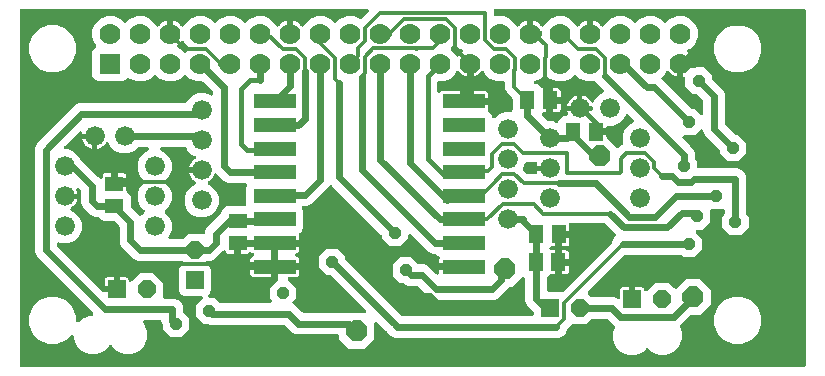
<source format=gbr>
G04 EAGLE Gerber RS-274X export*
G75*
%MOMM*%
%FSLAX34Y34*%
%LPD*%
%INBottom Copper*%
%IPPOS*%
%AMOC8*
5,1,8,0,0,1.08239X$1,22.5*%
G01*
%ADD10R,1.524000X1.524000*%
%ADD11P,1.649562X8X112.500000*%
%ADD12R,1.500000X1.300000*%
%ADD13R,1.300000X1.500000*%
%ADD14P,1.649562X8X22.500000*%
%ADD15R,3.600000X1.200000*%
%ADD16R,1.778000X1.778000*%
%ADD17C,1.778000*%
%ADD18C,1.676400*%
%ADD19C,0.304800*%
%ADD20C,0.406400*%
%ADD21C,0.508000*%
%ADD22P,1.924489X8X22.500000*%
%ADD23C,0.609600*%
%ADD24P,1.082390X8X22.500000*%
%ADD25P,1.623585X8X22.500000*%
%ADD26C,1.000000*%

G36*
X1217194Y274832D02*
X1217194Y274832D01*
X1217220Y274830D01*
X1217367Y274852D01*
X1217514Y274869D01*
X1217539Y274877D01*
X1217565Y274881D01*
X1217703Y274936D01*
X1217842Y274986D01*
X1217864Y275000D01*
X1217889Y275010D01*
X1218010Y275095D01*
X1218135Y275175D01*
X1218153Y275194D01*
X1218175Y275209D01*
X1218274Y275319D01*
X1218377Y275426D01*
X1218391Y275448D01*
X1218408Y275468D01*
X1218480Y275598D01*
X1218556Y275725D01*
X1218564Y275750D01*
X1218577Y275773D01*
X1218617Y275916D01*
X1218662Y276057D01*
X1218664Y276083D01*
X1218672Y276108D01*
X1218691Y276352D01*
X1218691Y576580D01*
X1218688Y576606D01*
X1218690Y576632D01*
X1218668Y576779D01*
X1218651Y576926D01*
X1218643Y576951D01*
X1218639Y576977D01*
X1218584Y577115D01*
X1218534Y577254D01*
X1218520Y577276D01*
X1218510Y577301D01*
X1218425Y577422D01*
X1218345Y577547D01*
X1218326Y577565D01*
X1218311Y577587D01*
X1218201Y577686D01*
X1218094Y577789D01*
X1218072Y577803D01*
X1218052Y577820D01*
X1217922Y577892D01*
X1217795Y577968D01*
X1217770Y577976D01*
X1217747Y577989D01*
X1217604Y578029D01*
X1217463Y578074D01*
X1217437Y578076D01*
X1217412Y578084D01*
X1217168Y578103D01*
X956134Y578103D01*
X955985Y578086D01*
X955835Y578074D01*
X955812Y578066D01*
X955788Y578063D01*
X955646Y578013D01*
X955503Y577966D01*
X955482Y577954D01*
X955460Y577946D01*
X955333Y577864D01*
X955204Y577787D01*
X955187Y577770D01*
X955167Y577757D01*
X955062Y577649D01*
X954954Y577544D01*
X954941Y577524D01*
X954925Y577506D01*
X954847Y577377D01*
X954766Y577251D01*
X954758Y577228D01*
X954746Y577207D01*
X954700Y577064D01*
X954650Y576922D01*
X954647Y576898D01*
X954640Y576875D01*
X954628Y576726D01*
X954611Y576576D01*
X954614Y576552D01*
X954612Y576528D01*
X954634Y576379D01*
X954652Y576230D01*
X954660Y576202D01*
X954663Y576183D01*
X954667Y576175D01*
X954667Y573392D01*
X954684Y573243D01*
X954696Y573093D01*
X954704Y573070D01*
X954707Y573046D01*
X954757Y572904D01*
X954804Y572761D01*
X954816Y572741D01*
X954824Y572718D01*
X954906Y572591D01*
X954983Y572463D01*
X955000Y572445D01*
X955013Y572425D01*
X955121Y572321D01*
X955226Y572213D01*
X955246Y572200D01*
X955264Y572183D01*
X955393Y572106D01*
X955519Y572024D01*
X955542Y572016D01*
X955563Y572004D01*
X955706Y571958D01*
X955848Y571908D01*
X955872Y571905D01*
X955895Y571898D01*
X956044Y571886D01*
X956194Y571869D01*
X956218Y571872D01*
X956242Y571870D01*
X956391Y571892D01*
X956540Y571910D01*
X956568Y571919D01*
X956587Y571921D01*
X956631Y571939D01*
X956773Y571985D01*
X957019Y572087D01*
X962981Y572087D01*
X968489Y569805D01*
X972705Y565589D01*
X973383Y563953D01*
X973430Y563869D01*
X973467Y563781D01*
X973514Y563717D01*
X973552Y563648D01*
X973617Y563577D01*
X973673Y563500D01*
X973733Y563449D01*
X973786Y563390D01*
X973865Y563336D01*
X973938Y563273D01*
X974008Y563237D01*
X974073Y563192D01*
X974162Y563157D01*
X974247Y563113D01*
X974324Y563093D01*
X974397Y563064D01*
X974492Y563050D01*
X974585Y563026D01*
X974664Y563025D01*
X974742Y563013D01*
X974838Y563021D01*
X974933Y563019D01*
X975010Y563035D01*
X975089Y563042D01*
X975181Y563071D01*
X975274Y563091D01*
X975346Y563125D01*
X975421Y563149D01*
X975503Y563198D01*
X975590Y563239D01*
X975652Y563288D01*
X975720Y563329D01*
X975788Y563395D01*
X975863Y563455D01*
X975934Y563537D01*
X975970Y563572D01*
X975987Y563599D01*
X976023Y563640D01*
X976681Y564547D01*
X977953Y565819D01*
X979409Y566876D01*
X981012Y567693D01*
X982723Y568249D01*
X982901Y568277D01*
X982901Y558076D01*
X982904Y558050D01*
X982902Y558024D01*
X982924Y557877D01*
X982941Y557730D01*
X982949Y557705D01*
X982953Y557679D01*
X983008Y557542D01*
X983058Y557402D01*
X983072Y557380D01*
X983082Y557355D01*
X983167Y557234D01*
X983247Y557109D01*
X983266Y557091D01*
X983281Y557069D01*
X983391Y556970D01*
X983498Y556867D01*
X983520Y556853D01*
X983540Y556836D01*
X983670Y556764D01*
X983797Y556688D01*
X983822Y556680D01*
X983845Y556667D01*
X983988Y556627D01*
X984129Y556582D01*
X984155Y556580D01*
X984180Y556573D01*
X984424Y556553D01*
X984853Y556553D01*
X984853Y556124D01*
X984856Y556098D01*
X984854Y556072D01*
X984876Y555925D01*
X984893Y555778D01*
X984902Y555753D01*
X984906Y555727D01*
X984960Y555589D01*
X985010Y555450D01*
X985025Y555428D01*
X985034Y555403D01*
X985119Y555282D01*
X985199Y555157D01*
X985218Y555139D01*
X985233Y555117D01*
X985343Y555018D01*
X985450Y554915D01*
X985473Y554901D01*
X985492Y554884D01*
X985622Y554812D01*
X985749Y554736D01*
X985774Y554728D01*
X985797Y554715D01*
X985940Y554675D01*
X986081Y554630D01*
X986107Y554627D01*
X986132Y554620D01*
X986376Y554601D01*
X994290Y554601D01*
X994316Y554604D01*
X994342Y554602D01*
X994489Y554624D01*
X994636Y554641D01*
X994661Y554649D01*
X994687Y554653D01*
X994825Y554708D01*
X994964Y554758D01*
X994986Y554772D01*
X995011Y554782D01*
X995132Y554867D01*
X995257Y554947D01*
X995275Y554966D01*
X995297Y554981D01*
X995396Y555091D01*
X995499Y555198D01*
X995513Y555220D01*
X995530Y555240D01*
X995602Y555370D01*
X995678Y555497D01*
X995686Y555522D01*
X995699Y555545D01*
X995739Y555688D01*
X995784Y555829D01*
X995786Y555855D01*
X995794Y555880D01*
X995813Y556124D01*
X995813Y558076D01*
X995810Y558102D01*
X995812Y558128D01*
X995790Y558275D01*
X995773Y558422D01*
X995765Y558447D01*
X995761Y558473D01*
X995706Y558611D01*
X995656Y558750D01*
X995642Y558772D01*
X995632Y558797D01*
X995547Y558918D01*
X995467Y559043D01*
X995448Y559061D01*
X995433Y559083D01*
X995323Y559182D01*
X995216Y559285D01*
X995194Y559299D01*
X995174Y559316D01*
X995044Y559388D01*
X994917Y559464D01*
X994892Y559472D01*
X994869Y559485D01*
X994726Y559525D01*
X994585Y559570D01*
X994559Y559572D01*
X994534Y559580D01*
X994290Y559599D01*
X987899Y559599D01*
X987899Y568277D01*
X988077Y568249D01*
X989788Y567693D01*
X991391Y566876D01*
X992847Y565819D01*
X994119Y564547D01*
X994777Y563640D01*
X994842Y563570D01*
X994899Y563493D01*
X994959Y563442D01*
X995013Y563384D01*
X995092Y563330D01*
X995165Y563268D01*
X995236Y563232D01*
X995301Y563187D01*
X995390Y563153D01*
X995475Y563109D01*
X995552Y563090D01*
X995626Y563061D01*
X995721Y563048D01*
X995814Y563025D01*
X995893Y563024D01*
X995971Y563013D01*
X996066Y563021D01*
X996162Y563020D01*
X996240Y563037D01*
X996318Y563044D01*
X996409Y563074D01*
X996503Y563094D01*
X996574Y563128D01*
X996649Y563153D01*
X996731Y563203D01*
X996817Y563244D01*
X996879Y563293D01*
X996947Y563335D01*
X997015Y563402D01*
X997090Y563461D01*
X997139Y563524D01*
X997195Y563579D01*
X997246Y563660D01*
X997306Y563735D01*
X997355Y563832D01*
X997382Y563874D01*
X997392Y563905D01*
X997417Y563953D01*
X998095Y565589D01*
X1002311Y569805D01*
X1007819Y572087D01*
X1013781Y572087D01*
X1019289Y569805D01*
X1023505Y565589D01*
X1024183Y563953D01*
X1024230Y563869D01*
X1024267Y563781D01*
X1024314Y563717D01*
X1024352Y563648D01*
X1024417Y563577D01*
X1024473Y563500D01*
X1024533Y563449D01*
X1024586Y563390D01*
X1024665Y563336D01*
X1024738Y563273D01*
X1024808Y563237D01*
X1024873Y563192D01*
X1024962Y563157D01*
X1025047Y563113D01*
X1025124Y563093D01*
X1025197Y563064D01*
X1025292Y563050D01*
X1025385Y563026D01*
X1025464Y563025D01*
X1025542Y563013D01*
X1025638Y563021D01*
X1025733Y563019D01*
X1025810Y563035D01*
X1025889Y563042D01*
X1025981Y563071D01*
X1026074Y563091D01*
X1026146Y563125D01*
X1026221Y563149D01*
X1026303Y563198D01*
X1026390Y563239D01*
X1026452Y563288D01*
X1026520Y563329D01*
X1026588Y563395D01*
X1026663Y563455D01*
X1026734Y563537D01*
X1026770Y563572D01*
X1026787Y563599D01*
X1026823Y563640D01*
X1027481Y564547D01*
X1028753Y565819D01*
X1030209Y566876D01*
X1031812Y567693D01*
X1033523Y568249D01*
X1033701Y568277D01*
X1033701Y558076D01*
X1033704Y558050D01*
X1033702Y558024D01*
X1033724Y557877D01*
X1033741Y557730D01*
X1033749Y557705D01*
X1033753Y557679D01*
X1033808Y557542D01*
X1033858Y557402D01*
X1033872Y557380D01*
X1033882Y557355D01*
X1033967Y557234D01*
X1034047Y557109D01*
X1034066Y557091D01*
X1034081Y557069D01*
X1034191Y556970D01*
X1034298Y556867D01*
X1034320Y556853D01*
X1034340Y556836D01*
X1034470Y556764D01*
X1034597Y556688D01*
X1034622Y556680D01*
X1034645Y556667D01*
X1034788Y556627D01*
X1034929Y556582D01*
X1034955Y556580D01*
X1034980Y556573D01*
X1035224Y556553D01*
X1037176Y556553D01*
X1037202Y556556D01*
X1037228Y556554D01*
X1037375Y556576D01*
X1037522Y556593D01*
X1037547Y556602D01*
X1037573Y556606D01*
X1037711Y556660D01*
X1037850Y556710D01*
X1037872Y556725D01*
X1037897Y556734D01*
X1038018Y556819D01*
X1038143Y556899D01*
X1038161Y556918D01*
X1038183Y556933D01*
X1038282Y557043D01*
X1038385Y557150D01*
X1038399Y557173D01*
X1038416Y557192D01*
X1038488Y557322D01*
X1038564Y557449D01*
X1038572Y557474D01*
X1038585Y557497D01*
X1038625Y557640D01*
X1038670Y557781D01*
X1038672Y557807D01*
X1038680Y557832D01*
X1038699Y558076D01*
X1038699Y568277D01*
X1038877Y568249D01*
X1040588Y567693D01*
X1042191Y566876D01*
X1043647Y565819D01*
X1044919Y564547D01*
X1045577Y563640D01*
X1045642Y563570D01*
X1045699Y563493D01*
X1045759Y563442D01*
X1045813Y563384D01*
X1045892Y563330D01*
X1045965Y563268D01*
X1046036Y563232D01*
X1046101Y563187D01*
X1046190Y563153D01*
X1046275Y563109D01*
X1046352Y563090D01*
X1046426Y563061D01*
X1046521Y563048D01*
X1046614Y563025D01*
X1046693Y563024D01*
X1046771Y563013D01*
X1046866Y563021D01*
X1046962Y563020D01*
X1047040Y563037D01*
X1047118Y563044D01*
X1047209Y563074D01*
X1047303Y563094D01*
X1047374Y563128D01*
X1047449Y563153D01*
X1047531Y563203D01*
X1047617Y563244D01*
X1047679Y563293D01*
X1047747Y563335D01*
X1047815Y563402D01*
X1047890Y563461D01*
X1047939Y563524D01*
X1047995Y563579D01*
X1048046Y563660D01*
X1048106Y563735D01*
X1048155Y563832D01*
X1048182Y563874D01*
X1048192Y563905D01*
X1048217Y563953D01*
X1048895Y565589D01*
X1053111Y569805D01*
X1058619Y572087D01*
X1064581Y572087D01*
X1070089Y569805D01*
X1073223Y566672D01*
X1073243Y566655D01*
X1073260Y566635D01*
X1073380Y566547D01*
X1073496Y566455D01*
X1073520Y566444D01*
X1073541Y566428D01*
X1073677Y566369D01*
X1073811Y566306D01*
X1073837Y566300D01*
X1073861Y566290D01*
X1074007Y566264D01*
X1074152Y566233D01*
X1074178Y566233D01*
X1074204Y566228D01*
X1074352Y566236D01*
X1074500Y566239D01*
X1074526Y566245D01*
X1074552Y566246D01*
X1074694Y566287D01*
X1074838Y566324D01*
X1074861Y566336D01*
X1074887Y566343D01*
X1075016Y566415D01*
X1075148Y566483D01*
X1075168Y566500D01*
X1075191Y566513D01*
X1075377Y566672D01*
X1078511Y569805D01*
X1084019Y572087D01*
X1089981Y572087D01*
X1095489Y569805D01*
X1098623Y566672D01*
X1098643Y566655D01*
X1098660Y566635D01*
X1098780Y566547D01*
X1098896Y566455D01*
X1098920Y566444D01*
X1098941Y566428D01*
X1099077Y566369D01*
X1099211Y566306D01*
X1099237Y566300D01*
X1099261Y566290D01*
X1099407Y566264D01*
X1099552Y566233D01*
X1099578Y566233D01*
X1099604Y566228D01*
X1099752Y566236D01*
X1099900Y566239D01*
X1099926Y566245D01*
X1099952Y566246D01*
X1100094Y566287D01*
X1100238Y566324D01*
X1100261Y566336D01*
X1100287Y566343D01*
X1100416Y566415D01*
X1100548Y566483D01*
X1100568Y566500D01*
X1100591Y566513D01*
X1100777Y566672D01*
X1103911Y569805D01*
X1109419Y572087D01*
X1115381Y572087D01*
X1120889Y569805D01*
X1125105Y565589D01*
X1127387Y560081D01*
X1127387Y554119D01*
X1125105Y548611D01*
X1120889Y544395D01*
X1119253Y543717D01*
X1119169Y543670D01*
X1119081Y543633D01*
X1119017Y543586D01*
X1118948Y543548D01*
X1118877Y543483D01*
X1118800Y543427D01*
X1118749Y543367D01*
X1118690Y543314D01*
X1118636Y543235D01*
X1118573Y543162D01*
X1118537Y543092D01*
X1118492Y543027D01*
X1118457Y542938D01*
X1118413Y542853D01*
X1118393Y542776D01*
X1118364Y542703D01*
X1118350Y542608D01*
X1118326Y542515D01*
X1118325Y542436D01*
X1118313Y542358D01*
X1118321Y542262D01*
X1118319Y542167D01*
X1118335Y542090D01*
X1118342Y542011D01*
X1118371Y541919D01*
X1118391Y541826D01*
X1118425Y541754D01*
X1118449Y541679D01*
X1118498Y541597D01*
X1118539Y541510D01*
X1118588Y541448D01*
X1118629Y541380D01*
X1118695Y541312D01*
X1118755Y541237D01*
X1118837Y541166D01*
X1118872Y541130D01*
X1118899Y541113D01*
X1118940Y541077D01*
X1119847Y540419D01*
X1121119Y539147D01*
X1122176Y537691D01*
X1122993Y536088D01*
X1123549Y534377D01*
X1123577Y534199D01*
X1113376Y534199D01*
X1113350Y534196D01*
X1113324Y534198D01*
X1113177Y534176D01*
X1113030Y534159D01*
X1113005Y534151D01*
X1112979Y534147D01*
X1112842Y534092D01*
X1112702Y534042D01*
X1112680Y534028D01*
X1112655Y534018D01*
X1112534Y533933D01*
X1112409Y533853D01*
X1112391Y533834D01*
X1112369Y533819D01*
X1112270Y533709D01*
X1112167Y533602D01*
X1112153Y533580D01*
X1112136Y533560D01*
X1112064Y533430D01*
X1111988Y533303D01*
X1111980Y533278D01*
X1111967Y533255D01*
X1111927Y533112D01*
X1111882Y532971D01*
X1111880Y532945D01*
X1111873Y532920D01*
X1111853Y532676D01*
X1111853Y532247D01*
X1111424Y532247D01*
X1111398Y532244D01*
X1111372Y532246D01*
X1111225Y532224D01*
X1111078Y532207D01*
X1111053Y532198D01*
X1111027Y532194D01*
X1110889Y532140D01*
X1110750Y532090D01*
X1110728Y532075D01*
X1110703Y532066D01*
X1110582Y531981D01*
X1110457Y531901D01*
X1110439Y531882D01*
X1110417Y531867D01*
X1110318Y531757D01*
X1110215Y531650D01*
X1110201Y531627D01*
X1110184Y531608D01*
X1110112Y531478D01*
X1110036Y531351D01*
X1110028Y531326D01*
X1110015Y531303D01*
X1109975Y531160D01*
X1109930Y531019D01*
X1109927Y530993D01*
X1109920Y530968D01*
X1109901Y530724D01*
X1109901Y520523D01*
X1109723Y520551D01*
X1108012Y521107D01*
X1106409Y521924D01*
X1104953Y522981D01*
X1103681Y524253D01*
X1103023Y525160D01*
X1102958Y525230D01*
X1102901Y525307D01*
X1102841Y525358D01*
X1102787Y525416D01*
X1102708Y525470D01*
X1102635Y525532D01*
X1102564Y525568D01*
X1102499Y525613D01*
X1102410Y525647D01*
X1102325Y525691D01*
X1102248Y525710D01*
X1102174Y525739D01*
X1102079Y525752D01*
X1101986Y525775D01*
X1101907Y525776D01*
X1101829Y525787D01*
X1101734Y525779D01*
X1101638Y525780D01*
X1101560Y525763D01*
X1101482Y525756D01*
X1101391Y525726D01*
X1101297Y525706D01*
X1101226Y525672D01*
X1101151Y525647D01*
X1101069Y525597D01*
X1100983Y525556D01*
X1100921Y525507D01*
X1100853Y525465D01*
X1100785Y525398D01*
X1100710Y525339D01*
X1100661Y525276D01*
X1100605Y525221D01*
X1100554Y525140D01*
X1100494Y525065D01*
X1100445Y524968D01*
X1100418Y524926D01*
X1100408Y524895D01*
X1100383Y524847D01*
X1099705Y523211D01*
X1096907Y520412D01*
X1096890Y520392D01*
X1096870Y520375D01*
X1096782Y520255D01*
X1096690Y520139D01*
X1096679Y520116D01*
X1096663Y520094D01*
X1096604Y519958D01*
X1096541Y519824D01*
X1096536Y519798D01*
X1096525Y519774D01*
X1096499Y519628D01*
X1096468Y519483D01*
X1096468Y519457D01*
X1096463Y519431D01*
X1096471Y519283D01*
X1096474Y519135D01*
X1096480Y519109D01*
X1096481Y519083D01*
X1096523Y518941D01*
X1096559Y518797D01*
X1096571Y518774D01*
X1096578Y518748D01*
X1096651Y518619D01*
X1096718Y518487D01*
X1096735Y518467D01*
X1096748Y518444D01*
X1096907Y518258D01*
X1098389Y516776D01*
X1121530Y493635D01*
X1121629Y493556D01*
X1121723Y493472D01*
X1121765Y493448D01*
X1121803Y493418D01*
X1121917Y493364D01*
X1122028Y493303D01*
X1122074Y493290D01*
X1122118Y493269D01*
X1122241Y493243D01*
X1122363Y493208D01*
X1122424Y493203D01*
X1122459Y493196D01*
X1122507Y493197D01*
X1122607Y493189D01*
X1124736Y493189D01*
X1129477Y488448D01*
X1129555Y488386D01*
X1129628Y488316D01*
X1129692Y488278D01*
X1129750Y488232D01*
X1129841Y488189D01*
X1129927Y488137D01*
X1129998Y488114D01*
X1130065Y488083D01*
X1130163Y488062D01*
X1130259Y488031D01*
X1130333Y488025D01*
X1130406Y488009D01*
X1130506Y488011D01*
X1130606Y488003D01*
X1130680Y488014D01*
X1130754Y488015D01*
X1130851Y488040D01*
X1130951Y488055D01*
X1131020Y488082D01*
X1131092Y488100D01*
X1131182Y488146D01*
X1131275Y488183D01*
X1131336Y488226D01*
X1131402Y488260D01*
X1131479Y488325D01*
X1131561Y488382D01*
X1131611Y488437D01*
X1131667Y488486D01*
X1131727Y488567D01*
X1131794Y488641D01*
X1131830Y488706D01*
X1131875Y488766D01*
X1131914Y488858D01*
X1131963Y488946D01*
X1131983Y489018D01*
X1132013Y489086D01*
X1132030Y489185D01*
X1132058Y489282D01*
X1132066Y489382D01*
X1132074Y489429D01*
X1132072Y489465D01*
X1132077Y489525D01*
X1132077Y499771D01*
X1132063Y499897D01*
X1132056Y500023D01*
X1132043Y500069D01*
X1132037Y500117D01*
X1131995Y500236D01*
X1131960Y500358D01*
X1131936Y500400D01*
X1131920Y500445D01*
X1131851Y500552D01*
X1131790Y500662D01*
X1131750Y500708D01*
X1131731Y500738D01*
X1131696Y500772D01*
X1131631Y500848D01*
X1126624Y505855D01*
X1126525Y505934D01*
X1126431Y506018D01*
X1126389Y506042D01*
X1126351Y506072D01*
X1126237Y506126D01*
X1126126Y506187D01*
X1126080Y506200D01*
X1126036Y506221D01*
X1125913Y506247D01*
X1125791Y506282D01*
X1125730Y506287D01*
X1125695Y506294D01*
X1125647Y506293D01*
X1125547Y506301D01*
X1123418Y506301D01*
X1116917Y512802D01*
X1116917Y519059D01*
X1116901Y519203D01*
X1116889Y519348D01*
X1116881Y519376D01*
X1116877Y519405D01*
X1116828Y519542D01*
X1116784Y519681D01*
X1116770Y519706D01*
X1116760Y519733D01*
X1116681Y519856D01*
X1116607Y519981D01*
X1116587Y520001D01*
X1116571Y520026D01*
X1116466Y520127D01*
X1116365Y520232D01*
X1116341Y520248D01*
X1116320Y520268D01*
X1116195Y520343D01*
X1116073Y520422D01*
X1116046Y520432D01*
X1116021Y520447D01*
X1115883Y520491D01*
X1115746Y520541D01*
X1115717Y520544D01*
X1115689Y520553D01*
X1115544Y520565D01*
X1115400Y520582D01*
X1115364Y520579D01*
X1115342Y520581D01*
X1115293Y520574D01*
X1115156Y520563D01*
X1114899Y520523D01*
X1114899Y529201D01*
X1123970Y529201D01*
X1124023Y529131D01*
X1124106Y529011D01*
X1124128Y528992D01*
X1124145Y528968D01*
X1124257Y528875D01*
X1124365Y528778D01*
X1124390Y528764D01*
X1124412Y528745D01*
X1124542Y528680D01*
X1124670Y528609D01*
X1124698Y528601D01*
X1124724Y528588D01*
X1124865Y528554D01*
X1125005Y528514D01*
X1125040Y528512D01*
X1125062Y528506D01*
X1125112Y528506D01*
X1125249Y528495D01*
X1132610Y528495D01*
X1139111Y521994D01*
X1139111Y519865D01*
X1139125Y519739D01*
X1139132Y519613D01*
X1139145Y519567D01*
X1139151Y519519D01*
X1139193Y519400D01*
X1139228Y519278D01*
X1139252Y519236D01*
X1139268Y519191D01*
X1139337Y519084D01*
X1139398Y518974D01*
X1139438Y518928D01*
X1139457Y518898D01*
X1139492Y518864D01*
X1139557Y518788D01*
X1148974Y509370D01*
X1150367Y506009D01*
X1150367Y480669D01*
X1150381Y480543D01*
X1150388Y480417D01*
X1150401Y480371D01*
X1150407Y480323D01*
X1150449Y480204D01*
X1150484Y480082D01*
X1150508Y480040D01*
X1150524Y479995D01*
X1150593Y479888D01*
X1150654Y479778D01*
X1150694Y479732D01*
X1150713Y479702D01*
X1150748Y479668D01*
X1150813Y479592D01*
X1158614Y471791D01*
X1158713Y471712D01*
X1158807Y471628D01*
X1158849Y471604D01*
X1158887Y471574D01*
X1159001Y471520D01*
X1159112Y471459D01*
X1159158Y471446D01*
X1159202Y471425D01*
X1159325Y471399D01*
X1159447Y471364D01*
X1159508Y471359D01*
X1159543Y471352D01*
X1159591Y471353D01*
X1159691Y471345D01*
X1161566Y471345D01*
X1168067Y464844D01*
X1168067Y455652D01*
X1161566Y449151D01*
X1152374Y449151D01*
X1145873Y455652D01*
X1145873Y458035D01*
X1145859Y458161D01*
X1145852Y458287D01*
X1145839Y458333D01*
X1145833Y458381D01*
X1145791Y458500D01*
X1145756Y458622D01*
X1145732Y458664D01*
X1145716Y458709D01*
X1145647Y458816D01*
X1145586Y458926D01*
X1145546Y458972D01*
X1145527Y459002D01*
X1145492Y459036D01*
X1145427Y459112D01*
X1133470Y471070D01*
X1132077Y474431D01*
X1132077Y474659D01*
X1132066Y474759D01*
X1132064Y474859D01*
X1132046Y474931D01*
X1132037Y475005D01*
X1132004Y475099D01*
X1131979Y475197D01*
X1131945Y475263D01*
X1131920Y475333D01*
X1131865Y475417D01*
X1131819Y475507D01*
X1131771Y475563D01*
X1131731Y475626D01*
X1131659Y475696D01*
X1131594Y475772D01*
X1131534Y475816D01*
X1131480Y475868D01*
X1131394Y475920D01*
X1131313Y475979D01*
X1131245Y476009D01*
X1131181Y476047D01*
X1131085Y476077D01*
X1130993Y476117D01*
X1130920Y476130D01*
X1130849Y476153D01*
X1130749Y476161D01*
X1130650Y476179D01*
X1130576Y476175D01*
X1130502Y476181D01*
X1130402Y476166D01*
X1130302Y476161D01*
X1130231Y476140D01*
X1130157Y476129D01*
X1130064Y476092D01*
X1129967Y476064D01*
X1129902Y476028D01*
X1129833Y476001D01*
X1129751Y475943D01*
X1129663Y475894D01*
X1129587Y475829D01*
X1129547Y475802D01*
X1129523Y475775D01*
X1129477Y475736D01*
X1124736Y470995D01*
X1115843Y470995D01*
X1115743Y470984D01*
X1115643Y470982D01*
X1115570Y470964D01*
X1115497Y470955D01*
X1115402Y470922D01*
X1115305Y470897D01*
X1115238Y470863D01*
X1115168Y470838D01*
X1115084Y470783D01*
X1114995Y470737D01*
X1114938Y470689D01*
X1114876Y470649D01*
X1114806Y470577D01*
X1114729Y470512D01*
X1114685Y470452D01*
X1114633Y470398D01*
X1114582Y470312D01*
X1114522Y470231D01*
X1114493Y470163D01*
X1114455Y470099D01*
X1114424Y470003D01*
X1114384Y469911D01*
X1114371Y469838D01*
X1114348Y469767D01*
X1114340Y469667D01*
X1114323Y469568D01*
X1114326Y469494D01*
X1114320Y469420D01*
X1114335Y469320D01*
X1114340Y469220D01*
X1114361Y469149D01*
X1114372Y469075D01*
X1114409Y468982D01*
X1114437Y468885D01*
X1114473Y468820D01*
X1114501Y468751D01*
X1114558Y468669D01*
X1114607Y468581D01*
X1114672Y468505D01*
X1114700Y468465D01*
X1114726Y468441D01*
X1114766Y468395D01*
X1120788Y462373D01*
X1123574Y459586D01*
X1124967Y456225D01*
X1124967Y451933D01*
X1124981Y451808D01*
X1124988Y451682D01*
X1125001Y451635D01*
X1125007Y451587D01*
X1125049Y451468D01*
X1125084Y451347D01*
X1125108Y451305D01*
X1125124Y451259D01*
X1125193Y451153D01*
X1125254Y451043D01*
X1125294Y450996D01*
X1125313Y450966D01*
X1125348Y450933D01*
X1125413Y450856D01*
X1126919Y449350D01*
X1126919Y444500D01*
X1126922Y444474D01*
X1126920Y444448D01*
X1126942Y444301D01*
X1126959Y444154D01*
X1126967Y444129D01*
X1126971Y444103D01*
X1127026Y443965D01*
X1127076Y443826D01*
X1127090Y443804D01*
X1127100Y443779D01*
X1127185Y443658D01*
X1127265Y443533D01*
X1127284Y443515D01*
X1127299Y443493D01*
X1127409Y443394D01*
X1127516Y443291D01*
X1127538Y443277D01*
X1127558Y443260D01*
X1127688Y443188D01*
X1127815Y443112D01*
X1127840Y443104D01*
X1127863Y443091D01*
X1128006Y443051D01*
X1128147Y443006D01*
X1128173Y443004D01*
X1128198Y442996D01*
X1128442Y442977D01*
X1160821Y442977D01*
X1164182Y441584D01*
X1167008Y438758D01*
X1168401Y435397D01*
X1168401Y404689D01*
X1168415Y404564D01*
X1168422Y404438D01*
X1168435Y404391D01*
X1168441Y404343D01*
X1168483Y404224D01*
X1168518Y404103D01*
X1168542Y404061D01*
X1168558Y404015D01*
X1168627Y403909D01*
X1168688Y403799D01*
X1168728Y403752D01*
X1168747Y403722D01*
X1168782Y403689D01*
X1168847Y403612D01*
X1170353Y402106D01*
X1170353Y392914D01*
X1163852Y386413D01*
X1154660Y386413D01*
X1148159Y392914D01*
X1148159Y402106D01*
X1149665Y403612D01*
X1149744Y403711D01*
X1149828Y403805D01*
X1149852Y403847D01*
X1149882Y403885D01*
X1149936Y403999D01*
X1149997Y404110D01*
X1150010Y404157D01*
X1150031Y404200D01*
X1150057Y404324D01*
X1150092Y404446D01*
X1150097Y404506D01*
X1150104Y404541D01*
X1150103Y404589D01*
X1150111Y404689D01*
X1150111Y407523D01*
X1150100Y407622D01*
X1150098Y407723D01*
X1150080Y407795D01*
X1150071Y407869D01*
X1150038Y407963D01*
X1150013Y408061D01*
X1149979Y408127D01*
X1149954Y408197D01*
X1149899Y408281D01*
X1149853Y408371D01*
X1149805Y408427D01*
X1149765Y408490D01*
X1149693Y408560D01*
X1149628Y408636D01*
X1149568Y408680D01*
X1149514Y408732D01*
X1149428Y408784D01*
X1149347Y408843D01*
X1149279Y408873D01*
X1149215Y408911D01*
X1149120Y408941D01*
X1149027Y408981D01*
X1148954Y408994D01*
X1148883Y409017D01*
X1148783Y409025D01*
X1148684Y409043D01*
X1148610Y409039D01*
X1148536Y409045D01*
X1148437Y409030D01*
X1148336Y409025D01*
X1148265Y409004D01*
X1148191Y408993D01*
X1148098Y408956D01*
X1148001Y408928D01*
X1147936Y408892D01*
X1147867Y408865D01*
X1147785Y408807D01*
X1147697Y408758D01*
X1147621Y408693D01*
X1147609Y408685D01*
X1139364Y408685D01*
X1139338Y408682D01*
X1139312Y408684D01*
X1139165Y408662D01*
X1139018Y408645D01*
X1138993Y408637D01*
X1138967Y408633D01*
X1138829Y408578D01*
X1138690Y408528D01*
X1138668Y408514D01*
X1138643Y408504D01*
X1138522Y408419D01*
X1138397Y408339D01*
X1138379Y408320D01*
X1138357Y408305D01*
X1138258Y408195D01*
X1138155Y408088D01*
X1138141Y408066D01*
X1138124Y408046D01*
X1138052Y407916D01*
X1137976Y407789D01*
X1137968Y407764D01*
X1137955Y407741D01*
X1137915Y407598D01*
X1137870Y407457D01*
X1137868Y407431D01*
X1137860Y407406D01*
X1137841Y407162D01*
X1137841Y397740D01*
X1131340Y391239D01*
X1127291Y391239D01*
X1127191Y391228D01*
X1127091Y391226D01*
X1127019Y391208D01*
X1126945Y391199D01*
X1126851Y391166D01*
X1126753Y391141D01*
X1126687Y391107D01*
X1126617Y391082D01*
X1126533Y391027D01*
X1126443Y390981D01*
X1126387Y390933D01*
X1126324Y390893D01*
X1126254Y390821D01*
X1126178Y390756D01*
X1126134Y390696D01*
X1126082Y390642D01*
X1126030Y390556D01*
X1125971Y390475D01*
X1125941Y390407D01*
X1125903Y390343D01*
X1125873Y390247D01*
X1125833Y390155D01*
X1125820Y390082D01*
X1125797Y390011D01*
X1125789Y389911D01*
X1125771Y389812D01*
X1125775Y389738D01*
X1125769Y389664D01*
X1125784Y389564D01*
X1125789Y389464D01*
X1125810Y389393D01*
X1125821Y389319D01*
X1125858Y389226D01*
X1125886Y389129D01*
X1125922Y389064D01*
X1125949Y388995D01*
X1126007Y388913D01*
X1126056Y388825D01*
X1126121Y388749D01*
X1126148Y388709D01*
X1126175Y388685D01*
X1126214Y388639D01*
X1131237Y383616D01*
X1131237Y374424D01*
X1124736Y367923D01*
X1115544Y367923D01*
X1114090Y369377D01*
X1113991Y369456D01*
X1113897Y369540D01*
X1113855Y369564D01*
X1113817Y369594D01*
X1113703Y369648D01*
X1113592Y369709D01*
X1113545Y369722D01*
X1113502Y369743D01*
X1113378Y369769D01*
X1113256Y369804D01*
X1113196Y369809D01*
X1113161Y369816D01*
X1113113Y369815D01*
X1113013Y369823D01*
X1066270Y369823D01*
X1066144Y369809D01*
X1066018Y369802D01*
X1065971Y369789D01*
X1065923Y369783D01*
X1065804Y369741D01*
X1065683Y369706D01*
X1065641Y369682D01*
X1065595Y369666D01*
X1065489Y369597D01*
X1065379Y369536D01*
X1065333Y369496D01*
X1065302Y369477D01*
X1065269Y369442D01*
X1065192Y369377D01*
X1034832Y339017D01*
X1034816Y338996D01*
X1034796Y338979D01*
X1034708Y338860D01*
X1034615Y338744D01*
X1034604Y338720D01*
X1034589Y338699D01*
X1034530Y338563D01*
X1034466Y338429D01*
X1034461Y338403D01*
X1034451Y338379D01*
X1034424Y338233D01*
X1034393Y338088D01*
X1034393Y338062D01*
X1034389Y338036D01*
X1034396Y337887D01*
X1034399Y337739D01*
X1034405Y337714D01*
X1034407Y337688D01*
X1034448Y337545D01*
X1034484Y337401D01*
X1034496Y337378D01*
X1034503Y337353D01*
X1034576Y337223D01*
X1034644Y337092D01*
X1034661Y337072D01*
X1034673Y337049D01*
X1034832Y336862D01*
X1037238Y334457D01*
X1037337Y334378D01*
X1037430Y334294D01*
X1037473Y334270D01*
X1037511Y334240D01*
X1037625Y334186D01*
X1037735Y334125D01*
X1037782Y334112D01*
X1037826Y334091D01*
X1037949Y334065D01*
X1038071Y334030D01*
X1038132Y334025D01*
X1038166Y334018D01*
X1038214Y334019D01*
X1038315Y334011D01*
X1056173Y334011D01*
X1059613Y332586D01*
X1059758Y332545D01*
X1059901Y332499D01*
X1059925Y332497D01*
X1059948Y332490D01*
X1060099Y332483D01*
X1060248Y332471D01*
X1060272Y332474D01*
X1060296Y332473D01*
X1060444Y332500D01*
X1060593Y332522D01*
X1060615Y332531D01*
X1060639Y332536D01*
X1060777Y332596D01*
X1060917Y332651D01*
X1060937Y332665D01*
X1060959Y332675D01*
X1061080Y332764D01*
X1061203Y332850D01*
X1061219Y332868D01*
X1061239Y332882D01*
X1061336Y332997D01*
X1061436Y333109D01*
X1061448Y333130D01*
X1061464Y333148D01*
X1061532Y333282D01*
X1061605Y333414D01*
X1061611Y333437D01*
X1061622Y333459D01*
X1061659Y333604D01*
X1061700Y333749D01*
X1061702Y333778D01*
X1061707Y333797D01*
X1061707Y333844D01*
X1061719Y333993D01*
X1061719Y340441D01*
X1061892Y341087D01*
X1062227Y341666D01*
X1062700Y342139D01*
X1063279Y342474D01*
X1063925Y342647D01*
X1069341Y342647D01*
X1069341Y333502D01*
X1069344Y333476D01*
X1069342Y333450D01*
X1069364Y333303D01*
X1069381Y333156D01*
X1069389Y333131D01*
X1069393Y333105D01*
X1069448Y332968D01*
X1069498Y332828D01*
X1069512Y332806D01*
X1069522Y332781D01*
X1069607Y332660D01*
X1069687Y332535D01*
X1069706Y332517D01*
X1069721Y332495D01*
X1069831Y332396D01*
X1069938Y332293D01*
X1069960Y332279D01*
X1069980Y332262D01*
X1070110Y332190D01*
X1070237Y332114D01*
X1070262Y332106D01*
X1070285Y332093D01*
X1070428Y332053D01*
X1070569Y332008D01*
X1070595Y332006D01*
X1070620Y331999D01*
X1070864Y331979D01*
X1072896Y331979D01*
X1072922Y331982D01*
X1072948Y331980D01*
X1073095Y332002D01*
X1073242Y332019D01*
X1073267Y332028D01*
X1073293Y332032D01*
X1073431Y332086D01*
X1073570Y332136D01*
X1073592Y332151D01*
X1073617Y332160D01*
X1073738Y332245D01*
X1073863Y332325D01*
X1073881Y332344D01*
X1073903Y332359D01*
X1074002Y332469D01*
X1074105Y332576D01*
X1074119Y332599D01*
X1074136Y332618D01*
X1074208Y332748D01*
X1074284Y332875D01*
X1074292Y332900D01*
X1074305Y332923D01*
X1074345Y333066D01*
X1074390Y333207D01*
X1074392Y333233D01*
X1074400Y333258D01*
X1074419Y333502D01*
X1074419Y342647D01*
X1079835Y342647D01*
X1080481Y342474D01*
X1081060Y342139D01*
X1081533Y341666D01*
X1081868Y341087D01*
X1082041Y340441D01*
X1082041Y340323D01*
X1082043Y340299D01*
X1082042Y340276D01*
X1082053Y340203D01*
X1082054Y340122D01*
X1082072Y340050D01*
X1082081Y339976D01*
X1082091Y339947D01*
X1082093Y339932D01*
X1082117Y339873D01*
X1082139Y339784D01*
X1082173Y339718D01*
X1082198Y339648D01*
X1082219Y339617D01*
X1082222Y339608D01*
X1082253Y339564D01*
X1082299Y339475D01*
X1082347Y339418D01*
X1082387Y339355D01*
X1082419Y339325D01*
X1082421Y339322D01*
X1082438Y339306D01*
X1082459Y339286D01*
X1082524Y339209D01*
X1082584Y339165D01*
X1082638Y339113D01*
X1082724Y339062D01*
X1082805Y339002D01*
X1082873Y338973D01*
X1082937Y338934D01*
X1083033Y338904D01*
X1083125Y338864D01*
X1083198Y338851D01*
X1083269Y338828D01*
X1083369Y338820D01*
X1083468Y338802D01*
X1083542Y338806D01*
X1083616Y338800D01*
X1083716Y338815D01*
X1083816Y338820D01*
X1083887Y338841D01*
X1083914Y338845D01*
X1083916Y338845D01*
X1083917Y338845D01*
X1083961Y338852D01*
X1084054Y338889D01*
X1084151Y338917D01*
X1084212Y338951D01*
X1084244Y338963D01*
X1084252Y338968D01*
X1084285Y338981D01*
X1084367Y339038D01*
X1084455Y339087D01*
X1084511Y339135D01*
X1084537Y339152D01*
X1084550Y339165D01*
X1084571Y339180D01*
X1084595Y339206D01*
X1084641Y339245D01*
X1091598Y346203D01*
X1102962Y346203D01*
X1107624Y341540D01*
X1107644Y341524D01*
X1107661Y341504D01*
X1107781Y341416D01*
X1107897Y341324D01*
X1107921Y341313D01*
X1107942Y341297D01*
X1108078Y341238D01*
X1108212Y341175D01*
X1108238Y341169D01*
X1108262Y341159D01*
X1108408Y341133D01*
X1108553Y341102D01*
X1108579Y341102D01*
X1108605Y341097D01*
X1108753Y341105D01*
X1108901Y341108D01*
X1108927Y341114D01*
X1108953Y341115D01*
X1109095Y341156D01*
X1109239Y341193D01*
X1109262Y341205D01*
X1109288Y341212D01*
X1109417Y341284D01*
X1109549Y341352D01*
X1109569Y341369D01*
X1109592Y341382D01*
X1109778Y341540D01*
X1117234Y348997D01*
X1129650Y348997D01*
X1138429Y340218D01*
X1138429Y327802D01*
X1129650Y319023D01*
X1122019Y319023D01*
X1121893Y319009D01*
X1121767Y319002D01*
X1121721Y318989D01*
X1121673Y318983D01*
X1121554Y318941D01*
X1121432Y318906D01*
X1121390Y318882D01*
X1121345Y318866D01*
X1121238Y318797D01*
X1121128Y318736D01*
X1121082Y318696D01*
X1121052Y318677D01*
X1121033Y318658D01*
X1121031Y318657D01*
X1121014Y318639D01*
X1120942Y318577D01*
X1114899Y312534D01*
X1112427Y310063D01*
X1112380Y310003D01*
X1112325Y309949D01*
X1112272Y309867D01*
X1112211Y309790D01*
X1112178Y309721D01*
X1112137Y309656D01*
X1112104Y309563D01*
X1112062Y309475D01*
X1112046Y309400D01*
X1112020Y309328D01*
X1112009Y309230D01*
X1111988Y309134D01*
X1111990Y309058D01*
X1111981Y308981D01*
X1111993Y308884D01*
X1111994Y308785D01*
X1112013Y308711D01*
X1112022Y308635D01*
X1112068Y308493D01*
X1112079Y308447D01*
X1112088Y308430D01*
X1112097Y308403D01*
X1113631Y304700D01*
X1113631Y298296D01*
X1111180Y292380D01*
X1106652Y287852D01*
X1100736Y285401D01*
X1094332Y285401D01*
X1088416Y287852D01*
X1085784Y290484D01*
X1085764Y290500D01*
X1085747Y290520D01*
X1085627Y290608D01*
X1085511Y290700D01*
X1085487Y290711D01*
X1085466Y290727D01*
X1085330Y290786D01*
X1085196Y290849D01*
X1085170Y290855D01*
X1085146Y290865D01*
X1085000Y290891D01*
X1084855Y290923D01*
X1084829Y290922D01*
X1084803Y290927D01*
X1084655Y290919D01*
X1084507Y290917D01*
X1084481Y290910D01*
X1084455Y290909D01*
X1084313Y290868D01*
X1084169Y290832D01*
X1084146Y290820D01*
X1084120Y290812D01*
X1083991Y290740D01*
X1083859Y290672D01*
X1083839Y290655D01*
X1083816Y290642D01*
X1083630Y290484D01*
X1080744Y287598D01*
X1074828Y285147D01*
X1068424Y285147D01*
X1062508Y287598D01*
X1057980Y292126D01*
X1055529Y298042D01*
X1055529Y304446D01*
X1056989Y307969D01*
X1057010Y308043D01*
X1057040Y308113D01*
X1057057Y308209D01*
X1057084Y308304D01*
X1057088Y308380D01*
X1057102Y308456D01*
X1057096Y308554D01*
X1057101Y308652D01*
X1057088Y308727D01*
X1057084Y308804D01*
X1057056Y308898D01*
X1057039Y308995D01*
X1057008Y309065D01*
X1056987Y309139D01*
X1056939Y309224D01*
X1056900Y309315D01*
X1056854Y309376D01*
X1056817Y309443D01*
X1056720Y309556D01*
X1056692Y309594D01*
X1056677Y309607D01*
X1056658Y309629D01*
X1051012Y315275D01*
X1050913Y315354D01*
X1050819Y315438D01*
X1050777Y315462D01*
X1050739Y315492D01*
X1050625Y315546D01*
X1050514Y315607D01*
X1050468Y315620D01*
X1050424Y315641D01*
X1050301Y315667D01*
X1050179Y315702D01*
X1050118Y315707D01*
X1050083Y315714D01*
X1050035Y315713D01*
X1049935Y315721D01*
X1038315Y315721D01*
X1038189Y315707D01*
X1038063Y315700D01*
X1038016Y315687D01*
X1037968Y315681D01*
X1037849Y315639D01*
X1037728Y315604D01*
X1037686Y315580D01*
X1037640Y315564D01*
X1037534Y315495D01*
X1037424Y315434D01*
X1037377Y315394D01*
X1037347Y315375D01*
X1037314Y315340D01*
X1037238Y315275D01*
X1033112Y311149D01*
X1021427Y311149D01*
X1021302Y311135D01*
X1021176Y311128D01*
X1021129Y311115D01*
X1021081Y311109D01*
X1020962Y311067D01*
X1020841Y311032D01*
X1020799Y311008D01*
X1020753Y310992D01*
X1020647Y310923D01*
X1020537Y310862D01*
X1020490Y310822D01*
X1020460Y310803D01*
X1020427Y310768D01*
X1020350Y310703D01*
X1017225Y307577D01*
X1017223Y307576D01*
X1017222Y307575D01*
X1017110Y307433D01*
X1017008Y307304D01*
X1017007Y307303D01*
X1017006Y307301D01*
X1016894Y307083D01*
X1015486Y303684D01*
X1012914Y301112D01*
X1009553Y299719D01*
X870925Y299719D01*
X867564Y301112D01*
X863975Y304700D01*
X863912Y304854D01*
X863911Y304855D01*
X863910Y304857D01*
X863827Y305007D01*
X863743Y305158D01*
X863741Y305160D01*
X863740Y305162D01*
X863582Y305348D01*
X856177Y312752D01*
X856099Y312815D01*
X856026Y312884D01*
X855962Y312923D01*
X855904Y312969D01*
X855813Y313012D01*
X855727Y313063D01*
X855656Y313086D01*
X855589Y313118D01*
X855491Y313139D01*
X855395Y313170D01*
X855321Y313175D01*
X855248Y313191D01*
X855148Y313189D01*
X855048Y313197D01*
X854974Y313186D01*
X854900Y313185D01*
X854803Y313161D01*
X854703Y313146D01*
X854634Y313118D01*
X854562Y313100D01*
X854473Y313054D01*
X854379Y313017D01*
X854318Y312975D01*
X854252Y312941D01*
X854176Y312875D01*
X854093Y312818D01*
X854043Y312763D01*
X853987Y312715D01*
X853927Y312634D01*
X853860Y312559D01*
X853824Y312494D01*
X853780Y312434D01*
X853740Y312342D01*
X853691Y312254D01*
X853671Y312183D01*
X853642Y312114D01*
X853624Y312016D01*
X853596Y311919D01*
X853588Y311819D01*
X853580Y311771D01*
X853582Y311736D01*
X853577Y311675D01*
X853577Y298982D01*
X844798Y290203D01*
X832382Y290203D01*
X823603Y298982D01*
X823603Y300990D01*
X823600Y301016D01*
X823602Y301042D01*
X823580Y301189D01*
X823563Y301336D01*
X823555Y301361D01*
X823551Y301387D01*
X823496Y301525D01*
X823446Y301664D01*
X823432Y301686D01*
X823422Y301711D01*
X823338Y301832D01*
X823257Y301957D01*
X823238Y301975D01*
X823223Y301997D01*
X823113Y302096D01*
X823006Y302199D01*
X822984Y302213D01*
X822964Y302230D01*
X822834Y302302D01*
X822707Y302378D01*
X822682Y302386D01*
X822659Y302399D01*
X822516Y302439D01*
X822375Y302484D01*
X822349Y302486D01*
X822324Y302494D01*
X822080Y302513D01*
X787359Y302513D01*
X783998Y303906D01*
X777708Y310195D01*
X777609Y310274D01*
X777515Y310358D01*
X777473Y310382D01*
X777435Y310412D01*
X777321Y310466D01*
X777210Y310527D01*
X777164Y310540D01*
X777120Y310561D01*
X776997Y310587D01*
X776875Y310622D01*
X776814Y310627D01*
X776779Y310634D01*
X776731Y310633D01*
X776631Y310641D01*
X714461Y310641D01*
X713321Y311113D01*
X713319Y311114D01*
X713318Y311115D01*
X713150Y311162D01*
X712986Y311209D01*
X712984Y311209D01*
X712982Y311210D01*
X712738Y311229D01*
X709144Y311229D01*
X702643Y317730D01*
X702643Y326922D01*
X707892Y332171D01*
X707954Y332249D01*
X708024Y332322D01*
X708062Y332386D01*
X708108Y332444D01*
X708151Y332535D01*
X708203Y332621D01*
X708226Y332692D01*
X708257Y332759D01*
X708278Y332857D01*
X708309Y332953D01*
X708315Y333027D01*
X708331Y333100D01*
X708329Y333200D01*
X708337Y333300D01*
X708326Y333374D01*
X708325Y333448D01*
X708300Y333545D01*
X708285Y333645D01*
X708258Y333714D01*
X708240Y333786D01*
X708194Y333876D01*
X708157Y333969D01*
X708114Y334030D01*
X708080Y334096D01*
X708015Y334173D01*
X707958Y334255D01*
X707903Y334305D01*
X707854Y334361D01*
X707773Y334421D01*
X707699Y334488D01*
X707634Y334524D01*
X707574Y334569D01*
X707482Y334608D01*
X707394Y334657D01*
X707322Y334677D01*
X707254Y334707D01*
X707155Y334724D01*
X707058Y334752D01*
X706958Y334760D01*
X706911Y334768D01*
X706875Y334766D01*
X706815Y334771D01*
X692715Y334771D01*
X690474Y335699D01*
X688759Y337414D01*
X687831Y339655D01*
X687831Y357321D01*
X688759Y359562D01*
X690474Y361277D01*
X691399Y361660D01*
X691531Y361733D01*
X691665Y361802D01*
X691683Y361817D01*
X691704Y361829D01*
X691815Y361930D01*
X691930Y362028D01*
X691944Y362047D01*
X691962Y362063D01*
X692048Y362187D01*
X692137Y362308D01*
X692147Y362330D01*
X692160Y362350D01*
X692215Y362490D01*
X692275Y362628D01*
X692279Y362652D01*
X692288Y362674D01*
X692310Y362823D01*
X692337Y362971D01*
X692335Y362995D01*
X692339Y363019D01*
X692326Y363169D01*
X692319Y363319D01*
X692312Y363342D01*
X692310Y363366D01*
X692264Y363509D01*
X692222Y363654D01*
X692210Y363675D01*
X692203Y363698D01*
X692125Y363827D01*
X692052Y363958D01*
X692033Y363980D01*
X692023Y363996D01*
X691991Y364030D01*
X691893Y364144D01*
X691740Y364297D01*
X691641Y364376D01*
X691548Y364460D01*
X691505Y364484D01*
X691467Y364514D01*
X691353Y364568D01*
X691243Y364629D01*
X691196Y364642D01*
X691152Y364663D01*
X691029Y364689D01*
X690907Y364724D01*
X690846Y364729D01*
X690812Y364736D01*
X690763Y364735D01*
X690663Y364743D01*
X653247Y364743D01*
X649886Y366136D01*
X639186Y376836D01*
X637793Y380197D01*
X637793Y393243D01*
X637779Y393369D01*
X637772Y393495D01*
X637759Y393541D01*
X637753Y393589D01*
X637711Y393708D01*
X637676Y393830D01*
X637652Y393872D01*
X637636Y393917D01*
X637567Y394024D01*
X637506Y394134D01*
X637466Y394180D01*
X637447Y394210D01*
X637412Y394244D01*
X637347Y394320D01*
X633586Y398081D01*
X633487Y398160D01*
X633393Y398244D01*
X633351Y398268D01*
X633313Y398298D01*
X633199Y398352D01*
X633088Y398413D01*
X633042Y398426D01*
X632998Y398447D01*
X632875Y398473D01*
X632753Y398508D01*
X632692Y398513D01*
X632657Y398520D01*
X632609Y398519D01*
X632509Y398527D01*
X624763Y398527D01*
X622522Y399455D01*
X620786Y401192D01*
X620740Y401257D01*
X620693Y401344D01*
X620641Y401400D01*
X620598Y401463D01*
X620525Y401529D01*
X620458Y401602D01*
X620396Y401645D01*
X620339Y401696D01*
X620253Y401744D01*
X620172Y401800D01*
X620101Y401828D01*
X620034Y401865D01*
X619939Y401892D01*
X619848Y401928D01*
X619772Y401939D01*
X619698Y401960D01*
X619550Y401972D01*
X619503Y401979D01*
X619484Y401977D01*
X619455Y401979D01*
X617027Y401979D01*
X613666Y403372D01*
X606928Y410110D01*
X605535Y413471D01*
X605535Y423317D01*
X605521Y423443D01*
X605514Y423569D01*
X605501Y423615D01*
X605495Y423663D01*
X605453Y423782D01*
X605418Y423904D01*
X605394Y423946D01*
X605378Y423991D01*
X605309Y424098D01*
X605248Y424208D01*
X605208Y424254D01*
X605189Y424284D01*
X605154Y424318D01*
X605089Y424394D01*
X603558Y425925D01*
X603472Y425994D01*
X603392Y426069D01*
X603336Y426102D01*
X603285Y426142D01*
X603186Y426189D01*
X603091Y426244D01*
X603029Y426263D01*
X602970Y426291D01*
X602863Y426314D01*
X602757Y426346D01*
X602693Y426351D01*
X602629Y426364D01*
X602519Y426362D01*
X602410Y426370D01*
X602346Y426359D01*
X602281Y426358D01*
X602174Y426331D01*
X602066Y426314D01*
X602006Y426289D01*
X601943Y426273D01*
X601845Y426223D01*
X601743Y426181D01*
X601691Y426143D01*
X601633Y426114D01*
X601549Y426042D01*
X601460Y425978D01*
X601417Y425930D01*
X601368Y425888D01*
X601302Y425799D01*
X601230Y425717D01*
X601199Y425660D01*
X601160Y425607D01*
X601117Y425506D01*
X601065Y425410D01*
X601048Y425347D01*
X601022Y425287D01*
X601003Y425179D01*
X600974Y425073D01*
X600972Y425008D01*
X600961Y424944D01*
X600966Y424834D01*
X600963Y424725D01*
X600975Y424661D01*
X600979Y424596D01*
X601009Y424491D01*
X601031Y424383D01*
X601063Y424304D01*
X601075Y424262D01*
X601095Y424225D01*
X601124Y424157D01*
X601434Y423547D01*
X601966Y421912D01*
X602015Y421603D01*
X592038Y421603D01*
X592012Y421600D01*
X591986Y421602D01*
X591839Y421580D01*
X591692Y421563D01*
X591667Y421555D01*
X591641Y421551D01*
X591504Y421496D01*
X591364Y421446D01*
X591342Y421432D01*
X591317Y421422D01*
X591196Y421337D01*
X591071Y421257D01*
X591053Y421238D01*
X591031Y421223D01*
X590932Y421113D01*
X590829Y421006D01*
X590815Y420984D01*
X590798Y420964D01*
X590726Y420834D01*
X590650Y420707D01*
X590642Y420682D01*
X590629Y420659D01*
X590589Y420516D01*
X590544Y420375D01*
X590542Y420349D01*
X590535Y420324D01*
X590515Y420080D01*
X590515Y418628D01*
X590518Y418602D01*
X590516Y418576D01*
X590538Y418429D01*
X590555Y418282D01*
X590564Y418257D01*
X590568Y418231D01*
X590622Y418093D01*
X590672Y417954D01*
X590687Y417932D01*
X590696Y417907D01*
X590781Y417786D01*
X590861Y417661D01*
X590880Y417643D01*
X590895Y417621D01*
X591005Y417522D01*
X591112Y417419D01*
X591135Y417405D01*
X591154Y417388D01*
X591284Y417316D01*
X591411Y417240D01*
X591436Y417232D01*
X591459Y417219D01*
X591602Y417179D01*
X591743Y417134D01*
X591769Y417131D01*
X591794Y417124D01*
X592038Y417105D01*
X602015Y417105D01*
X601966Y416796D01*
X601434Y415161D01*
X600654Y413629D01*
X599643Y412238D01*
X598428Y411023D01*
X597037Y410012D01*
X596996Y409991D01*
X596962Y409969D01*
X596924Y409952D01*
X596817Y409872D01*
X596705Y409799D01*
X596677Y409769D01*
X596644Y409744D01*
X596558Y409642D01*
X596466Y409545D01*
X596446Y409510D01*
X596419Y409478D01*
X596358Y409359D01*
X596291Y409244D01*
X596279Y409204D01*
X596261Y409168D01*
X596228Y409039D01*
X596189Y408910D01*
X596186Y408870D01*
X596176Y408830D01*
X596175Y408696D01*
X596165Y408563D01*
X596172Y408522D01*
X596171Y408481D01*
X596200Y408351D01*
X596221Y408219D01*
X596237Y408181D01*
X596246Y408141D01*
X596303Y408020D01*
X596354Y407896D01*
X596378Y407863D01*
X596395Y407826D01*
X596479Y407722D01*
X596557Y407613D01*
X596587Y407586D01*
X596613Y407554D01*
X596718Y407471D01*
X596818Y407383D01*
X596854Y407363D01*
X596886Y407338D01*
X597104Y407226D01*
X599514Y406228D01*
X603586Y402156D01*
X605791Y396834D01*
X605791Y391074D01*
X603586Y385752D01*
X599514Y381680D01*
X594192Y379475D01*
X588432Y379475D01*
X587603Y379819D01*
X586561Y380250D01*
X586416Y380292D01*
X586273Y380337D01*
X586249Y380339D01*
X586226Y380346D01*
X586075Y380353D01*
X585926Y380365D01*
X585902Y380362D01*
X585878Y380363D01*
X585730Y380336D01*
X585581Y380314D01*
X585559Y380305D01*
X585535Y380300D01*
X585397Y380240D01*
X585257Y380185D01*
X585237Y380171D01*
X585215Y380162D01*
X585094Y380072D01*
X584971Y379986D01*
X584955Y379968D01*
X584935Y379954D01*
X584838Y379839D01*
X584738Y379727D01*
X584726Y379706D01*
X584710Y379688D01*
X584642Y379554D01*
X584569Y379422D01*
X584563Y379399D01*
X584552Y379377D01*
X584515Y379232D01*
X584474Y379087D01*
X584472Y379058D01*
X584467Y379039D01*
X584467Y378992D01*
X584455Y378843D01*
X584455Y378053D01*
X584469Y377927D01*
X584476Y377801D01*
X584489Y377755D01*
X584495Y377707D01*
X584537Y377588D01*
X584572Y377466D01*
X584596Y377424D01*
X584612Y377379D01*
X584681Y377272D01*
X584742Y377162D01*
X584782Y377116D01*
X584801Y377086D01*
X584836Y377052D01*
X584901Y376976D01*
X623356Y338521D01*
X623455Y338442D01*
X623549Y338358D01*
X623591Y338334D01*
X623629Y338304D01*
X623743Y338250D01*
X623854Y338189D01*
X623900Y338176D01*
X623944Y338155D01*
X624067Y338129D01*
X624189Y338094D01*
X624250Y338089D01*
X624285Y338082D01*
X624333Y338083D01*
X624433Y338075D01*
X634238Y338075D01*
X634264Y338078D01*
X634290Y338076D01*
X634437Y338098D01*
X634584Y338115D01*
X634609Y338123D01*
X634635Y338127D01*
X634772Y338182D01*
X634912Y338232D01*
X634934Y338246D01*
X634959Y338256D01*
X635080Y338341D01*
X635205Y338421D01*
X635223Y338440D01*
X635245Y338455D01*
X635344Y338565D01*
X635447Y338672D01*
X635461Y338694D01*
X635478Y338714D01*
X635550Y338844D01*
X635626Y338971D01*
X635634Y338996D01*
X635647Y339019D01*
X635687Y339162D01*
X635732Y339303D01*
X635734Y339329D01*
X635741Y339354D01*
X635761Y339598D01*
X635761Y340107D01*
X636270Y340107D01*
X636296Y340110D01*
X636322Y340108D01*
X636469Y340130D01*
X636616Y340147D01*
X636641Y340156D01*
X636667Y340160D01*
X636805Y340214D01*
X636944Y340264D01*
X636966Y340279D01*
X636991Y340288D01*
X637112Y340373D01*
X637237Y340453D01*
X637255Y340472D01*
X637277Y340487D01*
X637376Y340597D01*
X637479Y340704D01*
X637493Y340727D01*
X637510Y340746D01*
X637582Y340876D01*
X637658Y341003D01*
X637666Y341028D01*
X637679Y341051D01*
X637719Y341194D01*
X637764Y341335D01*
X637766Y341361D01*
X637774Y341386D01*
X637793Y341630D01*
X637793Y350775D01*
X643209Y350775D01*
X643855Y350602D01*
X644434Y350267D01*
X644907Y349794D01*
X645242Y349215D01*
X645415Y348569D01*
X645415Y348451D01*
X645426Y348351D01*
X645428Y348250D01*
X645446Y348178D01*
X645455Y348104D01*
X645488Y348010D01*
X645513Y347912D01*
X645547Y347846D01*
X645572Y347776D01*
X645627Y347692D01*
X645673Y347603D01*
X645721Y347546D01*
X645761Y347483D01*
X645833Y347414D01*
X645898Y347337D01*
X645958Y347293D01*
X646012Y347241D01*
X646098Y347190D01*
X646179Y347130D01*
X646247Y347101D01*
X646311Y347062D01*
X646407Y347032D01*
X646499Y346992D01*
X646572Y346979D01*
X646643Y346956D01*
X646743Y346948D01*
X646842Y346930D01*
X646916Y346934D01*
X646990Y346928D01*
X647090Y346943D01*
X647190Y346948D01*
X647261Y346969D01*
X647335Y346980D01*
X647428Y347017D01*
X647525Y347045D01*
X647590Y347081D01*
X647659Y347109D01*
X647741Y347166D01*
X647829Y347215D01*
X647905Y347280D01*
X647945Y347308D01*
X647969Y347334D01*
X648015Y347373D01*
X654972Y354331D01*
X666336Y354331D01*
X674371Y346296D01*
X674371Y334586D01*
X674362Y334559D01*
X674356Y334485D01*
X674341Y334413D01*
X674342Y334312D01*
X674334Y334212D01*
X674345Y334139D01*
X674346Y334064D01*
X674371Y333967D01*
X674386Y333867D01*
X674413Y333798D01*
X674431Y333726D01*
X674477Y333637D01*
X674515Y333543D01*
X674557Y333482D01*
X674591Y333417D01*
X674656Y333340D01*
X674714Y333257D01*
X674768Y333208D01*
X674817Y333151D01*
X674898Y333091D01*
X674972Y333024D01*
X675037Y332988D01*
X675097Y332944D01*
X675189Y332904D01*
X675277Y332855D01*
X675349Y332835D01*
X675417Y332806D01*
X675516Y332788D01*
X675613Y332760D01*
X675712Y332752D01*
X675760Y332744D01*
X675795Y332746D01*
X675857Y332741D01*
X684317Y332741D01*
X687678Y331348D01*
X690250Y328776D01*
X691643Y325415D01*
X691643Y321377D01*
X691657Y321252D01*
X691664Y321126D01*
X691677Y321079D01*
X691683Y321031D01*
X691725Y320912D01*
X691760Y320791D01*
X691784Y320749D01*
X691800Y320703D01*
X691869Y320597D01*
X691930Y320487D01*
X691970Y320440D01*
X691989Y320410D01*
X692024Y320377D01*
X692089Y320300D01*
X696643Y315746D01*
X696643Y306554D01*
X690142Y300053D01*
X680950Y300053D01*
X674449Y306554D01*
X674449Y309430D01*
X674449Y309432D01*
X674449Y309434D01*
X674429Y309610D01*
X674409Y309776D01*
X674409Y309778D01*
X674408Y309780D01*
X674333Y310013D01*
X673353Y312379D01*
X673353Y312928D01*
X673351Y312947D01*
X673352Y312962D01*
X673351Y312969D01*
X673352Y312980D01*
X673330Y313127D01*
X673313Y313274D01*
X673305Y313299D01*
X673301Y313325D01*
X673246Y313462D01*
X673196Y313602D01*
X673182Y313624D01*
X673172Y313649D01*
X673087Y313770D01*
X673007Y313895D01*
X672988Y313913D01*
X672973Y313935D01*
X672863Y314034D01*
X672756Y314137D01*
X672734Y314151D01*
X672714Y314168D01*
X672584Y314240D01*
X672457Y314316D01*
X672432Y314324D01*
X672409Y314337D01*
X672266Y314377D01*
X672125Y314422D01*
X672099Y314424D01*
X672074Y314432D01*
X671830Y314451D01*
X659156Y314451D01*
X659057Y314440D01*
X658956Y314438D01*
X658884Y314420D01*
X658810Y314411D01*
X658716Y314377D01*
X658618Y314353D01*
X658552Y314319D01*
X658482Y314294D01*
X658398Y314239D01*
X658308Y314193D01*
X658252Y314145D01*
X658189Y314105D01*
X658119Y314033D01*
X658043Y313968D01*
X657999Y313908D01*
X657947Y313854D01*
X657895Y313768D01*
X657836Y313687D01*
X657806Y313619D01*
X657768Y313555D01*
X657738Y313460D01*
X657698Y313367D01*
X657685Y313294D01*
X657662Y313223D01*
X657654Y313123D01*
X657636Y313024D01*
X657640Y312950D01*
X657634Y312876D01*
X657649Y312776D01*
X657654Y312676D01*
X657675Y312605D01*
X657686Y312531D01*
X657723Y312438D01*
X657751Y312341D01*
X657787Y312276D01*
X657814Y312207D01*
X657872Y312125D01*
X657921Y312037D01*
X657986Y311961D01*
X658013Y311921D01*
X658028Y311908D01*
X658031Y311903D01*
X658046Y311890D01*
X658079Y311851D01*
X658806Y311124D01*
X661257Y305208D01*
X661257Y298804D01*
X658806Y292888D01*
X654278Y288360D01*
X648362Y285909D01*
X641958Y285909D01*
X636042Y288360D01*
X631480Y292922D01*
X631448Y292965D01*
X631412Y293030D01*
X631344Y293104D01*
X631284Y293185D01*
X631228Y293233D01*
X631178Y293288D01*
X631095Y293345D01*
X631018Y293410D01*
X630952Y293444D01*
X630891Y293486D01*
X630798Y293523D01*
X630708Y293569D01*
X630636Y293587D01*
X630567Y293614D01*
X630467Y293629D01*
X630370Y293653D01*
X630296Y293654D01*
X630222Y293665D01*
X630122Y293656D01*
X630021Y293658D01*
X629949Y293642D01*
X629875Y293636D01*
X629779Y293605D01*
X629681Y293583D01*
X629614Y293551D01*
X629543Y293529D01*
X629457Y293477D01*
X629366Y293434D01*
X629308Y293387D01*
X629245Y293349D01*
X629172Y293279D01*
X629094Y293216D01*
X629048Y293158D01*
X628995Y293106D01*
X628940Y293022D01*
X628878Y292943D01*
X628867Y292920D01*
X624306Y288360D01*
X618390Y285909D01*
X611986Y285909D01*
X606070Y288360D01*
X601542Y292888D01*
X599091Y298804D01*
X599091Y300646D01*
X599080Y300746D01*
X599078Y300846D01*
X599060Y300919D01*
X599051Y300993D01*
X599018Y301087D01*
X598993Y301184D01*
X598959Y301251D01*
X598934Y301321D01*
X598879Y301405D01*
X598833Y301494D01*
X598785Y301551D01*
X598745Y301613D01*
X598673Y301683D01*
X598608Y301760D01*
X598548Y301804D01*
X598494Y301856D01*
X598408Y301907D01*
X598327Y301967D01*
X598259Y301996D01*
X598195Y302034D01*
X598099Y302065D01*
X598007Y302105D01*
X597934Y302118D01*
X597863Y302141D01*
X597763Y302149D01*
X597664Y302167D01*
X597590Y302163D01*
X597516Y302169D01*
X597416Y302154D01*
X597316Y302149D01*
X597245Y302128D01*
X597171Y302117D01*
X597078Y302080D01*
X596981Y302052D01*
X596916Y302016D01*
X596847Y301988D01*
X596765Y301931D01*
X596677Y301882D01*
X596601Y301817D01*
X596561Y301789D01*
X596537Y301763D01*
X596491Y301723D01*
X592342Y297575D01*
X585048Y294553D01*
X577152Y294553D01*
X569858Y297575D01*
X564275Y303158D01*
X561253Y310452D01*
X561253Y318348D01*
X564275Y325642D01*
X569858Y331225D01*
X577152Y334247D01*
X585048Y334247D01*
X592342Y331225D01*
X597925Y325642D01*
X600947Y318348D01*
X600947Y314206D01*
X600958Y314107D01*
X600960Y314006D01*
X600978Y313934D01*
X600987Y313860D01*
X601020Y313766D01*
X601045Y313668D01*
X601079Y313602D01*
X601104Y313532D01*
X601159Y313448D01*
X601205Y313358D01*
X601253Y313302D01*
X601293Y313239D01*
X601365Y313169D01*
X601430Y313093D01*
X601490Y313049D01*
X601544Y312997D01*
X601630Y312946D01*
X601711Y312886D01*
X601779Y312856D01*
X601843Y312818D01*
X601939Y312788D01*
X602031Y312748D01*
X602104Y312735D01*
X602175Y312712D01*
X602275Y312704D01*
X602374Y312686D01*
X602448Y312690D01*
X602522Y312684D01*
X602622Y312699D01*
X602722Y312704D01*
X602793Y312725D01*
X602867Y312736D01*
X602960Y312773D01*
X603057Y312801D01*
X603122Y312837D01*
X603191Y312864D01*
X603273Y312922D01*
X603361Y312971D01*
X603437Y313036D01*
X603477Y313063D01*
X603501Y313090D01*
X603547Y313129D01*
X606070Y315652D01*
X611986Y318103D01*
X614231Y318103D01*
X614331Y318114D01*
X614431Y318116D01*
X614504Y318134D01*
X614577Y318143D01*
X614672Y318176D01*
X614769Y318201D01*
X614836Y318235D01*
X614906Y318260D01*
X614990Y318315D01*
X615079Y318361D01*
X615136Y318409D01*
X615198Y318449D01*
X615268Y318521D01*
X615345Y318586D01*
X615389Y318646D01*
X615441Y318700D01*
X615492Y318786D01*
X615552Y318867D01*
X615581Y318935D01*
X615619Y318999D01*
X615650Y319095D01*
X615690Y319187D01*
X615703Y319260D01*
X615726Y319331D01*
X615734Y319431D01*
X615751Y319530D01*
X615748Y319604D01*
X615754Y319678D01*
X615739Y319778D01*
X615734Y319878D01*
X615713Y319949D01*
X615702Y320023D01*
X615665Y320116D01*
X615637Y320213D01*
X615601Y320278D01*
X615573Y320347D01*
X615516Y320429D01*
X615467Y320517D01*
X615402Y320593D01*
X615374Y320633D01*
X615348Y320657D01*
X615308Y320703D01*
X567558Y368454D01*
X566165Y371815D01*
X566165Y460543D01*
X567558Y463904D01*
X600356Y496702D01*
X603717Y498095D01*
X693121Y498095D01*
X693197Y498103D01*
X693273Y498102D01*
X693369Y498123D01*
X693467Y498135D01*
X693539Y498160D01*
X693614Y498177D01*
X693702Y498219D01*
X693795Y498252D01*
X693859Y498294D01*
X693928Y498326D01*
X694005Y498388D01*
X694088Y498441D01*
X694141Y498496D01*
X694201Y498544D01*
X694262Y498621D01*
X694330Y498692D01*
X694369Y498757D01*
X694417Y498817D01*
X694485Y498951D01*
X694509Y498991D01*
X694515Y499009D01*
X694528Y499035D01*
X695116Y500454D01*
X699188Y504526D01*
X704510Y506731D01*
X710270Y506731D01*
X714935Y504798D01*
X715080Y504757D01*
X715223Y504711D01*
X715247Y504709D01*
X715270Y504703D01*
X715421Y504695D01*
X715570Y504683D01*
X715594Y504687D01*
X715618Y504686D01*
X715766Y504713D01*
X715915Y504735D01*
X715937Y504744D01*
X715961Y504748D01*
X716099Y504808D01*
X716239Y504864D01*
X716259Y504878D01*
X716281Y504887D01*
X716402Y504977D01*
X716525Y505063D01*
X716541Y505081D01*
X716561Y505095D01*
X716658Y505210D01*
X716758Y505321D01*
X716770Y505343D01*
X716786Y505361D01*
X716854Y505495D01*
X716927Y505626D01*
X716933Y505650D01*
X716944Y505671D01*
X716981Y505817D01*
X717022Y505962D01*
X717024Y505991D01*
X717029Y506010D01*
X717029Y506057D01*
X717041Y506206D01*
X717041Y507095D01*
X717027Y507221D01*
X717020Y507347D01*
X717007Y507393D01*
X717001Y507441D01*
X716959Y507560D01*
X716924Y507682D01*
X716900Y507724D01*
X716884Y507769D01*
X716815Y507876D01*
X716754Y507986D01*
X716714Y508032D01*
X716695Y508062D01*
X716660Y508096D01*
X716595Y508172D01*
X708500Y516267D01*
X708401Y516346D01*
X708307Y516430D01*
X708265Y516454D01*
X708227Y516484D01*
X708113Y516538D01*
X708002Y516599D01*
X707956Y516612D01*
X707912Y516633D01*
X707789Y516659D01*
X707667Y516694D01*
X707606Y516699D01*
X707572Y516706D01*
X707523Y516705D01*
X707423Y516713D01*
X703019Y516713D01*
X697511Y518995D01*
X694377Y522128D01*
X694357Y522145D01*
X694340Y522165D01*
X694220Y522253D01*
X694104Y522345D01*
X694080Y522356D01*
X694059Y522372D01*
X693923Y522431D01*
X693789Y522494D01*
X693763Y522500D01*
X693739Y522510D01*
X693593Y522536D01*
X693448Y522567D01*
X693422Y522567D01*
X693396Y522572D01*
X693248Y522564D01*
X693100Y522561D01*
X693074Y522555D01*
X693048Y522554D01*
X692906Y522513D01*
X692762Y522476D01*
X692739Y522464D01*
X692713Y522457D01*
X692584Y522385D01*
X692452Y522317D01*
X692432Y522300D01*
X692409Y522287D01*
X692223Y522128D01*
X689089Y518995D01*
X683581Y516713D01*
X677619Y516713D01*
X672111Y518995D01*
X668977Y522128D01*
X668957Y522145D01*
X668940Y522165D01*
X668820Y522253D01*
X668704Y522345D01*
X668680Y522356D01*
X668659Y522372D01*
X668523Y522431D01*
X668389Y522494D01*
X668363Y522500D01*
X668339Y522510D01*
X668193Y522536D01*
X668048Y522567D01*
X668022Y522567D01*
X667996Y522572D01*
X667848Y522564D01*
X667700Y522561D01*
X667674Y522555D01*
X667648Y522554D01*
X667506Y522513D01*
X667362Y522476D01*
X667339Y522464D01*
X667313Y522457D01*
X667184Y522385D01*
X667052Y522317D01*
X667032Y522300D01*
X667009Y522287D01*
X666823Y522128D01*
X663689Y518995D01*
X658181Y516713D01*
X652219Y516713D01*
X646711Y518995D01*
X646181Y519525D01*
X646160Y519541D01*
X646143Y519561D01*
X646024Y519649D01*
X645908Y519741D01*
X645884Y519752D01*
X645863Y519768D01*
X645727Y519827D01*
X645593Y519890D01*
X645567Y519896D01*
X645543Y519906D01*
X645397Y519932D01*
X645252Y519964D01*
X645226Y519963D01*
X645200Y519968D01*
X645052Y519960D01*
X644904Y519958D01*
X644878Y519951D01*
X644852Y519950D01*
X644709Y519909D01*
X644566Y519873D01*
X644542Y519861D01*
X644517Y519853D01*
X644388Y519781D01*
X644256Y519713D01*
X644236Y519696D01*
X644213Y519683D01*
X644027Y519525D01*
X642144Y517641D01*
X639903Y516713D01*
X619697Y516713D01*
X617456Y517641D01*
X615741Y519356D01*
X614813Y521597D01*
X614813Y541803D01*
X615741Y544044D01*
X617625Y545927D01*
X617641Y545947D01*
X617661Y545964D01*
X617749Y546084D01*
X617841Y546200D01*
X617852Y546223D01*
X617868Y546245D01*
X617927Y546381D01*
X617990Y546515D01*
X617996Y546540D01*
X618006Y546565D01*
X618032Y546711D01*
X618064Y546856D01*
X618063Y546882D01*
X618068Y546908D01*
X618060Y547056D01*
X618058Y547204D01*
X618051Y547229D01*
X618050Y547256D01*
X618009Y547398D01*
X617973Y547542D01*
X617961Y547565D01*
X617953Y547591D01*
X617881Y547720D01*
X617813Y547852D01*
X617796Y547872D01*
X617783Y547895D01*
X617625Y548081D01*
X617095Y548611D01*
X614813Y554119D01*
X614813Y560081D01*
X617095Y565589D01*
X621311Y569805D01*
X626819Y572087D01*
X632781Y572087D01*
X638289Y569805D01*
X641423Y566672D01*
X641443Y566655D01*
X641460Y566635D01*
X641580Y566547D01*
X641696Y566455D01*
X641720Y566444D01*
X641741Y566428D01*
X641877Y566369D01*
X642011Y566306D01*
X642037Y566300D01*
X642061Y566290D01*
X642207Y566264D01*
X642352Y566233D01*
X642378Y566233D01*
X642404Y566228D01*
X642552Y566236D01*
X642700Y566239D01*
X642726Y566245D01*
X642752Y566246D01*
X642894Y566287D01*
X643038Y566324D01*
X643061Y566336D01*
X643087Y566343D01*
X643216Y566415D01*
X643348Y566483D01*
X643368Y566500D01*
X643391Y566513D01*
X643577Y566672D01*
X646711Y569805D01*
X652219Y572087D01*
X658181Y572087D01*
X663689Y569805D01*
X667905Y565589D01*
X668583Y563953D01*
X668630Y563869D01*
X668667Y563781D01*
X668714Y563717D01*
X668752Y563648D01*
X668817Y563577D01*
X668873Y563500D01*
X668933Y563449D01*
X668986Y563390D01*
X669065Y563336D01*
X669138Y563273D01*
X669208Y563237D01*
X669273Y563192D01*
X669362Y563157D01*
X669447Y563113D01*
X669524Y563093D01*
X669597Y563064D01*
X669692Y563050D01*
X669785Y563026D01*
X669864Y563025D01*
X669942Y563013D01*
X670038Y563021D01*
X670133Y563019D01*
X670210Y563035D01*
X670289Y563042D01*
X670381Y563071D01*
X670474Y563091D01*
X670546Y563125D01*
X670621Y563149D01*
X670703Y563198D01*
X670790Y563239D01*
X670852Y563288D01*
X670920Y563329D01*
X670988Y563395D01*
X671063Y563455D01*
X671134Y563537D01*
X671170Y563572D01*
X671187Y563599D01*
X671223Y563640D01*
X671881Y564547D01*
X673153Y565819D01*
X674609Y566876D01*
X676212Y567693D01*
X677923Y568249D01*
X678101Y568277D01*
X678101Y558076D01*
X678104Y558050D01*
X678102Y558024D01*
X678124Y557877D01*
X678141Y557730D01*
X678149Y557705D01*
X678153Y557679D01*
X678208Y557542D01*
X678258Y557402D01*
X678272Y557380D01*
X678282Y557355D01*
X678367Y557234D01*
X678447Y557109D01*
X678466Y557091D01*
X678481Y557069D01*
X678591Y556970D01*
X678698Y556867D01*
X678720Y556853D01*
X678740Y556836D01*
X678870Y556764D01*
X678997Y556688D01*
X679022Y556680D01*
X679045Y556667D01*
X679188Y556627D01*
X679329Y556582D01*
X679355Y556580D01*
X679380Y556573D01*
X679624Y556553D01*
X681576Y556553D01*
X681602Y556556D01*
X681628Y556554D01*
X681775Y556576D01*
X681922Y556593D01*
X681947Y556602D01*
X681973Y556606D01*
X682111Y556660D01*
X682250Y556710D01*
X682272Y556725D01*
X682297Y556734D01*
X682418Y556819D01*
X682543Y556899D01*
X682561Y556918D01*
X682583Y556933D01*
X682682Y557043D01*
X682785Y557150D01*
X682799Y557173D01*
X682816Y557192D01*
X682888Y557322D01*
X682964Y557449D01*
X682972Y557474D01*
X682985Y557497D01*
X683025Y557640D01*
X683070Y557781D01*
X683072Y557807D01*
X683080Y557832D01*
X683099Y558076D01*
X683099Y568277D01*
X683277Y568249D01*
X684988Y567693D01*
X686591Y566876D01*
X688047Y565819D01*
X689319Y564547D01*
X689977Y563640D01*
X690042Y563570D01*
X690099Y563493D01*
X690159Y563442D01*
X690213Y563384D01*
X690292Y563330D01*
X690365Y563268D01*
X690436Y563232D01*
X690501Y563187D01*
X690590Y563153D01*
X690675Y563109D01*
X690752Y563090D01*
X690826Y563061D01*
X690921Y563048D01*
X691014Y563025D01*
X691093Y563024D01*
X691171Y563013D01*
X691266Y563021D01*
X691362Y563020D01*
X691440Y563037D01*
X691518Y563044D01*
X691609Y563074D01*
X691703Y563094D01*
X691774Y563128D01*
X691849Y563153D01*
X691931Y563203D01*
X692017Y563244D01*
X692079Y563293D01*
X692147Y563335D01*
X692215Y563402D01*
X692290Y563461D01*
X692339Y563524D01*
X692395Y563579D01*
X692446Y563660D01*
X692506Y563735D01*
X692555Y563832D01*
X692582Y563874D01*
X692592Y563905D01*
X692617Y563953D01*
X693295Y565589D01*
X697511Y569805D01*
X703019Y572087D01*
X708981Y572087D01*
X714489Y569805D01*
X717623Y566672D01*
X717643Y566655D01*
X717660Y566635D01*
X717780Y566547D01*
X717896Y566455D01*
X717920Y566444D01*
X717941Y566428D01*
X718077Y566369D01*
X718211Y566306D01*
X718237Y566300D01*
X718261Y566290D01*
X718407Y566264D01*
X718552Y566233D01*
X718578Y566233D01*
X718604Y566228D01*
X718752Y566236D01*
X718900Y566239D01*
X718926Y566245D01*
X718952Y566246D01*
X719094Y566287D01*
X719238Y566324D01*
X719261Y566336D01*
X719287Y566343D01*
X719416Y566415D01*
X719548Y566483D01*
X719568Y566500D01*
X719591Y566513D01*
X719777Y566672D01*
X722911Y569805D01*
X728419Y572087D01*
X734381Y572087D01*
X739889Y569805D01*
X743023Y566672D01*
X743043Y566655D01*
X743060Y566635D01*
X743180Y566547D01*
X743296Y566455D01*
X743320Y566444D01*
X743341Y566428D01*
X743477Y566369D01*
X743611Y566306D01*
X743637Y566300D01*
X743661Y566290D01*
X743807Y566264D01*
X743952Y566233D01*
X743978Y566233D01*
X744004Y566228D01*
X744152Y566236D01*
X744300Y566239D01*
X744326Y566245D01*
X744352Y566246D01*
X744494Y566287D01*
X744638Y566324D01*
X744661Y566336D01*
X744687Y566343D01*
X744816Y566415D01*
X744948Y566483D01*
X744968Y566500D01*
X744991Y566513D01*
X745177Y566672D01*
X748311Y569805D01*
X753819Y572087D01*
X759781Y572087D01*
X765289Y569805D01*
X769505Y565589D01*
X770183Y563953D01*
X770230Y563869D01*
X770267Y563781D01*
X770314Y563717D01*
X770352Y563648D01*
X770417Y563577D01*
X770473Y563500D01*
X770533Y563449D01*
X770586Y563390D01*
X770665Y563336D01*
X770738Y563273D01*
X770808Y563237D01*
X770873Y563192D01*
X770962Y563157D01*
X771047Y563113D01*
X771124Y563093D01*
X771197Y563064D01*
X771292Y563050D01*
X771385Y563026D01*
X771464Y563025D01*
X771542Y563013D01*
X771638Y563021D01*
X771733Y563019D01*
X771810Y563035D01*
X771889Y563042D01*
X771981Y563071D01*
X772074Y563091D01*
X772146Y563125D01*
X772221Y563149D01*
X772303Y563198D01*
X772390Y563239D01*
X772452Y563288D01*
X772520Y563329D01*
X772588Y563395D01*
X772663Y563455D01*
X772734Y563537D01*
X772770Y563572D01*
X772787Y563599D01*
X772823Y563640D01*
X773481Y564547D01*
X774753Y565819D01*
X776209Y566876D01*
X777812Y567693D01*
X779523Y568249D01*
X779701Y568277D01*
X779701Y558076D01*
X779704Y558050D01*
X779702Y558024D01*
X779724Y557877D01*
X779741Y557730D01*
X779749Y557705D01*
X779753Y557679D01*
X779808Y557542D01*
X779858Y557402D01*
X779872Y557380D01*
X779882Y557355D01*
X779967Y557234D01*
X780047Y557109D01*
X780066Y557091D01*
X780081Y557069D01*
X780191Y556970D01*
X780298Y556867D01*
X780320Y556853D01*
X780340Y556836D01*
X780470Y556764D01*
X780597Y556688D01*
X780622Y556680D01*
X780645Y556667D01*
X780788Y556627D01*
X780929Y556582D01*
X780955Y556580D01*
X780980Y556573D01*
X781224Y556553D01*
X783176Y556553D01*
X783202Y556556D01*
X783228Y556554D01*
X783375Y556576D01*
X783522Y556593D01*
X783547Y556602D01*
X783573Y556606D01*
X783711Y556660D01*
X783850Y556710D01*
X783872Y556725D01*
X783897Y556734D01*
X784018Y556819D01*
X784143Y556899D01*
X784161Y556918D01*
X784183Y556933D01*
X784282Y557043D01*
X784385Y557150D01*
X784399Y557173D01*
X784416Y557192D01*
X784488Y557322D01*
X784564Y557449D01*
X784572Y557474D01*
X784585Y557497D01*
X784625Y557640D01*
X784670Y557781D01*
X784672Y557807D01*
X784680Y557832D01*
X784699Y558076D01*
X784699Y568277D01*
X784877Y568249D01*
X786588Y567693D01*
X788191Y566876D01*
X789647Y565819D01*
X790919Y564547D01*
X791577Y563640D01*
X791642Y563570D01*
X791699Y563493D01*
X791759Y563442D01*
X791813Y563384D01*
X791892Y563330D01*
X791965Y563268D01*
X792036Y563232D01*
X792101Y563187D01*
X792190Y563153D01*
X792275Y563109D01*
X792352Y563090D01*
X792426Y563061D01*
X792521Y563048D01*
X792614Y563025D01*
X792693Y563024D01*
X792771Y563013D01*
X792866Y563021D01*
X792962Y563020D01*
X793040Y563037D01*
X793118Y563044D01*
X793209Y563074D01*
X793303Y563094D01*
X793374Y563128D01*
X793449Y563153D01*
X793531Y563203D01*
X793617Y563244D01*
X793679Y563293D01*
X793747Y563335D01*
X793815Y563402D01*
X793890Y563461D01*
X793939Y563524D01*
X793995Y563579D01*
X794046Y563660D01*
X794106Y563735D01*
X794155Y563832D01*
X794182Y563874D01*
X794192Y563905D01*
X794217Y563953D01*
X794895Y565589D01*
X799111Y569805D01*
X804619Y572087D01*
X810581Y572087D01*
X816089Y569805D01*
X819223Y566672D01*
X819243Y566655D01*
X819260Y566635D01*
X819380Y566547D01*
X819496Y566455D01*
X819520Y566444D01*
X819541Y566428D01*
X819677Y566369D01*
X819811Y566306D01*
X819837Y566300D01*
X819861Y566290D01*
X820007Y566264D01*
X820152Y566233D01*
X820178Y566233D01*
X820204Y566228D01*
X820352Y566236D01*
X820500Y566239D01*
X820526Y566245D01*
X820552Y566246D01*
X820694Y566287D01*
X820838Y566324D01*
X820861Y566336D01*
X820887Y566343D01*
X821016Y566415D01*
X821148Y566483D01*
X821168Y566500D01*
X821191Y566513D01*
X821377Y566672D01*
X824511Y569805D01*
X830019Y572087D01*
X835981Y572087D01*
X841424Y569832D01*
X841497Y569811D01*
X841567Y569781D01*
X841664Y569764D01*
X841759Y569737D01*
X841835Y569733D01*
X841910Y569719D01*
X842009Y569724D01*
X842107Y569720D01*
X842182Y569733D01*
X842258Y569737D01*
X842353Y569765D01*
X842450Y569782D01*
X842520Y569813D01*
X842593Y569834D01*
X842679Y569882D01*
X842769Y569921D01*
X842831Y569967D01*
X842898Y570004D01*
X843011Y570101D01*
X843049Y570129D01*
X843062Y570144D01*
X843084Y570162D01*
X848424Y575503D01*
X848487Y575581D01*
X848556Y575654D01*
X848595Y575718D01*
X848641Y575776D01*
X848684Y575867D01*
X848735Y575953D01*
X848758Y576024D01*
X848790Y576091D01*
X848811Y576189D01*
X848842Y576285D01*
X848848Y576359D01*
X848863Y576432D01*
X848861Y576532D01*
X848870Y576632D01*
X848858Y576706D01*
X848857Y576780D01*
X848833Y576877D01*
X848818Y576977D01*
X848790Y577046D01*
X848772Y577118D01*
X848726Y577208D01*
X848689Y577301D01*
X848647Y577362D01*
X848613Y577428D01*
X848547Y577505D01*
X848490Y577587D01*
X848435Y577637D01*
X848387Y577693D01*
X848306Y577753D01*
X848231Y577820D01*
X848166Y577856D01*
X848106Y577901D01*
X848014Y577940D01*
X847926Y577989D01*
X847855Y578009D01*
X847786Y578039D01*
X847688Y578056D01*
X847591Y578084D01*
X847491Y578092D01*
X847443Y578100D01*
X847408Y578098D01*
X847347Y578103D01*
X554736Y578103D01*
X554710Y578100D01*
X554684Y578102D01*
X554537Y578080D01*
X554390Y578063D01*
X554365Y578055D01*
X554339Y578051D01*
X554201Y577996D01*
X554062Y577946D01*
X554040Y577932D01*
X554015Y577922D01*
X553894Y577837D01*
X553769Y577757D01*
X553751Y577738D01*
X553729Y577723D01*
X553630Y577613D01*
X553527Y577506D01*
X553513Y577484D01*
X553496Y577464D01*
X553424Y577334D01*
X553348Y577207D01*
X553340Y577182D01*
X553327Y577159D01*
X553287Y577016D01*
X553242Y576875D01*
X553240Y576849D01*
X553232Y576824D01*
X553213Y576580D01*
X553213Y276352D01*
X553216Y276326D01*
X553214Y276300D01*
X553236Y276153D01*
X553253Y276006D01*
X553261Y275981D01*
X553265Y275955D01*
X553320Y275817D01*
X553370Y275678D01*
X553384Y275656D01*
X553394Y275631D01*
X553479Y275510D01*
X553559Y275385D01*
X553578Y275367D01*
X553593Y275345D01*
X553703Y275246D01*
X553810Y275143D01*
X553832Y275129D01*
X553852Y275112D01*
X553982Y275040D01*
X554109Y274964D01*
X554134Y274956D01*
X554157Y274943D01*
X554300Y274903D01*
X554441Y274858D01*
X554467Y274856D01*
X554492Y274848D01*
X554736Y274829D01*
X1217168Y274829D01*
X1217194Y274832D01*
G37*
G36*
X986816Y318012D02*
X986816Y318012D01*
X986842Y318010D01*
X986989Y318032D01*
X987136Y318049D01*
X987161Y318057D01*
X987187Y318061D01*
X987325Y318116D01*
X987464Y318166D01*
X987486Y318180D01*
X987511Y318190D01*
X987632Y318275D01*
X987757Y318355D01*
X987775Y318374D01*
X987797Y318389D01*
X987896Y318499D01*
X987999Y318606D01*
X988013Y318628D01*
X988030Y318648D01*
X988102Y318778D01*
X988178Y318905D01*
X988186Y318930D01*
X988199Y318953D01*
X988239Y319096D01*
X988284Y319237D01*
X988286Y319263D01*
X988294Y319288D01*
X988313Y319532D01*
X988313Y321209D01*
X988299Y321335D01*
X988292Y321461D01*
X988279Y321507D01*
X988273Y321555D01*
X988231Y321674D01*
X988196Y321796D01*
X988172Y321838D01*
X988156Y321883D01*
X988087Y321990D01*
X988026Y322100D01*
X987986Y322146D01*
X987967Y322176D01*
X987932Y322210D01*
X987867Y322286D01*
X982746Y327408D01*
X981353Y330769D01*
X981353Y349347D01*
X981345Y349423D01*
X981346Y349500D01*
X981325Y349596D01*
X981313Y349694D01*
X981288Y349766D01*
X981271Y349840D01*
X981229Y349929D01*
X981196Y350022D01*
X981154Y350086D01*
X981122Y350155D01*
X981060Y350232D01*
X981007Y350315D01*
X980952Y350368D01*
X980904Y350427D01*
X980827Y350488D01*
X980756Y350557D01*
X980691Y350596D01*
X980631Y350643D01*
X980498Y350711D01*
X980457Y350736D01*
X980439Y350741D01*
X980413Y350755D01*
X980252Y350821D01*
X980214Y350849D01*
X980098Y350941D01*
X980075Y350952D01*
X980053Y350968D01*
X979917Y351027D01*
X979783Y351090D01*
X979757Y351096D01*
X979733Y351106D01*
X979587Y351132D01*
X979442Y351164D01*
X979416Y351163D01*
X979390Y351168D01*
X979242Y351160D01*
X979094Y351158D01*
X979069Y351151D01*
X979042Y351150D01*
X978900Y351109D01*
X978756Y351073D01*
X978733Y351061D01*
X978707Y351053D01*
X978578Y350981D01*
X978446Y350913D01*
X978426Y350896D01*
X978403Y350883D01*
X978217Y350725D01*
X970138Y342645D01*
X968857Y342645D01*
X968731Y342631D01*
X968605Y342624D01*
X968559Y342611D01*
X968511Y342605D01*
X968392Y342563D01*
X968270Y342528D01*
X968228Y342504D01*
X968183Y342488D01*
X968076Y342419D01*
X967966Y342358D01*
X967920Y342318D01*
X967890Y342299D01*
X967856Y342264D01*
X967780Y342199D01*
X958696Y333116D01*
X955335Y331723D01*
X919421Y331723D01*
X919419Y331723D01*
X919417Y331723D01*
X919246Y331703D01*
X919075Y331683D01*
X919073Y331683D01*
X919071Y331682D01*
X918838Y331607D01*
X918505Y331469D01*
X904199Y331469D01*
X900838Y332862D01*
X898051Y335648D01*
X890484Y343215D01*
X890385Y343294D01*
X890291Y343378D01*
X890249Y343402D01*
X890211Y343432D01*
X890097Y343486D01*
X889986Y343547D01*
X889940Y343560D01*
X889896Y343581D01*
X889773Y343607D01*
X889651Y343642D01*
X889590Y343647D01*
X889555Y343654D01*
X889507Y343653D01*
X889407Y343661D01*
X882355Y343661D01*
X878994Y345054D01*
X878720Y345327D01*
X878621Y345406D01*
X878527Y345490D01*
X878485Y345514D01*
X878447Y345544D01*
X878333Y345598D01*
X878222Y345659D01*
X878176Y345672D01*
X878132Y345693D01*
X878009Y345719D01*
X877887Y345754D01*
X877826Y345759D01*
X877791Y345766D01*
X877743Y345765D01*
X877643Y345773D01*
X875514Y345773D01*
X869013Y352274D01*
X869013Y361466D01*
X875514Y367967D01*
X884706Y367967D01*
X890276Y362397D01*
X890375Y362318D01*
X890469Y362234D01*
X890511Y362210D01*
X890549Y362180D01*
X890663Y362126D01*
X890774Y362065D01*
X890821Y362052D01*
X890864Y362031D01*
X890988Y362005D01*
X891110Y361970D01*
X891170Y361965D01*
X891205Y361958D01*
X891253Y361959D01*
X891353Y361951D01*
X895645Y361951D01*
X899006Y360559D01*
X905981Y353584D01*
X906059Y353521D01*
X906132Y353451D01*
X906196Y353413D01*
X906254Y353367D01*
X906345Y353324D01*
X906431Y353273D01*
X906502Y353250D01*
X906569Y353218D01*
X906667Y353197D01*
X906763Y353166D01*
X906837Y353160D01*
X906910Y353145D01*
X907010Y353146D01*
X907110Y353138D01*
X907184Y353149D01*
X907258Y353151D01*
X907355Y353175D01*
X907455Y353190D01*
X907524Y353218D01*
X907596Y353236D01*
X907686Y353282D01*
X907779Y353319D01*
X907840Y353361D01*
X907906Y353395D01*
X907983Y353461D01*
X908065Y353518D01*
X908115Y353573D01*
X908171Y353621D01*
X908231Y353702D01*
X908298Y353777D01*
X908334Y353842D01*
X908379Y353901D01*
X908418Y353994D01*
X908467Y354082D01*
X908487Y354153D01*
X908517Y354221D01*
X908534Y354320D01*
X908562Y354417D01*
X908570Y354517D01*
X908578Y354565D01*
X908576Y354600D01*
X908581Y354661D01*
X908581Y356769D01*
X927646Y356769D01*
X927672Y356772D01*
X927698Y356770D01*
X927845Y356792D01*
X927992Y356809D01*
X928017Y356817D01*
X928043Y356821D01*
X928180Y356876D01*
X928320Y356926D01*
X928342Y356940D01*
X928367Y356950D01*
X928488Y357035D01*
X928613Y357115D01*
X928631Y357134D01*
X928653Y357149D01*
X928752Y357259D01*
X928855Y357366D01*
X928869Y357388D01*
X928886Y357408D01*
X928958Y357538D01*
X929034Y357665D01*
X929042Y357690D01*
X929055Y357713D01*
X929095Y357856D01*
X929140Y357997D01*
X929142Y358023D01*
X929149Y358048D01*
X929169Y358292D01*
X929169Y361244D01*
X929166Y361270D01*
X929168Y361296D01*
X929146Y361443D01*
X929129Y361590D01*
X929120Y361615D01*
X929116Y361641D01*
X929062Y361779D01*
X929012Y361918D01*
X928997Y361940D01*
X928988Y361965D01*
X928903Y362086D01*
X928823Y362211D01*
X928804Y362229D01*
X928789Y362251D01*
X928679Y362350D01*
X928572Y362453D01*
X928549Y362467D01*
X928530Y362484D01*
X928400Y362556D01*
X928273Y362632D01*
X928248Y362640D01*
X928225Y362653D01*
X928082Y362693D01*
X927941Y362738D01*
X927915Y362740D01*
X927890Y362748D01*
X927646Y362767D01*
X908581Y362767D01*
X908581Y366103D01*
X908747Y366719D01*
X908761Y366819D01*
X908786Y366917D01*
X908787Y366991D01*
X908798Y367064D01*
X908789Y367165D01*
X908791Y367266D01*
X908775Y367338D01*
X908769Y367411D01*
X908738Y367508D01*
X908717Y367606D01*
X908685Y367673D01*
X908662Y367743D01*
X908610Y367830D01*
X908567Y367921D01*
X908521Y367979D01*
X908483Y368042D01*
X908413Y368114D01*
X908349Y368194D01*
X908291Y368239D01*
X908240Y368292D01*
X908155Y368347D01*
X908076Y368409D01*
X907988Y368455D01*
X907947Y368481D01*
X907913Y368493D01*
X907858Y368521D01*
X907668Y368599D01*
X906091Y370177D01*
X905992Y370256D01*
X905898Y370340D01*
X905856Y370364D01*
X905818Y370394D01*
X905704Y370448D01*
X905593Y370509D01*
X905546Y370522D01*
X905503Y370543D01*
X905379Y370569D01*
X905257Y370604D01*
X905197Y370609D01*
X905162Y370616D01*
X905114Y370615D01*
X905014Y370623D01*
X903145Y370623D01*
X899784Y372016D01*
X896997Y374802D01*
X884663Y387136D01*
X884585Y387199D01*
X884512Y387269D01*
X884448Y387307D01*
X884390Y387353D01*
X884299Y387396D01*
X884213Y387447D01*
X884142Y387470D01*
X884075Y387502D01*
X883977Y387523D01*
X883881Y387554D01*
X883807Y387560D01*
X883734Y387575D01*
X883634Y387574D01*
X883534Y387582D01*
X883460Y387571D01*
X883386Y387569D01*
X883289Y387545D01*
X883189Y387530D01*
X883120Y387502D01*
X883048Y387484D01*
X882958Y387438D01*
X882865Y387401D01*
X882804Y387359D01*
X882738Y387325D01*
X882661Y387259D01*
X882579Y387202D01*
X882529Y387147D01*
X882473Y387099D01*
X882413Y387018D01*
X882346Y386943D01*
X882310Y386878D01*
X882265Y386819D01*
X882226Y386726D01*
X882177Y386638D01*
X882157Y386567D01*
X882127Y386498D01*
X882110Y386400D01*
X882082Y386303D01*
X882074Y386203D01*
X882066Y386155D01*
X882068Y386120D01*
X882063Y386059D01*
X882063Y383516D01*
X875562Y377015D01*
X866370Y377015D01*
X859869Y383516D01*
X859869Y385645D01*
X859855Y385771D01*
X859848Y385897D01*
X859835Y385943D01*
X859829Y385991D01*
X859787Y386110D01*
X859752Y386232D01*
X859728Y386274D01*
X859712Y386319D01*
X859643Y386426D01*
X859582Y386536D01*
X859542Y386582D01*
X859523Y386612D01*
X859488Y386646D01*
X859423Y386722D01*
X818756Y427389D01*
X817687Y428458D01*
X817667Y428475D01*
X817650Y428495D01*
X817530Y428583D01*
X817414Y428675D01*
X817390Y428686D01*
X817369Y428702D01*
X817233Y428760D01*
X817099Y428824D01*
X817073Y428829D01*
X817049Y428840D01*
X816903Y428866D01*
X816758Y428897D01*
X816732Y428897D01*
X816706Y428901D01*
X816558Y428894D01*
X816410Y428891D01*
X816384Y428885D01*
X816358Y428883D01*
X816216Y428842D01*
X816072Y428806D01*
X816048Y428794D01*
X816023Y428787D01*
X815894Y428715D01*
X815762Y428647D01*
X815742Y428630D01*
X815719Y428617D01*
X815533Y428458D01*
X799946Y412872D01*
X796585Y411479D01*
X793791Y411479D01*
X793715Y411471D01*
X793639Y411472D01*
X793542Y411451D01*
X793445Y411439D01*
X793373Y411414D01*
X793298Y411397D01*
X793209Y411355D01*
X793117Y411322D01*
X793052Y411280D01*
X792983Y411248D01*
X792906Y411186D01*
X792824Y411133D01*
X792771Y411078D01*
X792711Y411030D01*
X792650Y410953D01*
X792582Y410882D01*
X792542Y410817D01*
X792495Y410757D01*
X792427Y410623D01*
X792403Y410583D01*
X792397Y410565D01*
X792384Y410539D01*
X792306Y410351D01*
X792271Y410229D01*
X792229Y410110D01*
X792223Y410062D01*
X792210Y410016D01*
X792204Y409890D01*
X792190Y409764D01*
X792195Y409716D01*
X792193Y409668D01*
X792216Y409543D01*
X792231Y409418D01*
X792249Y409360D01*
X792256Y409325D01*
X792275Y409281D01*
X792306Y409185D01*
X793219Y406981D01*
X793219Y392555D01*
X792291Y390314D01*
X790576Y388599D01*
X790386Y388521D01*
X790297Y388472D01*
X790205Y388431D01*
X790146Y388387D01*
X790081Y388352D01*
X790006Y388284D01*
X789925Y388223D01*
X789878Y388167D01*
X789823Y388117D01*
X789766Y388034D01*
X789700Y387957D01*
X789667Y387891D01*
X789625Y387831D01*
X789588Y387737D01*
X789542Y387647D01*
X789524Y387575D01*
X789497Y387507D01*
X789482Y387407D01*
X789458Y387308D01*
X789457Y387235D01*
X789446Y387162D01*
X789455Y387061D01*
X789453Y386960D01*
X789471Y386862D01*
X789475Y386814D01*
X789486Y386780D01*
X789497Y386719D01*
X789663Y386103D01*
X789663Y382767D01*
X770598Y382767D01*
X770572Y382764D01*
X770546Y382766D01*
X770399Y382744D01*
X770252Y382727D01*
X770227Y382719D01*
X770201Y382715D01*
X770064Y382660D01*
X769924Y382610D01*
X769902Y382596D01*
X769877Y382586D01*
X769756Y382501D01*
X769631Y382421D01*
X769613Y382402D01*
X769591Y382387D01*
X769492Y382277D01*
X769389Y382170D01*
X769375Y382148D01*
X769358Y382128D01*
X769286Y381998D01*
X769210Y381871D01*
X769202Y381846D01*
X769189Y381823D01*
X769149Y381680D01*
X769124Y381604D01*
X769120Y381615D01*
X769116Y381641D01*
X769062Y381779D01*
X769012Y381918D01*
X768997Y381940D01*
X768988Y381965D01*
X768903Y382086D01*
X768823Y382211D01*
X768804Y382229D01*
X768789Y382251D01*
X768679Y382350D01*
X768572Y382453D01*
X768549Y382467D01*
X768530Y382484D01*
X768400Y382556D01*
X768273Y382632D01*
X768248Y382640D01*
X768225Y382653D01*
X768082Y382693D01*
X767941Y382738D01*
X767915Y382740D01*
X767890Y382748D01*
X767646Y382767D01*
X749434Y382767D01*
X749408Y382764D01*
X749382Y382766D01*
X749235Y382744D01*
X749088Y382727D01*
X749063Y382719D01*
X749037Y382715D01*
X748938Y382675D01*
X739394Y382675D01*
X739368Y382672D01*
X739342Y382674D01*
X739195Y382652D01*
X739048Y382635D01*
X739023Y382626D01*
X738997Y382623D01*
X738859Y382568D01*
X738720Y382518D01*
X738698Y382504D01*
X738673Y382494D01*
X738552Y382409D01*
X738427Y382329D01*
X738409Y382310D01*
X738387Y382295D01*
X738288Y382185D01*
X738185Y382078D01*
X738171Y382056D01*
X738154Y382036D01*
X738082Y381906D01*
X738006Y381779D01*
X737998Y381754D01*
X737985Y381731D01*
X737945Y381588D01*
X737900Y381447D01*
X737898Y381421D01*
X737890Y381396D01*
X737871Y381152D01*
X737871Y379627D01*
X736346Y379627D01*
X736320Y379624D01*
X736294Y379626D01*
X736147Y379604D01*
X736000Y379587D01*
X735975Y379578D01*
X735949Y379575D01*
X735811Y379520D01*
X735672Y379470D01*
X735650Y379456D01*
X735625Y379446D01*
X735504Y379361D01*
X735379Y379281D01*
X735361Y379262D01*
X735339Y379247D01*
X735240Y379137D01*
X735137Y379030D01*
X735123Y379008D01*
X735106Y378988D01*
X735034Y378858D01*
X734958Y378731D01*
X734950Y378706D01*
X734937Y378683D01*
X734897Y378540D01*
X734852Y378399D01*
X734850Y378373D01*
X734842Y378348D01*
X734823Y378104D01*
X734823Y370587D01*
X730035Y370587D01*
X729389Y370760D01*
X728810Y371095D01*
X728337Y371568D01*
X728002Y372147D01*
X727908Y372502D01*
X727880Y372572D01*
X727861Y372646D01*
X727816Y372734D01*
X727779Y372826D01*
X727736Y372888D01*
X727702Y372955D01*
X727637Y373031D01*
X727581Y373112D01*
X727525Y373163D01*
X727476Y373221D01*
X727396Y373280D01*
X727323Y373346D01*
X727256Y373383D01*
X727195Y373428D01*
X727104Y373467D01*
X727018Y373515D01*
X726945Y373536D01*
X726875Y373566D01*
X726778Y373583D01*
X726683Y373611D01*
X726607Y373614D01*
X726532Y373628D01*
X726433Y373622D01*
X726335Y373627D01*
X726260Y373614D01*
X726184Y373610D01*
X726089Y373582D01*
X725992Y373564D01*
X725922Y373534D01*
X725849Y373513D01*
X725763Y373465D01*
X725672Y373425D01*
X725612Y373380D01*
X725545Y373343D01*
X725430Y373245D01*
X725393Y373217D01*
X725381Y373203D01*
X725359Y373184D01*
X724040Y371865D01*
X718310Y366136D01*
X714949Y364743D01*
X712433Y364743D01*
X712307Y364729D01*
X712181Y364722D01*
X712134Y364709D01*
X712086Y364703D01*
X711968Y364661D01*
X711846Y364626D01*
X711804Y364602D01*
X711758Y364586D01*
X711652Y364517D01*
X711542Y364456D01*
X711496Y364416D01*
X711465Y364397D01*
X711432Y364362D01*
X711356Y364297D01*
X711203Y364144D01*
X711109Y364026D01*
X711012Y363912D01*
X711001Y363890D01*
X710986Y363871D01*
X710921Y363735D01*
X710853Y363601D01*
X710847Y363578D01*
X710837Y363556D01*
X710805Y363409D01*
X710769Y363263D01*
X710769Y363239D01*
X710764Y363215D01*
X710766Y363064D01*
X710764Y362915D01*
X710769Y362891D01*
X710769Y362867D01*
X710806Y362721D01*
X710838Y362574D01*
X710849Y362552D01*
X710854Y362529D01*
X710923Y362395D01*
X710988Y362259D01*
X711003Y362241D01*
X711014Y362219D01*
X711112Y362104D01*
X711205Y361987D01*
X711224Y361972D01*
X711240Y361954D01*
X711360Y361865D01*
X711479Y361771D01*
X711505Y361758D01*
X711520Y361747D01*
X711563Y361728D01*
X711697Y361660D01*
X712622Y361277D01*
X714337Y359562D01*
X715265Y357321D01*
X715265Y339655D01*
X714337Y337414D01*
X712945Y336023D01*
X712883Y335944D01*
X712813Y335872D01*
X712775Y335808D01*
X712729Y335750D01*
X712686Y335659D01*
X712634Y335573D01*
X712611Y335502D01*
X712580Y335435D01*
X712559Y335337D01*
X712528Y335241D01*
X712522Y335167D01*
X712506Y335094D01*
X712508Y334994D01*
X712500Y334894D01*
X712511Y334820D01*
X712512Y334746D01*
X712537Y334649D01*
X712552Y334549D01*
X712579Y334480D01*
X712597Y334408D01*
X712643Y334319D01*
X712680Y334225D01*
X712723Y334164D01*
X712757Y334098D01*
X712822Y334022D01*
X712879Y333939D01*
X712934Y333889D01*
X712983Y333833D01*
X713064Y333773D01*
X713138Y333706D01*
X713203Y333670D01*
X713263Y333625D01*
X713355Y333586D01*
X713443Y333537D01*
X713515Y333517D01*
X713583Y333487D01*
X713682Y333470D01*
X713778Y333442D01*
X713878Y333434D01*
X713926Y333426D01*
X713962Y333428D01*
X714022Y333423D01*
X718336Y333423D01*
X722382Y329377D01*
X722481Y329298D01*
X722575Y329214D01*
X722617Y329190D01*
X722655Y329160D01*
X722769Y329106D01*
X722880Y329045D01*
X722927Y329032D01*
X722970Y329011D01*
X723094Y328985D01*
X723216Y328950D01*
X723276Y328945D01*
X723311Y328938D01*
X723359Y328939D01*
X723459Y328931D01*
X765235Y328931D01*
X765335Y328942D01*
X765435Y328944D01*
X765507Y328962D01*
X765581Y328971D01*
X765675Y329004D01*
X765773Y329029D01*
X765839Y329063D01*
X765909Y329088D01*
X765993Y329143D01*
X766083Y329189D01*
X766139Y329237D01*
X766202Y329277D01*
X766272Y329349D01*
X766348Y329414D01*
X766392Y329474D01*
X766444Y329528D01*
X766496Y329614D01*
X766555Y329695D01*
X766585Y329763D01*
X766623Y329827D01*
X766653Y329923D01*
X766693Y330015D01*
X766706Y330088D01*
X766729Y330159D01*
X766737Y330259D01*
X766755Y330358D01*
X766751Y330432D01*
X766757Y330506D01*
X766742Y330606D01*
X766737Y330706D01*
X766716Y330777D01*
X766705Y330851D01*
X766668Y330944D01*
X766640Y331041D01*
X766604Y331106D01*
X766577Y331175D01*
X766519Y331257D01*
X766470Y331345D01*
X766405Y331421D01*
X766378Y331461D01*
X766351Y331485D01*
X766312Y331531D01*
X764886Y332957D01*
X764886Y342150D01*
X771675Y348939D01*
X771754Y349038D01*
X771838Y349131D01*
X771862Y349174D01*
X771892Y349212D01*
X771946Y349326D01*
X772007Y349437D01*
X772020Y349483D01*
X772041Y349527D01*
X772067Y349650D01*
X772102Y349772D01*
X772107Y349833D01*
X772114Y349867D01*
X772113Y349915D01*
X772121Y350016D01*
X772121Y356769D01*
X789663Y356769D01*
X789663Y353433D01*
X789490Y352787D01*
X789155Y352208D01*
X788682Y351735D01*
X788103Y351400D01*
X787457Y351227D01*
X781679Y351227D01*
X781579Y351216D01*
X781479Y351214D01*
X781407Y351196D01*
X781333Y351187D01*
X781239Y351154D01*
X781141Y351129D01*
X781075Y351095D01*
X781005Y351070D01*
X780921Y351015D01*
X780831Y350969D01*
X780775Y350921D01*
X780712Y350881D01*
X780642Y350809D01*
X780566Y350744D01*
X780522Y350684D01*
X780470Y350630D01*
X780418Y350544D01*
X780359Y350463D01*
X780329Y350395D01*
X780291Y350331D01*
X780261Y350235D01*
X780221Y350143D01*
X780208Y350070D01*
X780185Y349999D01*
X780177Y349899D01*
X780159Y349800D01*
X780163Y349726D01*
X780157Y349652D01*
X780172Y349552D01*
X780177Y349452D01*
X780198Y349381D01*
X780209Y349307D01*
X780246Y349214D01*
X780274Y349117D01*
X780310Y349052D01*
X780337Y348983D01*
X780395Y348901D01*
X780444Y348813D01*
X780509Y348737D01*
X780536Y348697D01*
X780563Y348673D01*
X780602Y348627D01*
X787080Y342150D01*
X787080Y332957D01*
X784611Y330489D01*
X784518Y330371D01*
X784421Y330256D01*
X784410Y330235D01*
X784395Y330216D01*
X784331Y330080D01*
X784262Y329946D01*
X784256Y329922D01*
X784246Y329901D01*
X784214Y329754D01*
X784178Y329608D01*
X784178Y329583D01*
X784173Y329560D01*
X784175Y329410D01*
X784173Y329259D01*
X784178Y329235D01*
X784179Y329211D01*
X784215Y329066D01*
X784247Y328919D01*
X784258Y328897D01*
X784264Y328873D01*
X784333Y328739D01*
X784397Y328604D01*
X784412Y328585D01*
X784423Y328564D01*
X784521Y328449D01*
X784614Y328332D01*
X784633Y328317D01*
X784649Y328298D01*
X784770Y328209D01*
X784888Y328116D01*
X784914Y328102D01*
X784929Y328091D01*
X784973Y328072D01*
X785106Y328004D01*
X786230Y327539D01*
X792520Y321249D01*
X792619Y321170D01*
X792713Y321086D01*
X792755Y321062D01*
X792793Y321032D01*
X792907Y320978D01*
X793018Y320917D01*
X793064Y320904D01*
X793108Y320883D01*
X793231Y320857D01*
X793353Y320822D01*
X793414Y320817D01*
X793449Y320810D01*
X793497Y320811D01*
X793597Y320803D01*
X833941Y320803D01*
X835172Y320293D01*
X835174Y320292D01*
X835176Y320291D01*
X835338Y320246D01*
X835507Y320197D01*
X835510Y320197D01*
X835511Y320196D01*
X835755Y320177D01*
X845075Y320177D01*
X845175Y320188D01*
X845275Y320190D01*
X845347Y320208D01*
X845421Y320217D01*
X845516Y320251D01*
X845613Y320275D01*
X845679Y320309D01*
X845749Y320334D01*
X845834Y320389D01*
X845923Y320435D01*
X845980Y320483D01*
X846042Y320523D01*
X846112Y320595D01*
X846189Y320661D01*
X846233Y320720D01*
X846284Y320774D01*
X846336Y320860D01*
X846396Y320941D01*
X846425Y321009D01*
X846463Y321073D01*
X846494Y321169D01*
X846534Y321261D01*
X846547Y321334D01*
X846570Y321405D01*
X846578Y321505D01*
X846595Y321604D01*
X846592Y321678D01*
X846597Y321752D01*
X846583Y321852D01*
X846577Y321952D01*
X846557Y322023D01*
X846546Y322097D01*
X846509Y322190D01*
X846481Y322287D01*
X846445Y322352D01*
X846417Y322421D01*
X846360Y322503D01*
X846311Y322591D01*
X846246Y322667D01*
X846218Y322707D01*
X846192Y322731D01*
X846152Y322777D01*
X816490Y352439D01*
X816391Y352518D01*
X816297Y352602D01*
X816255Y352626D01*
X816217Y352656D01*
X816103Y352710D01*
X815992Y352771D01*
X815946Y352784D01*
X815902Y352805D01*
X815779Y352831D01*
X815657Y352866D01*
X815596Y352871D01*
X815561Y352878D01*
X815513Y352877D01*
X815413Y352885D01*
X812776Y352885D01*
X806275Y359386D01*
X806275Y368578D01*
X812776Y375079D01*
X821968Y375079D01*
X828469Y368578D01*
X828469Y366957D01*
X828483Y366831D01*
X828490Y366705D01*
X828503Y366659D01*
X828509Y366611D01*
X828551Y366492D01*
X828586Y366370D01*
X828610Y366328D01*
X828626Y366283D01*
X828695Y366176D01*
X828756Y366066D01*
X828796Y366020D01*
X828815Y365990D01*
X828850Y365956D01*
X828915Y365880D01*
X876340Y318455D01*
X876439Y318376D01*
X876533Y318292D01*
X876575Y318268D01*
X876613Y318238D01*
X876727Y318184D01*
X876838Y318123D01*
X876884Y318110D01*
X876928Y318089D01*
X877051Y318063D01*
X877173Y318028D01*
X877234Y318023D01*
X877269Y318016D01*
X877317Y318017D01*
X877417Y318009D01*
X986790Y318009D01*
X986816Y318012D01*
G37*
G36*
X690789Y383047D02*
X690789Y383047D01*
X690915Y383054D01*
X690962Y383067D01*
X691010Y383073D01*
X691129Y383115D01*
X691250Y383150D01*
X691292Y383174D01*
X691338Y383190D01*
X691444Y383259D01*
X691554Y383320D01*
X691601Y383360D01*
X691631Y383379D01*
X691664Y383414D01*
X691740Y383479D01*
X695866Y387605D01*
X707230Y387605D01*
X707329Y387505D01*
X707407Y387443D01*
X707480Y387373D01*
X707544Y387335D01*
X707602Y387289D01*
X707693Y387246D01*
X707779Y387194D01*
X707850Y387172D01*
X707917Y387140D01*
X708015Y387119D01*
X708111Y387088D01*
X708185Y387082D01*
X708258Y387067D01*
X708358Y387068D01*
X708458Y387060D01*
X708532Y387071D01*
X708606Y387072D01*
X708704Y387097D01*
X708803Y387112D01*
X708872Y387139D01*
X708944Y387158D01*
X709033Y387204D01*
X709127Y387241D01*
X709188Y387283D01*
X709254Y387317D01*
X709331Y387382D01*
X709413Y387440D01*
X709463Y387495D01*
X709519Y387543D01*
X709579Y387624D01*
X709646Y387698D01*
X709682Y387763D01*
X709727Y387823D01*
X709766Y387915D01*
X709815Y388003D01*
X709835Y388075D01*
X709865Y388143D01*
X709882Y388242D01*
X709910Y388339D01*
X709918Y388439D01*
X709926Y388486D01*
X709924Y388522D01*
X709929Y388583D01*
X709929Y389423D01*
X711322Y392784D01*
X723827Y405290D01*
X723906Y405389D01*
X723990Y405483D01*
X724014Y405525D01*
X724044Y405563D01*
X724098Y405677D01*
X724159Y405788D01*
X724172Y405834D01*
X724193Y405878D01*
X724219Y406001D01*
X724254Y406123D01*
X724259Y406184D01*
X724266Y406219D01*
X724265Y406267D01*
X724271Y406334D01*
X725201Y408582D01*
X726916Y410297D01*
X729157Y411225D01*
X743502Y411225D01*
X743528Y411228D01*
X743554Y411226D01*
X743701Y411248D01*
X743848Y411265D01*
X743873Y411273D01*
X743899Y411277D01*
X744037Y411332D01*
X744176Y411382D01*
X744198Y411396D01*
X744223Y411406D01*
X744344Y411491D01*
X744469Y411571D01*
X744487Y411590D01*
X744509Y411605D01*
X744608Y411715D01*
X744711Y411822D01*
X744725Y411844D01*
X744742Y411864D01*
X744814Y411994D01*
X744890Y412121D01*
X744898Y412146D01*
X744911Y412169D01*
X744951Y412312D01*
X744996Y412453D01*
X744998Y412479D01*
X745006Y412504D01*
X745025Y412748D01*
X745025Y426981D01*
X745662Y428517D01*
X745703Y428662D01*
X745749Y428805D01*
X745751Y428829D01*
X745757Y428852D01*
X745765Y429003D01*
X745777Y429152D01*
X745773Y429176D01*
X745774Y429200D01*
X745747Y429348D01*
X745725Y429497D01*
X745716Y429519D01*
X745712Y429543D01*
X745652Y429681D01*
X745596Y429821D01*
X745582Y429841D01*
X745573Y429863D01*
X745483Y429984D01*
X745397Y430107D01*
X745379Y430123D01*
X745365Y430143D01*
X745250Y430240D01*
X745139Y430340D01*
X745117Y430352D01*
X745099Y430368D01*
X744965Y430436D01*
X744834Y430509D01*
X744810Y430515D01*
X744789Y430526D01*
X744643Y430563D01*
X744498Y430604D01*
X744469Y430606D01*
X744451Y430611D01*
X744403Y430611D01*
X744254Y430623D01*
X729861Y430623D01*
X726500Y432016D01*
X723713Y434802D01*
X720188Y438327D01*
X720160Y438349D01*
X720137Y438377D01*
X720024Y438458D01*
X719915Y438544D01*
X719883Y438559D01*
X719854Y438580D01*
X719725Y438633D01*
X719600Y438693D01*
X719565Y438700D01*
X719532Y438714D01*
X719395Y438737D01*
X719259Y438766D01*
X719224Y438765D01*
X719188Y438771D01*
X719049Y438762D01*
X718911Y438760D01*
X718876Y438751D01*
X718840Y438749D01*
X718707Y438709D01*
X718573Y438675D01*
X718541Y438659D01*
X718507Y438648D01*
X718386Y438579D01*
X718263Y438515D01*
X718236Y438492D01*
X718205Y438474D01*
X718103Y438379D01*
X717998Y438290D01*
X717976Y438261D01*
X717950Y438236D01*
X717873Y438121D01*
X717791Y438009D01*
X717776Y437976D01*
X717756Y437947D01*
X717662Y437721D01*
X717512Y437259D01*
X716732Y435727D01*
X715721Y434336D01*
X714506Y433121D01*
X713115Y432110D01*
X713074Y432089D01*
X713040Y432067D01*
X713002Y432050D01*
X712895Y431971D01*
X712783Y431896D01*
X712755Y431867D01*
X712723Y431842D01*
X712636Y431740D01*
X712544Y431643D01*
X712524Y431608D01*
X712497Y431576D01*
X712437Y431457D01*
X712369Y431341D01*
X712357Y431302D01*
X712339Y431266D01*
X712306Y431137D01*
X712267Y431008D01*
X712264Y430967D01*
X712254Y430928D01*
X712253Y430794D01*
X712243Y430661D01*
X712250Y430620D01*
X712249Y430579D01*
X712278Y430449D01*
X712299Y430317D01*
X712315Y430279D01*
X712324Y430239D01*
X712381Y430118D01*
X712432Y429994D01*
X712456Y429961D01*
X712473Y429924D01*
X712557Y429819D01*
X712635Y429711D01*
X712665Y429684D01*
X712691Y429652D01*
X712796Y429569D01*
X712896Y429480D01*
X712932Y429461D01*
X712964Y429436D01*
X713182Y429324D01*
X715592Y428326D01*
X719664Y424254D01*
X721869Y418932D01*
X721869Y413172D01*
X719664Y407850D01*
X715592Y403778D01*
X710270Y401573D01*
X704510Y401573D01*
X699188Y403778D01*
X695116Y407850D01*
X692911Y413172D01*
X692911Y418932D01*
X695116Y424254D01*
X699188Y428326D01*
X701598Y429324D01*
X701634Y429344D01*
X701672Y429358D01*
X701785Y429429D01*
X701902Y429494D01*
X701933Y429521D01*
X701967Y429543D01*
X702061Y429638D01*
X702161Y429728D01*
X702184Y429762D01*
X702213Y429790D01*
X702283Y429904D01*
X702359Y430015D01*
X702374Y430053D01*
X702395Y430087D01*
X702438Y430214D01*
X702487Y430339D01*
X702493Y430379D01*
X702506Y430418D01*
X702518Y430551D01*
X702537Y430684D01*
X702534Y430724D01*
X702538Y430765D01*
X702520Y430897D01*
X702509Y431031D01*
X702496Y431070D01*
X702490Y431110D01*
X702443Y431235D01*
X702401Y431363D01*
X702380Y431398D01*
X702366Y431436D01*
X702291Y431546D01*
X702222Y431661D01*
X702193Y431690D01*
X702170Y431724D01*
X702072Y431815D01*
X701979Y431911D01*
X701945Y431933D01*
X701915Y431961D01*
X701706Y432089D01*
X701665Y432110D01*
X700274Y433121D01*
X699059Y434336D01*
X698048Y435727D01*
X697268Y437259D01*
X696736Y438894D01*
X696687Y439203D01*
X706664Y439203D01*
X706690Y439206D01*
X706716Y439204D01*
X706863Y439226D01*
X707010Y439243D01*
X707035Y439251D01*
X707061Y439255D01*
X707198Y439310D01*
X707338Y439360D01*
X707360Y439374D01*
X707385Y439384D01*
X707506Y439469D01*
X707631Y439549D01*
X707649Y439568D01*
X707671Y439583D01*
X707770Y439693D01*
X707873Y439800D01*
X707887Y439822D01*
X707904Y439842D01*
X707976Y439972D01*
X708052Y440099D01*
X708060Y440124D01*
X708073Y440147D01*
X708113Y440290D01*
X708158Y440431D01*
X708160Y440457D01*
X708167Y440482D01*
X708187Y440726D01*
X708187Y442178D01*
X708184Y442204D01*
X708186Y442230D01*
X708164Y442377D01*
X708147Y442524D01*
X708138Y442549D01*
X708134Y442575D01*
X708080Y442713D01*
X708030Y442852D01*
X708015Y442874D01*
X708006Y442899D01*
X707921Y443020D01*
X707841Y443145D01*
X707822Y443163D01*
X707807Y443185D01*
X707697Y443284D01*
X707590Y443387D01*
X707567Y443401D01*
X707548Y443418D01*
X707418Y443490D01*
X707291Y443566D01*
X707266Y443574D01*
X707243Y443587D01*
X707100Y443627D01*
X706959Y443672D01*
X706933Y443674D01*
X706908Y443682D01*
X706664Y443701D01*
X696687Y443701D01*
X696736Y444010D01*
X697268Y445645D01*
X698048Y447177D01*
X699059Y448568D01*
X700274Y449783D01*
X701665Y450794D01*
X701706Y450815D01*
X701740Y450837D01*
X701778Y450854D01*
X701885Y450933D01*
X701997Y451008D01*
X702025Y451037D01*
X702057Y451062D01*
X702144Y451164D01*
X702236Y451261D01*
X702256Y451296D01*
X702283Y451328D01*
X702343Y451447D01*
X702411Y451563D01*
X702423Y451602D01*
X702441Y451638D01*
X702474Y451767D01*
X702513Y451896D01*
X702516Y451937D01*
X702526Y451976D01*
X702527Y452110D01*
X702537Y452243D01*
X702530Y452284D01*
X702531Y452325D01*
X702502Y452455D01*
X702481Y452587D01*
X702465Y452625D01*
X702456Y452665D01*
X702399Y452786D01*
X702348Y452910D01*
X702324Y452943D01*
X702307Y452980D01*
X702223Y453085D01*
X702145Y453193D01*
X702115Y453220D01*
X702089Y453252D01*
X701984Y453335D01*
X701884Y453424D01*
X701848Y453443D01*
X701816Y453468D01*
X701598Y453580D01*
X699188Y454578D01*
X695116Y458650D01*
X694528Y460069D01*
X694491Y460136D01*
X694463Y460207D01*
X694406Y460288D01*
X694359Y460374D01*
X694307Y460430D01*
X694264Y460493D01*
X694191Y460559D01*
X694125Y460632D01*
X694062Y460675D01*
X694005Y460726D01*
X693919Y460774D01*
X693838Y460830D01*
X693767Y460858D01*
X693700Y460895D01*
X693605Y460922D01*
X693514Y460958D01*
X693438Y460969D01*
X693364Y460990D01*
X693216Y461002D01*
X693169Y461009D01*
X693150Y461007D01*
X693121Y461009D01*
X673761Y461009D01*
X673711Y461004D01*
X673661Y461006D01*
X673538Y460984D01*
X673415Y460969D01*
X673367Y460952D01*
X673318Y460943D01*
X673204Y460894D01*
X673087Y460852D01*
X673044Y460825D01*
X672998Y460805D01*
X672898Y460730D01*
X672794Y460663D01*
X672759Y460627D01*
X672718Y460597D01*
X672638Y460502D01*
X672552Y460412D01*
X672526Y460369D01*
X672493Y460331D01*
X672437Y460220D01*
X672373Y460113D01*
X672357Y460065D01*
X672334Y460020D01*
X672304Y459900D01*
X672267Y459781D01*
X672263Y459731D01*
X672250Y459682D01*
X672249Y459558D01*
X672239Y459434D01*
X672246Y459384D01*
X672245Y459334D01*
X672272Y459212D01*
X672290Y459089D01*
X672309Y459042D01*
X672320Y458993D01*
X672373Y458881D01*
X672419Y458765D01*
X672448Y458724D01*
X672469Y458678D01*
X672547Y458581D01*
X672618Y458479D01*
X672655Y458445D01*
X672687Y458406D01*
X672784Y458329D01*
X672877Y458246D01*
X672921Y458221D01*
X672960Y458190D01*
X673178Y458079D01*
X675714Y457028D01*
X679786Y452956D01*
X681991Y447634D01*
X681991Y441874D01*
X679786Y436552D01*
X676365Y433131D01*
X676349Y433111D01*
X676329Y433094D01*
X676241Y432974D01*
X676148Y432858D01*
X676137Y432834D01*
X676122Y432813D01*
X676063Y432677D01*
X676000Y432543D01*
X675994Y432517D01*
X675984Y432493D01*
X675957Y432347D01*
X675926Y432202D01*
X675927Y432176D01*
X675922Y432150D01*
X675930Y432002D01*
X675932Y431854D01*
X675939Y431828D01*
X675940Y431802D01*
X675981Y431660D01*
X676017Y431516D01*
X676029Y431493D01*
X676036Y431467D01*
X676109Y431338D01*
X676177Y431206D01*
X676194Y431186D01*
X676207Y431163D01*
X676365Y430977D01*
X679786Y427556D01*
X681991Y422234D01*
X681991Y416474D01*
X679786Y411152D01*
X676365Y407731D01*
X676349Y407711D01*
X676329Y407694D01*
X676241Y407574D01*
X676148Y407458D01*
X676137Y407434D01*
X676122Y407413D01*
X676063Y407277D01*
X676000Y407143D01*
X675994Y407117D01*
X675984Y407093D01*
X675957Y406947D01*
X675926Y406802D01*
X675927Y406776D01*
X675922Y406750D01*
X675930Y406602D01*
X675932Y406454D01*
X675939Y406428D01*
X675940Y406402D01*
X675981Y406260D01*
X676017Y406116D01*
X676029Y406093D01*
X676036Y406067D01*
X676109Y405938D01*
X676177Y405806D01*
X676194Y405786D01*
X676207Y405763D01*
X676365Y405577D01*
X679786Y402156D01*
X681991Y396834D01*
X681991Y391074D01*
X679786Y385752D01*
X679667Y385633D01*
X679605Y385554D01*
X679535Y385482D01*
X679497Y385418D01*
X679450Y385360D01*
X679408Y385269D01*
X679356Y385183D01*
X679333Y385112D01*
X679302Y385045D01*
X679280Y384947D01*
X679250Y384851D01*
X679244Y384777D01*
X679228Y384704D01*
X679230Y384604D01*
X679222Y384504D01*
X679233Y384430D01*
X679234Y384356D01*
X679259Y384258D01*
X679274Y384159D01*
X679301Y384090D01*
X679319Y384018D01*
X679365Y383928D01*
X679402Y383835D01*
X679445Y383774D01*
X679479Y383708D01*
X679544Y383632D01*
X679601Y383549D01*
X679656Y383499D01*
X679705Y383443D01*
X679785Y383383D01*
X679860Y383316D01*
X679925Y383280D01*
X679985Y383235D01*
X680077Y383196D01*
X680165Y383147D01*
X680236Y383127D01*
X680305Y383097D01*
X680404Y383080D01*
X680500Y383052D01*
X680601Y383044D01*
X680648Y383036D01*
X680683Y383038D01*
X680744Y383033D01*
X690663Y383033D01*
X690789Y383047D01*
G37*
G36*
X1011908Y338284D02*
X1011908Y338284D01*
X1012006Y338279D01*
X1012081Y338293D01*
X1012158Y338297D01*
X1012252Y338324D01*
X1012349Y338342D01*
X1012419Y338372D01*
X1012493Y338394D01*
X1012578Y338442D01*
X1012669Y338481D01*
X1012730Y338526D01*
X1012797Y338564D01*
X1012910Y338661D01*
X1012948Y338689D01*
X1012961Y338703D01*
X1012983Y338722D01*
X1054515Y380255D01*
X1054516Y380256D01*
X1054518Y380257D01*
X1054626Y380394D01*
X1054732Y380528D01*
X1054733Y380529D01*
X1054734Y380531D01*
X1054845Y380749D01*
X1056253Y384148D01*
X1057546Y385441D01*
X1057563Y385461D01*
X1057583Y385478D01*
X1057671Y385598D01*
X1057763Y385714D01*
X1057774Y385738D01*
X1057790Y385759D01*
X1057848Y385895D01*
X1057912Y386029D01*
X1057917Y386055D01*
X1057928Y386079D01*
X1057954Y386224D01*
X1057985Y386370D01*
X1057985Y386396D01*
X1057989Y386422D01*
X1057982Y386570D01*
X1057979Y386718D01*
X1057973Y386744D01*
X1057971Y386770D01*
X1057930Y386912D01*
X1057894Y387056D01*
X1057882Y387079D01*
X1057875Y387105D01*
X1057802Y387234D01*
X1057735Y387366D01*
X1057718Y387386D01*
X1057705Y387409D01*
X1057546Y387595D01*
X1048586Y396555D01*
X1048487Y396634D01*
X1048393Y396718D01*
X1048351Y396742D01*
X1048313Y396772D01*
X1048199Y396826D01*
X1048088Y396887D01*
X1048042Y396900D01*
X1047998Y396921D01*
X1047875Y396947D01*
X1047753Y396982D01*
X1047692Y396987D01*
X1047657Y396994D01*
X1047609Y396993D01*
X1047509Y397001D01*
X1019969Y397001D01*
X1019918Y396995D01*
X1019867Y396998D01*
X1019746Y396976D01*
X1019623Y396961D01*
X1019575Y396944D01*
X1019525Y396935D01*
X1019411Y396886D01*
X1019295Y396844D01*
X1019252Y396816D01*
X1019205Y396796D01*
X1019106Y396722D01*
X1019002Y396655D01*
X1018966Y396618D01*
X1018926Y396588D01*
X1018846Y396493D01*
X1018760Y396404D01*
X1018734Y396360D01*
X1018701Y396321D01*
X1018644Y396211D01*
X1018581Y396105D01*
X1018565Y396057D01*
X1018542Y396011D01*
X1018512Y395891D01*
X1018475Y395773D01*
X1018471Y395722D01*
X1018458Y395673D01*
X1018457Y395549D01*
X1018447Y395426D01*
X1018454Y395375D01*
X1018454Y395324D01*
X1018498Y395084D01*
X1018539Y394931D01*
X1018539Y390143D01*
X1011022Y390143D01*
X1010996Y390140D01*
X1010970Y390142D01*
X1010823Y390120D01*
X1010676Y390103D01*
X1010651Y390094D01*
X1010625Y390091D01*
X1010487Y390036D01*
X1010348Y389986D01*
X1010326Y389972D01*
X1010301Y389962D01*
X1010180Y389877D01*
X1010055Y389797D01*
X1010037Y389778D01*
X1010015Y389763D01*
X1009916Y389653D01*
X1009813Y389546D01*
X1009799Y389524D01*
X1009782Y389504D01*
X1009710Y389374D01*
X1009634Y389247D01*
X1009626Y389222D01*
X1009613Y389199D01*
X1009573Y389056D01*
X1009528Y388915D01*
X1009526Y388889D01*
X1009518Y388864D01*
X1009499Y388620D01*
X1009499Y387095D01*
X1007974Y387095D01*
X1007948Y387092D01*
X1007922Y387094D01*
X1007775Y387072D01*
X1007628Y387055D01*
X1007603Y387046D01*
X1007577Y387043D01*
X1007439Y386988D01*
X1007300Y386938D01*
X1007278Y386924D01*
X1007253Y386914D01*
X1007132Y386829D01*
X1007007Y386749D01*
X1006989Y386730D01*
X1006967Y386715D01*
X1006868Y386605D01*
X1006765Y386498D01*
X1006751Y386476D01*
X1006734Y386456D01*
X1006662Y386326D01*
X1006586Y386199D01*
X1006578Y386174D01*
X1006565Y386151D01*
X1006525Y386008D01*
X1006480Y385867D01*
X1006478Y385841D01*
X1006470Y385816D01*
X1006451Y385572D01*
X1006451Y377055D01*
X1003562Y377055D01*
X1003486Y377047D01*
X1003410Y377048D01*
X1003314Y377027D01*
X1003216Y377015D01*
X1003144Y376990D01*
X1003070Y376973D01*
X1002981Y376931D01*
X1002888Y376898D01*
X1002824Y376856D01*
X1002755Y376824D01*
X1002678Y376762D01*
X1002595Y376709D01*
X1002542Y376654D01*
X1002482Y376606D01*
X1002421Y376529D01*
X1002353Y376458D01*
X1002314Y376393D01*
X1002267Y376333D01*
X1002198Y376199D01*
X1002174Y376159D01*
X1002168Y376141D01*
X1002160Y376124D01*
X1002157Y376120D01*
X1002102Y376067D01*
X1002049Y375984D01*
X1001988Y375907D01*
X1001955Y375838D01*
X1001914Y375774D01*
X1001881Y375681D01*
X1001839Y375592D01*
X1001823Y375517D01*
X1001797Y375445D01*
X1001786Y375348D01*
X1001765Y375252D01*
X1001767Y375175D01*
X1001758Y375099D01*
X1001770Y375001D01*
X1001771Y374903D01*
X1001790Y374829D01*
X1001799Y374753D01*
X1001845Y374611D01*
X1001856Y374565D01*
X1001865Y374548D01*
X1001874Y374520D01*
X1001901Y374455D01*
X1001938Y374388D01*
X1001967Y374317D01*
X1002023Y374237D01*
X1002070Y374150D01*
X1002122Y374094D01*
X1002165Y374031D01*
X1002238Y373965D01*
X1002305Y373892D01*
X1002367Y373849D01*
X1002424Y373798D01*
X1002510Y373750D01*
X1002591Y373694D01*
X1002662Y373666D01*
X1002729Y373629D01*
X1002824Y373602D01*
X1002915Y373566D01*
X1002991Y373555D01*
X1003065Y373534D01*
X1003213Y373522D01*
X1003260Y373515D01*
X1003279Y373517D01*
X1003308Y373515D01*
X1006197Y373515D01*
X1006197Y364998D01*
X1006200Y364972D01*
X1006198Y364946D01*
X1006220Y364799D01*
X1006237Y364652D01*
X1006245Y364627D01*
X1006249Y364601D01*
X1006304Y364463D01*
X1006354Y364324D01*
X1006368Y364302D01*
X1006378Y364277D01*
X1006463Y364156D01*
X1006543Y364031D01*
X1006562Y364013D01*
X1006577Y363991D01*
X1006687Y363892D01*
X1006794Y363789D01*
X1006816Y363775D01*
X1006836Y363758D01*
X1006966Y363686D01*
X1007093Y363610D01*
X1007118Y363602D01*
X1007141Y363589D01*
X1007284Y363549D01*
X1007425Y363504D01*
X1007451Y363502D01*
X1007476Y363494D01*
X1007720Y363475D01*
X1009245Y363475D01*
X1009245Y363473D01*
X1007720Y363473D01*
X1007694Y363470D01*
X1007668Y363472D01*
X1007521Y363450D01*
X1007374Y363433D01*
X1007349Y363424D01*
X1007323Y363421D01*
X1007185Y363366D01*
X1007046Y363316D01*
X1007024Y363302D01*
X1006999Y363292D01*
X1006878Y363207D01*
X1006753Y363127D01*
X1006735Y363108D01*
X1006713Y363093D01*
X1006614Y362983D01*
X1006511Y362876D01*
X1006497Y362854D01*
X1006480Y362834D01*
X1006408Y362704D01*
X1006332Y362577D01*
X1006324Y362552D01*
X1006311Y362529D01*
X1006271Y362386D01*
X1006226Y362245D01*
X1006224Y362219D01*
X1006216Y362194D01*
X1006197Y361950D01*
X1006197Y353433D01*
X1003308Y353433D01*
X1003232Y353425D01*
X1003156Y353426D01*
X1003060Y353405D01*
X1002962Y353393D01*
X1002890Y353368D01*
X1002816Y353351D01*
X1002727Y353309D01*
X1002634Y353276D01*
X1002570Y353234D01*
X1002501Y353202D01*
X1002424Y353140D01*
X1002341Y353087D01*
X1002288Y353032D01*
X1002228Y352984D01*
X1002167Y352907D01*
X1002099Y352836D01*
X1002060Y352771D01*
X1002013Y352711D01*
X1001944Y352577D01*
X1001920Y352537D01*
X1001916Y352524D01*
X1000089Y350697D01*
X1000010Y350598D01*
X999926Y350504D01*
X999902Y350462D01*
X999872Y350424D01*
X999818Y350310D01*
X999757Y350199D01*
X999744Y350152D01*
X999723Y350109D01*
X999697Y349985D01*
X999662Y349863D01*
X999657Y349803D01*
X999650Y349768D01*
X999651Y349720D01*
X999643Y349620D01*
X999643Y340106D01*
X999646Y340080D01*
X999644Y340054D01*
X999666Y339907D01*
X999683Y339760D01*
X999691Y339735D01*
X999695Y339709D01*
X999750Y339571D01*
X999800Y339432D01*
X999814Y339410D01*
X999824Y339385D01*
X999909Y339264D01*
X999989Y339139D01*
X1000008Y339121D01*
X1000023Y339099D01*
X1000133Y339000D01*
X1000240Y338897D01*
X1000262Y338883D01*
X1000282Y338866D01*
X1000412Y338794D01*
X1000539Y338718D01*
X1000564Y338710D01*
X1000587Y338697D01*
X1000730Y338657D01*
X1000871Y338612D01*
X1000897Y338610D01*
X1000922Y338602D01*
X1001166Y338583D01*
X1010863Y338583D01*
X1011323Y338392D01*
X1011396Y338371D01*
X1011467Y338341D01*
X1011563Y338323D01*
X1011658Y338296D01*
X1011734Y338293D01*
X1011810Y338279D01*
X1011908Y338284D01*
G37*
G36*
X655360Y402867D02*
X655360Y402867D01*
X655507Y402869D01*
X655533Y402876D01*
X655559Y402877D01*
X655702Y402918D01*
X655845Y402954D01*
X655869Y402966D01*
X655894Y402974D01*
X656024Y403046D01*
X656155Y403114D01*
X656175Y403131D01*
X656198Y403144D01*
X656384Y403302D01*
X658659Y405577D01*
X658675Y405597D01*
X658695Y405614D01*
X658783Y405734D01*
X658876Y405850D01*
X658887Y405874D01*
X658902Y405895D01*
X658961Y406031D01*
X659024Y406165D01*
X659030Y406191D01*
X659040Y406215D01*
X659067Y406361D01*
X659098Y406506D01*
X659097Y406532D01*
X659102Y406558D01*
X659094Y406706D01*
X659092Y406854D01*
X659085Y406880D01*
X659084Y406906D01*
X659043Y407048D01*
X659007Y407192D01*
X658995Y407215D01*
X658988Y407241D01*
X658915Y407370D01*
X658847Y407502D01*
X658830Y407522D01*
X658817Y407545D01*
X658659Y407731D01*
X655238Y411152D01*
X653033Y416474D01*
X653033Y422234D01*
X655238Y427556D01*
X658659Y430977D01*
X658675Y430997D01*
X658695Y431014D01*
X658783Y431134D01*
X658876Y431250D01*
X658887Y431274D01*
X658902Y431295D01*
X658961Y431431D01*
X659024Y431565D01*
X659030Y431591D01*
X659040Y431615D01*
X659067Y431761D01*
X659098Y431906D01*
X659097Y431932D01*
X659102Y431958D01*
X659094Y432106D01*
X659092Y432254D01*
X659085Y432280D01*
X659084Y432306D01*
X659043Y432448D01*
X659007Y432592D01*
X658995Y432615D01*
X658988Y432641D01*
X658915Y432770D01*
X658847Y432902D01*
X658830Y432922D01*
X658817Y432945D01*
X658659Y433131D01*
X655238Y436552D01*
X653033Y441874D01*
X653033Y447634D01*
X655238Y452956D01*
X659310Y457028D01*
X661846Y458079D01*
X661890Y458103D01*
X661937Y458120D01*
X662042Y458188D01*
X662151Y458248D01*
X662188Y458282D01*
X662230Y458309D01*
X662317Y458399D01*
X662409Y458482D01*
X662437Y458524D01*
X662472Y458560D01*
X662536Y458667D01*
X662607Y458769D01*
X662625Y458816D01*
X662651Y458859D01*
X662689Y458977D01*
X662735Y459093D01*
X662742Y459143D01*
X662757Y459191D01*
X662767Y459315D01*
X662786Y459438D01*
X662781Y459488D01*
X662785Y459538D01*
X662767Y459661D01*
X662757Y459785D01*
X662741Y459833D01*
X662734Y459883D01*
X662688Y459998D01*
X662650Y460117D01*
X662624Y460160D01*
X662605Y460207D01*
X662534Y460309D01*
X662470Y460415D01*
X662435Y460452D01*
X662406Y460493D01*
X662314Y460576D01*
X662227Y460665D01*
X662185Y460693D01*
X662147Y460726D01*
X662038Y460786D01*
X661934Y460854D01*
X661886Y460871D01*
X661842Y460895D01*
X661722Y460929D01*
X661605Y460970D01*
X661555Y460976D01*
X661507Y460990D01*
X661263Y461009D01*
X654074Y461009D01*
X653949Y460995D01*
X653822Y460988D01*
X653776Y460975D01*
X653728Y460969D01*
X653609Y460927D01*
X653488Y460892D01*
X653445Y460868D01*
X653400Y460852D01*
X653294Y460783D01*
X653183Y460722D01*
X653137Y460682D01*
X653107Y460663D01*
X653074Y460628D01*
X652997Y460563D01*
X650314Y457880D01*
X644992Y455675D01*
X639232Y455675D01*
X633910Y457880D01*
X629838Y461952D01*
X628840Y464362D01*
X628820Y464398D01*
X628806Y464436D01*
X628735Y464550D01*
X628670Y464667D01*
X628643Y464697D01*
X628621Y464731D01*
X628526Y464826D01*
X628436Y464925D01*
X628402Y464948D01*
X628373Y464977D01*
X628260Y465047D01*
X628149Y465123D01*
X628111Y465138D01*
X628077Y465159D01*
X627950Y465202D01*
X627825Y465251D01*
X627785Y465257D01*
X627746Y465270D01*
X627613Y465282D01*
X627480Y465301D01*
X627440Y465298D01*
X627399Y465302D01*
X627267Y465284D01*
X627133Y465273D01*
X627094Y465260D01*
X627054Y465254D01*
X626929Y465207D01*
X626801Y465165D01*
X626766Y465144D01*
X626728Y465130D01*
X626618Y465055D01*
X626503Y464986D01*
X626473Y464957D01*
X626440Y464934D01*
X626349Y464836D01*
X626253Y464743D01*
X626231Y464709D01*
X626203Y464679D01*
X626075Y464470D01*
X626054Y464429D01*
X625043Y463038D01*
X623828Y461823D01*
X622437Y460812D01*
X620905Y460032D01*
X619270Y459500D01*
X618961Y459451D01*
X618961Y469428D01*
X618958Y469454D01*
X618960Y469480D01*
X618938Y469627D01*
X618921Y469774D01*
X618913Y469799D01*
X618909Y469825D01*
X618854Y469962D01*
X618804Y470102D01*
X618790Y470124D01*
X618780Y470149D01*
X618695Y470270D01*
X618615Y470395D01*
X618596Y470413D01*
X618581Y470435D01*
X618471Y470534D01*
X618364Y470637D01*
X618342Y470651D01*
X618322Y470668D01*
X618192Y470740D01*
X618065Y470816D01*
X618040Y470824D01*
X618017Y470837D01*
X617874Y470877D01*
X617733Y470922D01*
X617707Y470924D01*
X617682Y470931D01*
X617506Y470946D01*
X617486Y471079D01*
X617469Y471226D01*
X617460Y471251D01*
X617456Y471277D01*
X617402Y471415D01*
X617352Y471554D01*
X617337Y471576D01*
X617328Y471601D01*
X617243Y471722D01*
X617163Y471847D01*
X617144Y471865D01*
X617129Y471887D01*
X617019Y471986D01*
X616912Y472089D01*
X616889Y472103D01*
X616870Y472120D01*
X616740Y472192D01*
X616613Y472268D01*
X616588Y472276D01*
X616565Y472289D01*
X616422Y472329D01*
X616281Y472374D01*
X616255Y472376D01*
X616230Y472384D01*
X615986Y472403D01*
X606009Y472403D01*
X606045Y472630D01*
X606047Y472675D01*
X606057Y472720D01*
X606055Y472833D01*
X606060Y472903D01*
X606058Y472922D01*
X606060Y472978D01*
X606052Y473023D01*
X606051Y473068D01*
X606019Y473193D01*
X605995Y473320D01*
X605977Y473362D01*
X605966Y473406D01*
X605907Y473521D01*
X605854Y473639D01*
X605827Y473675D01*
X605806Y473716D01*
X605722Y473814D01*
X605645Y473917D01*
X605610Y473947D01*
X605580Y473981D01*
X605476Y474058D01*
X605377Y474141D01*
X605337Y474161D01*
X605300Y474188D01*
X605181Y474240D01*
X605066Y474298D01*
X605022Y474308D01*
X604980Y474326D01*
X604853Y474349D01*
X604727Y474380D01*
X604682Y474380D01*
X604637Y474388D01*
X604508Y474382D01*
X604379Y474383D01*
X604334Y474373D01*
X604289Y474370D01*
X604165Y474335D01*
X604039Y474306D01*
X603998Y474286D01*
X603954Y474274D01*
X603859Y474220D01*
X603850Y474217D01*
X603835Y474208D01*
X603725Y474154D01*
X603690Y474126D01*
X603650Y474104D01*
X603575Y474040D01*
X603557Y474028D01*
X603537Y474007D01*
X603464Y473945D01*
X591352Y461833D01*
X591289Y461755D01*
X591219Y461682D01*
X591181Y461618D01*
X591135Y461560D01*
X591092Y461469D01*
X591041Y461383D01*
X591018Y461312D01*
X590986Y461245D01*
X590965Y461147D01*
X590934Y461051D01*
X590928Y460977D01*
X590913Y460904D01*
X590914Y460804D01*
X590906Y460704D01*
X590917Y460630D01*
X590919Y460556D01*
X590943Y460459D01*
X590958Y460359D01*
X590986Y460290D01*
X591004Y460218D01*
X591050Y460128D01*
X591087Y460035D01*
X591129Y459974D01*
X591163Y459908D01*
X591229Y459831D01*
X591286Y459749D01*
X591341Y459699D01*
X591389Y459643D01*
X591470Y459583D01*
X591545Y459516D01*
X591610Y459480D01*
X591669Y459435D01*
X591762Y459396D01*
X591850Y459347D01*
X591921Y459327D01*
X591990Y459297D01*
X592088Y459280D01*
X592185Y459252D01*
X592285Y459244D01*
X592333Y459236D01*
X592368Y459238D01*
X592429Y459233D01*
X594192Y459233D01*
X599514Y457028D01*
X603586Y452956D01*
X604314Y451198D01*
X604315Y451196D01*
X604316Y451194D01*
X604401Y451043D01*
X604484Y450894D01*
X604485Y450892D01*
X604486Y450890D01*
X604645Y450704D01*
X619646Y435703D01*
X620835Y434514D01*
X620914Y434451D01*
X620986Y434381D01*
X621050Y434343D01*
X621108Y434297D01*
X621199Y434254D01*
X621285Y434203D01*
X621356Y434180D01*
X621423Y434148D01*
X621521Y434127D01*
X621617Y434096D01*
X621691Y434090D01*
X621764Y434075D01*
X621864Y434076D01*
X621964Y434068D01*
X622038Y434079D01*
X622112Y434081D01*
X622209Y434105D01*
X622309Y434120D01*
X622378Y434148D01*
X622450Y434166D01*
X622539Y434212D01*
X622633Y434249D01*
X622694Y434291D01*
X622760Y434325D01*
X622836Y434390D01*
X622919Y434448D01*
X622969Y434503D01*
X623025Y434551D01*
X623085Y434632D01*
X623152Y434707D01*
X623188Y434772D01*
X623233Y434831D01*
X623272Y434924D01*
X623321Y435012D01*
X623341Y435083D01*
X623371Y435151D01*
X623388Y435250D01*
X623416Y435347D01*
X623424Y435447D01*
X623432Y435494D01*
X623430Y435530D01*
X623435Y435591D01*
X623435Y436959D01*
X623608Y437605D01*
X623943Y438184D01*
X624416Y438657D01*
X624995Y438992D01*
X625641Y439165D01*
X630429Y439165D01*
X630429Y431648D01*
X630432Y431622D01*
X630430Y431596D01*
X630452Y431449D01*
X630469Y431302D01*
X630477Y431277D01*
X630481Y431251D01*
X630536Y431113D01*
X630586Y430974D01*
X630600Y430952D01*
X630610Y430927D01*
X630695Y430806D01*
X630775Y430681D01*
X630794Y430663D01*
X630809Y430641D01*
X630919Y430542D01*
X631026Y430439D01*
X631048Y430425D01*
X631068Y430408D01*
X631198Y430336D01*
X631325Y430260D01*
X631350Y430252D01*
X631373Y430239D01*
X631516Y430199D01*
X631657Y430154D01*
X631683Y430152D01*
X631708Y430144D01*
X631952Y430125D01*
X633477Y430125D01*
X633477Y428600D01*
X633480Y428574D01*
X633478Y428548D01*
X633500Y428401D01*
X633517Y428254D01*
X633526Y428229D01*
X633529Y428203D01*
X633584Y428065D01*
X633634Y427926D01*
X633648Y427904D01*
X633658Y427879D01*
X633743Y427758D01*
X633823Y427633D01*
X633842Y427615D01*
X633857Y427593D01*
X633967Y427494D01*
X634074Y427391D01*
X634096Y427377D01*
X634116Y427360D01*
X634246Y427288D01*
X634373Y427212D01*
X634398Y427204D01*
X634421Y427191D01*
X634564Y427151D01*
X634705Y427106D01*
X634731Y427104D01*
X634756Y427096D01*
X635000Y427077D01*
X643517Y427077D01*
X643517Y424188D01*
X643525Y424112D01*
X643524Y424036D01*
X643545Y423940D01*
X643557Y423842D01*
X643582Y423770D01*
X643599Y423696D01*
X643641Y423607D01*
X643674Y423514D01*
X643716Y423450D01*
X643748Y423381D01*
X643810Y423304D01*
X643863Y423221D01*
X643918Y423168D01*
X643966Y423108D01*
X644043Y423048D01*
X644114Y422979D01*
X644179Y422940D01*
X644239Y422893D01*
X644372Y422824D01*
X644413Y422800D01*
X644426Y422796D01*
X646145Y421078D01*
X647073Y418837D01*
X647073Y411091D01*
X647087Y410965D01*
X647094Y410839D01*
X647107Y410793D01*
X647113Y410745D01*
X647155Y410626D01*
X647190Y410504D01*
X647214Y410462D01*
X647230Y410417D01*
X647299Y410310D01*
X647360Y410200D01*
X647400Y410154D01*
X647419Y410124D01*
X647454Y410090D01*
X647519Y410014D01*
X651904Y405629D01*
X654230Y403302D01*
X654251Y403286D01*
X654268Y403266D01*
X654387Y403178D01*
X654503Y403086D01*
X654527Y403075D01*
X654548Y403059D01*
X654684Y403000D01*
X654818Y402937D01*
X654844Y402931D01*
X654868Y402921D01*
X655014Y402895D01*
X655159Y402863D01*
X655185Y402864D01*
X655211Y402859D01*
X655360Y402867D01*
G37*
G36*
X954894Y485391D02*
X954894Y485391D01*
X954994Y485396D01*
X955065Y485416D01*
X955139Y485428D01*
X955232Y485465D01*
X955329Y485492D01*
X955394Y485529D01*
X955463Y485556D01*
X955545Y485613D01*
X955633Y485663D01*
X955709Y485728D01*
X955749Y485755D01*
X955773Y485782D01*
X955819Y485821D01*
X958776Y488778D01*
X964098Y490983D01*
X969012Y490983D01*
X969038Y490986D01*
X969064Y490984D01*
X969211Y491006D01*
X969358Y491023D01*
X969383Y491031D01*
X969409Y491035D01*
X969547Y491090D01*
X969686Y491140D01*
X969708Y491154D01*
X969733Y491164D01*
X969854Y491249D01*
X969979Y491329D01*
X969997Y491348D01*
X970019Y491363D01*
X970118Y491473D01*
X970221Y491580D01*
X970235Y491602D01*
X970252Y491622D01*
X970324Y491752D01*
X970400Y491879D01*
X970408Y491904D01*
X970421Y491927D01*
X970461Y492070D01*
X970506Y492211D01*
X970508Y492237D01*
X970516Y492262D01*
X970535Y492506D01*
X970535Y501822D01*
X970534Y501836D01*
X970534Y501845D01*
X970527Y501895D01*
X970521Y501948D01*
X970514Y502074D01*
X970501Y502121D01*
X970495Y502169D01*
X970453Y502288D01*
X970418Y502409D01*
X970394Y502451D01*
X970378Y502497D01*
X970309Y502603D01*
X970248Y502713D01*
X970208Y502760D01*
X970189Y502790D01*
X970154Y502823D01*
X970089Y502900D01*
X965598Y507391D01*
X964437Y510192D01*
X964437Y515190D01*
X964434Y515216D01*
X964436Y515242D01*
X964414Y515389D01*
X964397Y515536D01*
X964389Y515561D01*
X964385Y515587D01*
X964330Y515725D01*
X964280Y515864D01*
X964266Y515886D01*
X964256Y515911D01*
X964171Y516032D01*
X964091Y516157D01*
X964072Y516175D01*
X964057Y516197D01*
X963947Y516296D01*
X963840Y516399D01*
X963818Y516413D01*
X963798Y516430D01*
X963668Y516502D01*
X963541Y516578D01*
X963516Y516586D01*
X963493Y516599D01*
X963350Y516639D01*
X963209Y516684D01*
X963183Y516686D01*
X963158Y516694D01*
X962914Y516713D01*
X957019Y516713D01*
X951511Y518995D01*
X947295Y523211D01*
X946617Y524847D01*
X946570Y524931D01*
X946533Y525019D01*
X946486Y525083D01*
X946448Y525152D01*
X946383Y525223D01*
X946327Y525300D01*
X946267Y525351D01*
X946214Y525410D01*
X946135Y525464D01*
X946062Y525527D01*
X945992Y525563D01*
X945927Y525608D01*
X945838Y525643D01*
X945753Y525687D01*
X945676Y525707D01*
X945603Y525736D01*
X945508Y525750D01*
X945415Y525774D01*
X945336Y525775D01*
X945258Y525787D01*
X945162Y525779D01*
X945067Y525781D01*
X944990Y525765D01*
X944911Y525758D01*
X944819Y525729D01*
X944726Y525709D01*
X944654Y525675D01*
X944579Y525651D01*
X944497Y525602D01*
X944410Y525561D01*
X944348Y525512D01*
X944280Y525471D01*
X944212Y525405D01*
X944137Y525345D01*
X944066Y525263D01*
X944030Y525228D01*
X944013Y525201D01*
X943977Y525160D01*
X943319Y524253D01*
X942047Y522981D01*
X940591Y521924D01*
X938988Y521107D01*
X937277Y520551D01*
X937099Y520523D01*
X937099Y530724D01*
X937096Y530750D01*
X937098Y530776D01*
X937076Y530923D01*
X937059Y531070D01*
X937051Y531095D01*
X937047Y531121D01*
X936992Y531258D01*
X936942Y531398D01*
X936928Y531420D01*
X936918Y531445D01*
X936833Y531566D01*
X936753Y531691D01*
X936734Y531709D01*
X936719Y531731D01*
X936609Y531830D01*
X936502Y531933D01*
X936480Y531947D01*
X936460Y531964D01*
X936330Y532036D01*
X936203Y532112D01*
X936178Y532120D01*
X936155Y532133D01*
X936012Y532173D01*
X935871Y532218D01*
X935845Y532220D01*
X935820Y532227D01*
X935576Y532247D01*
X933624Y532247D01*
X933598Y532244D01*
X933572Y532246D01*
X933425Y532224D01*
X933278Y532207D01*
X933253Y532198D01*
X933227Y532194D01*
X933089Y532140D01*
X932950Y532090D01*
X932928Y532075D01*
X932903Y532066D01*
X932782Y531981D01*
X932657Y531901D01*
X932639Y531882D01*
X932617Y531867D01*
X932518Y531757D01*
X932415Y531650D01*
X932401Y531627D01*
X932384Y531608D01*
X932312Y531478D01*
X932236Y531351D01*
X932228Y531326D01*
X932215Y531303D01*
X932175Y531160D01*
X932130Y531019D01*
X932127Y530993D01*
X932120Y530968D01*
X932101Y530724D01*
X932101Y520523D01*
X931923Y520551D01*
X930212Y521107D01*
X928609Y521924D01*
X927153Y522981D01*
X925881Y524253D01*
X925223Y525160D01*
X925158Y525230D01*
X925101Y525307D01*
X925041Y525358D01*
X924987Y525416D01*
X924908Y525470D01*
X924835Y525532D01*
X924764Y525568D01*
X924699Y525613D01*
X924610Y525647D01*
X924525Y525691D01*
X924448Y525710D01*
X924374Y525739D01*
X924279Y525752D01*
X924186Y525775D01*
X924107Y525776D01*
X924029Y525787D01*
X923934Y525779D01*
X923838Y525780D01*
X923760Y525763D01*
X923682Y525756D01*
X923591Y525726D01*
X923497Y525706D01*
X923426Y525672D01*
X923351Y525647D01*
X923269Y525597D01*
X923183Y525556D01*
X923121Y525507D01*
X923053Y525465D01*
X922985Y525398D01*
X922910Y525339D01*
X922861Y525276D01*
X922805Y525221D01*
X922754Y525140D01*
X922694Y525065D01*
X922645Y524968D01*
X922618Y524926D01*
X922608Y524895D01*
X922583Y524847D01*
X921905Y523211D01*
X917689Y518995D01*
X912181Y516713D01*
X908304Y516713D01*
X908278Y516710D01*
X908252Y516712D01*
X908105Y516690D01*
X907958Y516673D01*
X907933Y516665D01*
X907907Y516661D01*
X907769Y516606D01*
X907630Y516556D01*
X907608Y516542D01*
X907583Y516532D01*
X907462Y516447D01*
X907337Y516367D01*
X907319Y516348D01*
X907297Y516333D01*
X907198Y516223D01*
X907095Y516116D01*
X907081Y516094D01*
X907064Y516074D01*
X906992Y515944D01*
X906916Y515817D01*
X906908Y515792D01*
X906895Y515769D01*
X906855Y515626D01*
X906810Y515485D01*
X906808Y515459D01*
X906800Y515434D01*
X906781Y515190D01*
X906781Y508697D01*
X906792Y508598D01*
X906794Y508497D01*
X906812Y508425D01*
X906821Y508351D01*
X906854Y508257D01*
X906879Y508159D01*
X906913Y508093D01*
X906938Y508023D01*
X906993Y507939D01*
X907039Y507849D01*
X907087Y507793D01*
X907127Y507730D01*
X907199Y507660D01*
X907264Y507584D01*
X907324Y507540D01*
X907378Y507488D01*
X907464Y507436D01*
X907545Y507377D01*
X907613Y507347D01*
X907677Y507309D01*
X907772Y507279D01*
X907865Y507239D01*
X907938Y507226D01*
X908009Y507203D01*
X908109Y507195D01*
X908208Y507177D01*
X908282Y507181D01*
X908356Y507175D01*
X908455Y507190D01*
X908556Y507195D01*
X908627Y507216D01*
X908701Y507227D01*
X908794Y507264D01*
X908891Y507292D01*
X908956Y507328D01*
X909025Y507355D01*
X909107Y507413D01*
X909195Y507462D01*
X909271Y507527D01*
X909311Y507554D01*
X909335Y507581D01*
X909381Y507620D01*
X909562Y507801D01*
X910141Y508136D01*
X910787Y508309D01*
X926123Y508309D01*
X926123Y501244D01*
X926126Y501218D01*
X926124Y501192D01*
X926146Y501045D01*
X926163Y500898D01*
X926171Y500873D01*
X926175Y500847D01*
X926230Y500710D01*
X926280Y500570D01*
X926294Y500548D01*
X926304Y500523D01*
X926389Y500402D01*
X926469Y500277D01*
X926488Y500259D01*
X926503Y500237D01*
X926613Y500138D01*
X926720Y500035D01*
X926742Y500021D01*
X926762Y500004D01*
X926892Y499932D01*
X927019Y499856D01*
X927044Y499848D01*
X927067Y499835D01*
X927210Y499795D01*
X927351Y499750D01*
X927377Y499748D01*
X927402Y499741D01*
X927646Y499721D01*
X929075Y499721D01*
X929075Y498292D01*
X929078Y498266D01*
X929076Y498240D01*
X929098Y498093D01*
X929115Y497946D01*
X929124Y497921D01*
X929128Y497895D01*
X929182Y497757D01*
X929232Y497618D01*
X929247Y497596D01*
X929256Y497571D01*
X929341Y497450D01*
X929421Y497325D01*
X929440Y497307D01*
X929455Y497285D01*
X929565Y497186D01*
X929672Y497083D01*
X929695Y497069D01*
X929714Y497052D01*
X929844Y496980D01*
X929971Y496904D01*
X929996Y496896D01*
X930019Y496883D01*
X930162Y496843D01*
X930303Y496798D01*
X930329Y496795D01*
X930354Y496788D01*
X930598Y496769D01*
X949663Y496769D01*
X949663Y493433D01*
X949497Y492817D01*
X949483Y492717D01*
X949458Y492619D01*
X949457Y492545D01*
X949446Y492472D01*
X949455Y492371D01*
X949453Y492270D01*
X949469Y492198D01*
X949475Y492125D01*
X949506Y492028D01*
X949527Y491930D01*
X949559Y491863D01*
X949582Y491793D01*
X949634Y491706D01*
X949677Y491615D01*
X949723Y491557D01*
X949761Y491494D01*
X949831Y491422D01*
X949895Y491342D01*
X949953Y491297D01*
X950004Y491244D01*
X950089Y491189D01*
X950168Y491127D01*
X950256Y491081D01*
X950297Y491055D01*
X950331Y491043D01*
X950386Y491015D01*
X950576Y490937D01*
X952291Y489222D01*
X953219Y486981D01*
X953219Y486898D01*
X953230Y486798D01*
X953232Y486698D01*
X953250Y486626D01*
X953259Y486552D01*
X953292Y486458D01*
X953317Y486360D01*
X953351Y486294D01*
X953376Y486224D01*
X953431Y486139D01*
X953477Y486050D01*
X953525Y485994D01*
X953565Y485931D01*
X953637Y485861D01*
X953702Y485785D01*
X953762Y485741D01*
X953816Y485689D01*
X953902Y485637D01*
X953983Y485578D01*
X954051Y485548D01*
X954115Y485510D01*
X954211Y485479D01*
X954303Y485440D01*
X954376Y485426D01*
X954447Y485404D01*
X954547Y485396D01*
X954646Y485378D01*
X954720Y485382D01*
X954794Y485376D01*
X954894Y485391D01*
G37*
G36*
X1008105Y481717D02*
X1008105Y481717D01*
X1008131Y481717D01*
X1008276Y481748D01*
X1008422Y481775D01*
X1008446Y481786D01*
X1008472Y481791D01*
X1008605Y481855D01*
X1008741Y481914D01*
X1008763Y481930D01*
X1008786Y481941D01*
X1008902Y482033D01*
X1009021Y482122D01*
X1009038Y482142D01*
X1009059Y482158D01*
X1009150Y482275D01*
X1009246Y482388D01*
X1009258Y482411D01*
X1009275Y482432D01*
X1009386Y482649D01*
X1010325Y484918D01*
X1012040Y486633D01*
X1014281Y487561D01*
X1015868Y487561D01*
X1015958Y487571D01*
X1016049Y487572D01*
X1016131Y487591D01*
X1016214Y487601D01*
X1016300Y487631D01*
X1016388Y487652D01*
X1016463Y487690D01*
X1016542Y487718D01*
X1016619Y487767D01*
X1016700Y487808D01*
X1016765Y487862D01*
X1016835Y487907D01*
X1016898Y487972D01*
X1016968Y488030D01*
X1017019Y488097D01*
X1017077Y488158D01*
X1017124Y488236D01*
X1017179Y488308D01*
X1017213Y488385D01*
X1017256Y488457D01*
X1017284Y488543D01*
X1017321Y488626D01*
X1017337Y488709D01*
X1017362Y488789D01*
X1017370Y488879D01*
X1017387Y488969D01*
X1017384Y489053D01*
X1017390Y489136D01*
X1017377Y489226D01*
X1017373Y489317D01*
X1017346Y489431D01*
X1017339Y489481D01*
X1017328Y489508D01*
X1017317Y489555D01*
X1016776Y491218D01*
X1016727Y491527D01*
X1026704Y491527D01*
X1026730Y491530D01*
X1026756Y491528D01*
X1026903Y491550D01*
X1027050Y491567D01*
X1027075Y491575D01*
X1027101Y491579D01*
X1027238Y491634D01*
X1027378Y491684D01*
X1027400Y491698D01*
X1027425Y491708D01*
X1027437Y491717D01*
X1027529Y491662D01*
X1027554Y491654D01*
X1027577Y491641D01*
X1027720Y491601D01*
X1027861Y491556D01*
X1027887Y491553D01*
X1027912Y491546D01*
X1028156Y491527D01*
X1036828Y491527D01*
X1036854Y491530D01*
X1036880Y491528D01*
X1037027Y491550D01*
X1037174Y491567D01*
X1037199Y491575D01*
X1037225Y491579D01*
X1037363Y491634D01*
X1037502Y491684D01*
X1037524Y491698D01*
X1037549Y491708D01*
X1037670Y491793D01*
X1037795Y491873D01*
X1037813Y491892D01*
X1037835Y491907D01*
X1037934Y492017D01*
X1038037Y492124D01*
X1038051Y492146D01*
X1038068Y492166D01*
X1038140Y492296D01*
X1038216Y492423D01*
X1038224Y492448D01*
X1038237Y492471D01*
X1038277Y492614D01*
X1038322Y492755D01*
X1038324Y492781D01*
X1038332Y492806D01*
X1038351Y493050D01*
X1038351Y494502D01*
X1038348Y494528D01*
X1038350Y494554D01*
X1038328Y494701D01*
X1038311Y494848D01*
X1038303Y494873D01*
X1038299Y494899D01*
X1038244Y495037D01*
X1038194Y495176D01*
X1038180Y495198D01*
X1038170Y495223D01*
X1038085Y495344D01*
X1038005Y495469D01*
X1037986Y495487D01*
X1037971Y495509D01*
X1037861Y495608D01*
X1037754Y495711D01*
X1037732Y495725D01*
X1037712Y495742D01*
X1037582Y495814D01*
X1037455Y495890D01*
X1037430Y495898D01*
X1037407Y495911D01*
X1037264Y495951D01*
X1037123Y495996D01*
X1037097Y495998D01*
X1037072Y496006D01*
X1036828Y496025D01*
X1029679Y496025D01*
X1029679Y504479D01*
X1029988Y504430D01*
X1031623Y503898D01*
X1033155Y503118D01*
X1034546Y502107D01*
X1035761Y500892D01*
X1036772Y499501D01*
X1036793Y499460D01*
X1036815Y499426D01*
X1036832Y499388D01*
X1036911Y499281D01*
X1036986Y499169D01*
X1037015Y499141D01*
X1037040Y499109D01*
X1037142Y499022D01*
X1037239Y498930D01*
X1037274Y498910D01*
X1037306Y498883D01*
X1037425Y498823D01*
X1037541Y498755D01*
X1037580Y498743D01*
X1037616Y498725D01*
X1037745Y498692D01*
X1037874Y498653D01*
X1037915Y498650D01*
X1037954Y498640D01*
X1038088Y498639D01*
X1038221Y498629D01*
X1038262Y498636D01*
X1038303Y498635D01*
X1038433Y498664D01*
X1038565Y498685D01*
X1038603Y498701D01*
X1038643Y498710D01*
X1038764Y498767D01*
X1038888Y498818D01*
X1038921Y498842D01*
X1038958Y498859D01*
X1039063Y498943D01*
X1039171Y499021D01*
X1039198Y499051D01*
X1039230Y499077D01*
X1039313Y499182D01*
X1039402Y499282D01*
X1039421Y499318D01*
X1039446Y499350D01*
X1039558Y499568D01*
X1040556Y501978D01*
X1044628Y506050D01*
X1047201Y507116D01*
X1047332Y507189D01*
X1047466Y507258D01*
X1047484Y507274D01*
X1047505Y507285D01*
X1047617Y507386D01*
X1047731Y507484D01*
X1047746Y507503D01*
X1047764Y507519D01*
X1047849Y507643D01*
X1047938Y507764D01*
X1047948Y507786D01*
X1047962Y507806D01*
X1048017Y507946D01*
X1048076Y508084D01*
X1048081Y508108D01*
X1048090Y508130D01*
X1048112Y508279D01*
X1048138Y508427D01*
X1048137Y508451D01*
X1048140Y508475D01*
X1048128Y508625D01*
X1048120Y508775D01*
X1048114Y508798D01*
X1048112Y508822D01*
X1048065Y508966D01*
X1048024Y509110D01*
X1048012Y509131D01*
X1048004Y509154D01*
X1047927Y509283D01*
X1047854Y509414D01*
X1047835Y509436D01*
X1047825Y509453D01*
X1047792Y509486D01*
X1047695Y509600D01*
X1040891Y516404D01*
X1040832Y516451D01*
X1040778Y516506D01*
X1040696Y516559D01*
X1040618Y516621D01*
X1040549Y516653D01*
X1040485Y516695D01*
X1040392Y516727D01*
X1040303Y516769D01*
X1040229Y516786D01*
X1040157Y516811D01*
X1040059Y516822D01*
X1039963Y516843D01*
X1039886Y516842D01*
X1039810Y516850D01*
X1039712Y516839D01*
X1039614Y516837D01*
X1039540Y516818D01*
X1039464Y516809D01*
X1039322Y516763D01*
X1039276Y516752D01*
X1039259Y516743D01*
X1039231Y516734D01*
X1039181Y516713D01*
X1033219Y516713D01*
X1027711Y518995D01*
X1024577Y522128D01*
X1024557Y522145D01*
X1024540Y522165D01*
X1024420Y522253D01*
X1024304Y522345D01*
X1024280Y522356D01*
X1024259Y522372D01*
X1024123Y522431D01*
X1023989Y522494D01*
X1023963Y522500D01*
X1023939Y522510D01*
X1023793Y522536D01*
X1023648Y522567D01*
X1023622Y522567D01*
X1023596Y522572D01*
X1023448Y522564D01*
X1023300Y522561D01*
X1023274Y522555D01*
X1023248Y522554D01*
X1023106Y522513D01*
X1022962Y522476D01*
X1022939Y522464D01*
X1022913Y522457D01*
X1022784Y522385D01*
X1022652Y522317D01*
X1022632Y522300D01*
X1022609Y522287D01*
X1022423Y522128D01*
X1019289Y518995D01*
X1013781Y516713D01*
X1007819Y516713D01*
X1002311Y518995D01*
X999177Y522128D01*
X999157Y522145D01*
X999140Y522165D01*
X999020Y522253D01*
X998904Y522345D01*
X998880Y522356D01*
X998859Y522372D01*
X998723Y522431D01*
X998589Y522494D01*
X998563Y522500D01*
X998539Y522510D01*
X998393Y522536D01*
X998248Y522567D01*
X998222Y522567D01*
X998196Y522572D01*
X998048Y522564D01*
X997900Y522561D01*
X997874Y522555D01*
X997848Y522554D01*
X997706Y522513D01*
X997562Y522476D01*
X997539Y522464D01*
X997513Y522457D01*
X997384Y522385D01*
X997252Y522317D01*
X997232Y522300D01*
X997209Y522287D01*
X997023Y522128D01*
X993889Y518995D01*
X989463Y517161D01*
X989419Y517137D01*
X989371Y517120D01*
X989267Y517052D01*
X989158Y516992D01*
X989121Y516958D01*
X989078Y516931D01*
X988992Y516841D01*
X988900Y516758D01*
X988871Y516716D01*
X988836Y516680D01*
X988772Y516573D01*
X988702Y516471D01*
X988683Y516424D01*
X988657Y516381D01*
X988619Y516263D01*
X988574Y516147D01*
X988566Y516097D01*
X988551Y516049D01*
X988541Y515925D01*
X988523Y515802D01*
X988527Y515752D01*
X988523Y515702D01*
X988542Y515579D01*
X988552Y515455D01*
X988567Y515407D01*
X988575Y515357D01*
X988621Y515242D01*
X988659Y515123D01*
X988685Y515080D01*
X988704Y515033D01*
X988774Y514931D01*
X988839Y514825D01*
X988874Y514788D01*
X988903Y514747D01*
X988995Y514664D01*
X989082Y514575D01*
X989124Y514547D01*
X989161Y514514D01*
X989270Y514454D01*
X989375Y514386D01*
X989422Y514369D01*
X989466Y514345D01*
X989586Y514311D01*
X989703Y514270D01*
X989753Y514264D01*
X989802Y514250D01*
X990046Y514231D01*
X990845Y514231D01*
X993086Y513303D01*
X994809Y511579D01*
X994826Y511548D01*
X994855Y511477D01*
X994911Y511397D01*
X994958Y511311D01*
X995010Y511254D01*
X995053Y511191D01*
X995126Y511125D01*
X995193Y511052D01*
X995255Y511009D01*
X995312Y510958D01*
X995398Y510910D01*
X995479Y510854D01*
X995550Y510826D01*
X995617Y510789D01*
X995712Y510762D01*
X995803Y510726D01*
X995879Y510715D01*
X995953Y510694D01*
X996101Y510682D01*
X996148Y510675D01*
X996167Y510677D01*
X996196Y510675D01*
X999085Y510675D01*
X999085Y502158D01*
X999088Y502132D01*
X999086Y502106D01*
X999108Y501959D01*
X999125Y501812D01*
X999133Y501787D01*
X999137Y501761D01*
X999192Y501623D01*
X999242Y501484D01*
X999256Y501462D01*
X999266Y501437D01*
X999351Y501316D01*
X999431Y501191D01*
X999450Y501173D01*
X999465Y501151D01*
X999575Y501052D01*
X999682Y500949D01*
X999704Y500935D01*
X999724Y500918D01*
X999854Y500846D01*
X999981Y500770D01*
X1000006Y500762D01*
X1000029Y500749D01*
X1000172Y500709D01*
X1000313Y500664D01*
X1000339Y500662D01*
X1000364Y500654D01*
X1000608Y500635D01*
X1002133Y500635D01*
X1002133Y500633D01*
X1000608Y500633D01*
X1000582Y500630D01*
X1000556Y500632D01*
X1000409Y500610D01*
X1000262Y500593D01*
X1000237Y500584D01*
X1000211Y500581D01*
X1000073Y500526D01*
X999934Y500476D01*
X999912Y500462D01*
X999887Y500452D01*
X999766Y500367D01*
X999641Y500287D01*
X999623Y500268D01*
X999601Y500253D01*
X999502Y500143D01*
X999399Y500036D01*
X999385Y500014D01*
X999368Y499994D01*
X999296Y499864D01*
X999220Y499737D01*
X999212Y499712D01*
X999199Y499689D01*
X999159Y499546D01*
X999114Y499405D01*
X999112Y499379D01*
X999104Y499354D01*
X999085Y499110D01*
X999085Y490593D01*
X996931Y490593D01*
X996831Y490582D01*
X996731Y490580D01*
X996658Y490562D01*
X996585Y490553D01*
X996490Y490520D01*
X996393Y490495D01*
X996326Y490461D01*
X996256Y490436D01*
X996172Y490381D01*
X996083Y490335D01*
X996026Y490287D01*
X995964Y490247D01*
X995894Y490175D01*
X995817Y490110D01*
X995773Y490050D01*
X995721Y489996D01*
X995670Y489910D01*
X995610Y489829D01*
X995581Y489761D01*
X995543Y489697D01*
X995512Y489601D01*
X995472Y489509D01*
X995459Y489436D01*
X995436Y489365D01*
X995428Y489265D01*
X995411Y489166D01*
X995414Y489092D01*
X995408Y489018D01*
X995423Y488919D01*
X995428Y488818D01*
X995449Y488747D01*
X995460Y488673D01*
X995497Y488580D01*
X995525Y488483D01*
X995561Y488418D01*
X995589Y488349D01*
X995646Y488267D01*
X995695Y488179D01*
X995760Y488103D01*
X995788Y488063D01*
X995814Y488039D01*
X995854Y487993D01*
X1000546Y483301D01*
X1000645Y483222D01*
X1000739Y483138D01*
X1000781Y483114D01*
X1000819Y483084D01*
X1000933Y483030D01*
X1001044Y482969D01*
X1001090Y482956D01*
X1001134Y482935D01*
X1001257Y482909D01*
X1001379Y482874D01*
X1001440Y482869D01*
X1001475Y482862D01*
X1001523Y482863D01*
X1001623Y482855D01*
X1004910Y482855D01*
X1007396Y481825D01*
X1007421Y481818D01*
X1007444Y481806D01*
X1007588Y481770D01*
X1007731Y481729D01*
X1007757Y481728D01*
X1007783Y481722D01*
X1007931Y481720D01*
X1008079Y481712D01*
X1008105Y481717D01*
G37*
%LPC*%
G36*
X1157152Y294553D02*
X1157152Y294553D01*
X1149858Y297575D01*
X1144275Y303158D01*
X1141253Y310452D01*
X1141253Y318348D01*
X1144275Y325642D01*
X1149858Y331225D01*
X1157152Y334247D01*
X1165048Y334247D01*
X1172342Y331225D01*
X1177925Y325642D01*
X1180947Y318348D01*
X1180947Y310452D01*
X1177925Y303158D01*
X1172342Y297575D01*
X1165048Y294553D01*
X1157152Y294553D01*
G37*
%LPD*%
%LPC*%
G36*
X577152Y524553D02*
X577152Y524553D01*
X569858Y527575D01*
X564275Y533158D01*
X561253Y540452D01*
X561253Y548348D01*
X564275Y555642D01*
X569858Y561225D01*
X577152Y564247D01*
X585048Y564247D01*
X592342Y561225D01*
X597925Y555642D01*
X600947Y548348D01*
X600947Y540452D01*
X597925Y533158D01*
X592342Y527575D01*
X585048Y524553D01*
X577152Y524553D01*
G37*
%LPD*%
%LPC*%
G36*
X1157152Y524553D02*
X1157152Y524553D01*
X1149858Y527575D01*
X1144275Y533158D01*
X1141253Y540452D01*
X1141253Y548348D01*
X1144275Y555642D01*
X1149858Y561225D01*
X1157152Y564247D01*
X1165048Y564247D01*
X1172342Y561225D01*
X1177925Y555642D01*
X1180947Y548348D01*
X1180947Y540452D01*
X1177925Y533158D01*
X1172342Y527575D01*
X1165048Y524553D01*
X1157152Y524553D01*
G37*
%LPD*%
G36*
X1059488Y460239D02*
X1059488Y460239D01*
X1059636Y460241D01*
X1059661Y460247D01*
X1059687Y460249D01*
X1059830Y460290D01*
X1059974Y460326D01*
X1059997Y460338D01*
X1060022Y460345D01*
X1060151Y460418D01*
X1060284Y460486D01*
X1060304Y460503D01*
X1060326Y460516D01*
X1060513Y460674D01*
X1060854Y461015D01*
X1060860Y461023D01*
X1060870Y461032D01*
X1061919Y462113D01*
X1063272Y462674D01*
X1063294Y462686D01*
X1063320Y462694D01*
X1063447Y462771D01*
X1063576Y462843D01*
X1063596Y462860D01*
X1063618Y462874D01*
X1063725Y462977D01*
X1063834Y463077D01*
X1063849Y463099D01*
X1063868Y463117D01*
X1063948Y463242D01*
X1064033Y463364D01*
X1064042Y463388D01*
X1064056Y463410D01*
X1064106Y463550D01*
X1064160Y463688D01*
X1064164Y463714D01*
X1064173Y463739D01*
X1064190Y463886D01*
X1064211Y464033D01*
X1064209Y464059D01*
X1064212Y464085D01*
X1064195Y464232D01*
X1064182Y464380D01*
X1064174Y464405D01*
X1064171Y464431D01*
X1064096Y464664D01*
X1063751Y465496D01*
X1063751Y471256D01*
X1065956Y476578D01*
X1070028Y480650D01*
X1072601Y481716D01*
X1072732Y481789D01*
X1072866Y481858D01*
X1072884Y481874D01*
X1072905Y481885D01*
X1073017Y481986D01*
X1073131Y482084D01*
X1073146Y482103D01*
X1073164Y482119D01*
X1073249Y482243D01*
X1073338Y482364D01*
X1073348Y482386D01*
X1073362Y482406D01*
X1073417Y482546D01*
X1073476Y482684D01*
X1073481Y482708D01*
X1073490Y482730D01*
X1073512Y482879D01*
X1073538Y483027D01*
X1073537Y483051D01*
X1073540Y483075D01*
X1073528Y483225D01*
X1073520Y483375D01*
X1073514Y483398D01*
X1073512Y483422D01*
X1073465Y483566D01*
X1073424Y483710D01*
X1073412Y483731D01*
X1073404Y483754D01*
X1073327Y483883D01*
X1073254Y484014D01*
X1073235Y484036D01*
X1073225Y484053D01*
X1073192Y484086D01*
X1073095Y484200D01*
X1068654Y488641D01*
X1068537Y488734D01*
X1068422Y488832D01*
X1068400Y488843D01*
X1068381Y488858D01*
X1068245Y488922D01*
X1068112Y488990D01*
X1068088Y488996D01*
X1068066Y489007D01*
X1067919Y489038D01*
X1067773Y489074D01*
X1067749Y489075D01*
X1067726Y489080D01*
X1067576Y489077D01*
X1067425Y489080D01*
X1067401Y489074D01*
X1067377Y489074D01*
X1067231Y489037D01*
X1067084Y489005D01*
X1067063Y488995D01*
X1067039Y488989D01*
X1066905Y488920D01*
X1066770Y488856D01*
X1066751Y488840D01*
X1066729Y488829D01*
X1066615Y488732D01*
X1066497Y488638D01*
X1066482Y488619D01*
X1066464Y488603D01*
X1066375Y488483D01*
X1066281Y488365D01*
X1066268Y488339D01*
X1066257Y488323D01*
X1066238Y488280D01*
X1066170Y488147D01*
X1065104Y485574D01*
X1061032Y481502D01*
X1055710Y479297D01*
X1051558Y479297D01*
X1051532Y479294D01*
X1051506Y479296D01*
X1051359Y479274D01*
X1051212Y479257D01*
X1051187Y479249D01*
X1051161Y479245D01*
X1051023Y479190D01*
X1050884Y479140D01*
X1050862Y479126D01*
X1050837Y479116D01*
X1050716Y479031D01*
X1050591Y478951D01*
X1050573Y478932D01*
X1050551Y478917D01*
X1050452Y478807D01*
X1050349Y478700D01*
X1050335Y478678D01*
X1050318Y478658D01*
X1050246Y478528D01*
X1050170Y478401D01*
X1050162Y478376D01*
X1050149Y478353D01*
X1050109Y478210D01*
X1050064Y478069D01*
X1050062Y478043D01*
X1050054Y478018D01*
X1050035Y477774D01*
X1050035Y477011D01*
X1044041Y477011D01*
X1044041Y481458D01*
X1044027Y481583D01*
X1044020Y481710D01*
X1044007Y481756D01*
X1044001Y481804D01*
X1043959Y481923D01*
X1043924Y482045D01*
X1043900Y482087D01*
X1043884Y482132D01*
X1043815Y482239D01*
X1043754Y482349D01*
X1043714Y482395D01*
X1043695Y482425D01*
X1043660Y482459D01*
X1043595Y482535D01*
X1040547Y485583D01*
X1040469Y485645D01*
X1040396Y485715D01*
X1040332Y485753D01*
X1040274Y485799D01*
X1040183Y485842D01*
X1040097Y485894D01*
X1040026Y485917D01*
X1039959Y485948D01*
X1039861Y485970D01*
X1039765Y486000D01*
X1039691Y486006D01*
X1039618Y486022D01*
X1039518Y486020D01*
X1039418Y486028D01*
X1039344Y486017D01*
X1039270Y486016D01*
X1039173Y485991D01*
X1039073Y485976D01*
X1039004Y485949D01*
X1038932Y485931D01*
X1038843Y485885D01*
X1038749Y485848D01*
X1038688Y485805D01*
X1038622Y485771D01*
X1038546Y485706D01*
X1038463Y485649D01*
X1038413Y485594D01*
X1038357Y485545D01*
X1038297Y485465D01*
X1038230Y485390D01*
X1038194Y485325D01*
X1038150Y485265D01*
X1038110Y485173D01*
X1038061Y485085D01*
X1038041Y485013D01*
X1038012Y484945D01*
X1037994Y484846D01*
X1037966Y484750D01*
X1037958Y484650D01*
X1037950Y484602D01*
X1037952Y484566D01*
X1037947Y484506D01*
X1037947Y475488D01*
X1037950Y475462D01*
X1037948Y475436D01*
X1037970Y475289D01*
X1037987Y475142D01*
X1037995Y475117D01*
X1037999Y475091D01*
X1038054Y474953D01*
X1038104Y474814D01*
X1038118Y474792D01*
X1038128Y474767D01*
X1038213Y474646D01*
X1038293Y474521D01*
X1038312Y474503D01*
X1038327Y474481D01*
X1038437Y474382D01*
X1038544Y474279D01*
X1038566Y474265D01*
X1038586Y474248D01*
X1038716Y474176D01*
X1038843Y474100D01*
X1038868Y474092D01*
X1038891Y474079D01*
X1039034Y474039D01*
X1039175Y473994D01*
X1039201Y473992D01*
X1039226Y473984D01*
X1039470Y473965D01*
X1040995Y473965D01*
X1040995Y472440D01*
X1040998Y472414D01*
X1040996Y472388D01*
X1041018Y472241D01*
X1041035Y472094D01*
X1041044Y472069D01*
X1041047Y472043D01*
X1041102Y471905D01*
X1041152Y471766D01*
X1041166Y471744D01*
X1041176Y471719D01*
X1041261Y471598D01*
X1041341Y471473D01*
X1041360Y471455D01*
X1041375Y471433D01*
X1041485Y471334D01*
X1041592Y471231D01*
X1041614Y471217D01*
X1041634Y471200D01*
X1041764Y471128D01*
X1041891Y471052D01*
X1041916Y471044D01*
X1041939Y471031D01*
X1042082Y470991D01*
X1042223Y470946D01*
X1042249Y470944D01*
X1042274Y470936D01*
X1042518Y470917D01*
X1050035Y470917D01*
X1050035Y469629D01*
X1050049Y469503D01*
X1050056Y469377D01*
X1050069Y469330D01*
X1050075Y469282D01*
X1050117Y469163D01*
X1050152Y469042D01*
X1050176Y469000D01*
X1050192Y468954D01*
X1050261Y468848D01*
X1050322Y468738D01*
X1050362Y468692D01*
X1050381Y468662D01*
X1050416Y468628D01*
X1050481Y468552D01*
X1058358Y460674D01*
X1058379Y460658D01*
X1058396Y460638D01*
X1058516Y460549D01*
X1058631Y460457D01*
X1058655Y460446D01*
X1058676Y460431D01*
X1058813Y460372D01*
X1058947Y460308D01*
X1058972Y460303D01*
X1058996Y460293D01*
X1059143Y460266D01*
X1059287Y460235D01*
X1059313Y460236D01*
X1059339Y460231D01*
X1059488Y460239D01*
G37*
%LPC*%
G36*
X748581Y362767D02*
X748581Y362767D01*
X748581Y366103D01*
X748754Y366749D01*
X749089Y367328D01*
X749562Y367801D01*
X750141Y368136D01*
X750742Y368297D01*
X750859Y368343D01*
X750978Y368381D01*
X751020Y368407D01*
X751066Y368425D01*
X751169Y368496D01*
X751277Y368560D01*
X751312Y368595D01*
X751353Y368623D01*
X751437Y368716D01*
X751527Y368803D01*
X751554Y368845D01*
X751587Y368882D01*
X751647Y368991D01*
X751715Y369096D01*
X751732Y369143D01*
X751756Y369186D01*
X751790Y369306D01*
X751832Y369424D01*
X751838Y369474D01*
X751851Y369521D01*
X751857Y369646D01*
X751871Y369771D01*
X751866Y369820D01*
X751868Y369870D01*
X751845Y369993D01*
X751831Y370117D01*
X751814Y370163D01*
X751805Y370212D01*
X751755Y370327D01*
X751713Y370445D01*
X751686Y370486D01*
X751666Y370532D01*
X751591Y370632D01*
X751523Y370737D01*
X751488Y370772D01*
X751458Y370811D01*
X751362Y370892D01*
X751272Y370979D01*
X751230Y371004D01*
X751192Y371036D01*
X751080Y371093D01*
X750973Y371157D01*
X750914Y371178D01*
X750881Y371195D01*
X750835Y371206D01*
X750742Y371239D01*
X750141Y371400D01*
X749484Y371780D01*
X749370Y371870D01*
X749346Y371882D01*
X749325Y371897D01*
X749189Y371956D01*
X749055Y372019D01*
X749029Y372025D01*
X749005Y372035D01*
X748859Y372062D01*
X748714Y372093D01*
X748688Y372092D01*
X748662Y372097D01*
X748514Y372089D01*
X748366Y372087D01*
X748340Y372080D01*
X748314Y372079D01*
X748172Y372038D01*
X748028Y372002D01*
X748004Y371990D01*
X747979Y371982D01*
X747850Y371910D01*
X747718Y371842D01*
X747698Y371825D01*
X747675Y371812D01*
X747489Y371654D01*
X746930Y371095D01*
X746351Y370760D01*
X745705Y370587D01*
X740917Y370587D01*
X740917Y376581D01*
X747058Y376581D01*
X747084Y376584D01*
X747110Y376582D01*
X747257Y376604D01*
X747404Y376621D01*
X747429Y376629D01*
X747455Y376633D01*
X747593Y376688D01*
X747732Y376738D01*
X747754Y376752D01*
X747779Y376762D01*
X747788Y376769D01*
X766123Y376769D01*
X766123Y362767D01*
X748581Y362767D01*
G37*
%LPD*%
%LPC*%
G36*
X772121Y362767D02*
X772121Y362767D01*
X772121Y376769D01*
X789663Y376769D01*
X789663Y373433D01*
X789490Y372787D01*
X789155Y372208D01*
X788682Y371735D01*
X788103Y371400D01*
X787502Y371239D01*
X787385Y371193D01*
X787266Y371155D01*
X787224Y371129D01*
X787177Y371111D01*
X787075Y371040D01*
X786967Y370976D01*
X786932Y370941D01*
X786891Y370913D01*
X786807Y370820D01*
X786717Y370733D01*
X786690Y370691D01*
X786657Y370654D01*
X786596Y370545D01*
X786529Y370440D01*
X786512Y370393D01*
X786488Y370350D01*
X786454Y370229D01*
X786412Y370112D01*
X786406Y370062D01*
X786393Y370014D01*
X786387Y369889D01*
X786373Y369765D01*
X786378Y369716D01*
X786376Y369666D01*
X786399Y369543D01*
X786413Y369419D01*
X786430Y369372D01*
X786439Y369324D01*
X786489Y369209D01*
X786531Y369091D01*
X786558Y369050D01*
X786578Y369004D01*
X786653Y368904D01*
X786721Y368799D01*
X786756Y368764D01*
X786786Y368724D01*
X786882Y368644D01*
X786972Y368557D01*
X787014Y368532D01*
X787052Y368500D01*
X787164Y368443D01*
X787271Y368379D01*
X787330Y368358D01*
X787363Y368341D01*
X787409Y368330D01*
X787502Y368297D01*
X788103Y368136D01*
X788682Y367801D01*
X789155Y367328D01*
X789490Y366749D01*
X789663Y366103D01*
X789663Y362767D01*
X772121Y362767D01*
G37*
%LPD*%
G36*
X990189Y437907D02*
X990189Y437907D01*
X990280Y437908D01*
X990362Y437927D01*
X990445Y437937D01*
X990531Y437967D01*
X990619Y437988D01*
X990694Y438026D01*
X990773Y438054D01*
X990850Y438103D01*
X990931Y438144D01*
X990995Y438198D01*
X991066Y438243D01*
X991129Y438309D01*
X991199Y438366D01*
X991250Y438433D01*
X991308Y438494D01*
X991355Y438572D01*
X991410Y438644D01*
X991444Y438721D01*
X991487Y438793D01*
X991515Y438879D01*
X991552Y438962D01*
X991568Y439045D01*
X991593Y439125D01*
X991601Y439215D01*
X991618Y439305D01*
X991615Y439389D01*
X991621Y439472D01*
X991608Y439562D01*
X991604Y439653D01*
X991577Y439767D01*
X991570Y439817D01*
X991559Y439844D01*
X991548Y439891D01*
X991376Y440418D01*
X991327Y440727D01*
X1001304Y440727D01*
X1001330Y440730D01*
X1001356Y440728D01*
X1001503Y440750D01*
X1001650Y440767D01*
X1001675Y440775D01*
X1001701Y440779D01*
X1001838Y440834D01*
X1001978Y440884D01*
X1002000Y440898D01*
X1002025Y440908D01*
X1002146Y440993D01*
X1002271Y441073D01*
X1002289Y441092D01*
X1002311Y441107D01*
X1002410Y441217D01*
X1002513Y441324D01*
X1002527Y441346D01*
X1002544Y441366D01*
X1002616Y441496D01*
X1002692Y441623D01*
X1002700Y441648D01*
X1002713Y441671D01*
X1002753Y441814D01*
X1002798Y441955D01*
X1002800Y441981D01*
X1002807Y442006D01*
X1002827Y442250D01*
X1002827Y443702D01*
X1002824Y443728D01*
X1002826Y443754D01*
X1002804Y443901D01*
X1002787Y444048D01*
X1002778Y444073D01*
X1002774Y444099D01*
X1002720Y444237D01*
X1002670Y444376D01*
X1002655Y444398D01*
X1002646Y444423D01*
X1002561Y444544D01*
X1002481Y444669D01*
X1002462Y444687D01*
X1002447Y444709D01*
X1002337Y444808D01*
X1002230Y444911D01*
X1002207Y444925D01*
X1002188Y444942D01*
X1002058Y445014D01*
X1001931Y445090D01*
X1001906Y445098D01*
X1001883Y445111D01*
X1001740Y445151D01*
X1001599Y445196D01*
X1001573Y445198D01*
X1001548Y445206D01*
X1001304Y445225D01*
X991327Y445225D01*
X991376Y445534D01*
X991630Y446315D01*
X991648Y446404D01*
X991676Y446491D01*
X991683Y446574D01*
X991699Y446657D01*
X991697Y446748D01*
X991704Y446838D01*
X991691Y446921D01*
X991689Y447005D01*
X991666Y447093D01*
X991652Y447183D01*
X991621Y447261D01*
X991600Y447342D01*
X991557Y447422D01*
X991523Y447507D01*
X991476Y447576D01*
X991436Y447650D01*
X991376Y447718D01*
X991324Y447793D01*
X991262Y447849D01*
X991207Y447912D01*
X991133Y447966D01*
X991066Y448026D01*
X990992Y448067D01*
X990924Y448116D01*
X990840Y448151D01*
X990761Y448195D01*
X990680Y448218D01*
X990602Y448250D01*
X990513Y448265D01*
X990425Y448290D01*
X990308Y448299D01*
X990259Y448307D01*
X990229Y448305D01*
X990181Y448309D01*
X982510Y448309D01*
X982434Y448301D01*
X982358Y448302D01*
X982261Y448281D01*
X982164Y448269D01*
X982092Y448244D01*
X982017Y448227D01*
X981928Y448185D01*
X981836Y448152D01*
X981771Y448110D01*
X981702Y448078D01*
X981625Y448016D01*
X981543Y447963D01*
X981490Y447908D01*
X981430Y447860D01*
X981369Y447783D01*
X981301Y447712D01*
X981261Y447647D01*
X981214Y447587D01*
X981146Y447453D01*
X981122Y447413D01*
X981116Y447395D01*
X981103Y447369D01*
X979321Y443069D01*
X979300Y442995D01*
X979270Y442925D01*
X979253Y442829D01*
X979226Y442734D01*
X979222Y442658D01*
X979209Y442582D01*
X979214Y442484D01*
X979209Y442386D01*
X979223Y442311D01*
X979226Y442234D01*
X979254Y442140D01*
X979271Y442043D01*
X979302Y441973D01*
X979323Y441899D01*
X979371Y441813D01*
X979410Y441723D01*
X979456Y441662D01*
X979493Y441595D01*
X979590Y441482D01*
X979618Y441444D01*
X979633Y441431D01*
X979652Y441409D01*
X982718Y438343D01*
X982817Y438264D01*
X982911Y438180D01*
X982953Y438156D01*
X982991Y438126D01*
X983105Y438072D01*
X983216Y438011D01*
X983262Y437998D01*
X983306Y437977D01*
X983429Y437951D01*
X983551Y437916D01*
X983612Y437911D01*
X983647Y437904D01*
X983695Y437905D01*
X983795Y437897D01*
X990099Y437897D01*
X990189Y437907D01*
G37*
%LPC*%
G36*
X932121Y502767D02*
X932121Y502767D01*
X932121Y508309D01*
X947457Y508309D01*
X948103Y508136D01*
X948682Y507801D01*
X949155Y507328D01*
X949490Y506749D01*
X949663Y506103D01*
X949663Y502767D01*
X932121Y502767D01*
G37*
%LPD*%
%LPC*%
G36*
X750787Y351227D02*
X750787Y351227D01*
X750141Y351400D01*
X749562Y351735D01*
X749089Y352208D01*
X748754Y352787D01*
X748581Y353433D01*
X748581Y356769D01*
X766123Y356769D01*
X766123Y351227D01*
X750787Y351227D01*
G37*
%LPD*%
G36*
X924038Y537621D02*
X924038Y537621D01*
X924133Y537619D01*
X924210Y537635D01*
X924289Y537642D01*
X924381Y537671D01*
X924474Y537691D01*
X924546Y537725D01*
X924621Y537749D01*
X924703Y537798D01*
X924790Y537839D01*
X924852Y537888D01*
X924920Y537929D01*
X924988Y537995D01*
X925063Y538055D01*
X925134Y538137D01*
X925170Y538172D01*
X925187Y538199D01*
X925223Y538240D01*
X925881Y539147D01*
X927153Y540419D01*
X928060Y541077D01*
X928130Y541142D01*
X928207Y541199D01*
X928258Y541259D01*
X928316Y541313D01*
X928370Y541392D01*
X928432Y541465D01*
X928468Y541536D01*
X928513Y541601D01*
X928547Y541690D01*
X928591Y541775D01*
X928610Y541852D01*
X928639Y541926D01*
X928652Y542021D01*
X928675Y542114D01*
X928676Y542193D01*
X928687Y542271D01*
X928679Y542366D01*
X928680Y542462D01*
X928663Y542540D01*
X928656Y542618D01*
X928626Y542709D01*
X928606Y542803D01*
X928572Y542874D01*
X928547Y542949D01*
X928497Y543031D01*
X928456Y543117D01*
X928407Y543179D01*
X928365Y543247D01*
X928298Y543315D01*
X928239Y543390D01*
X928176Y543439D01*
X928121Y543495D01*
X928040Y543546D01*
X927965Y543606D01*
X927868Y543655D01*
X927826Y543682D01*
X927795Y543692D01*
X927747Y543717D01*
X926111Y544395D01*
X922977Y547528D01*
X922956Y547545D01*
X922940Y547565D01*
X922820Y547653D01*
X922704Y547745D01*
X922680Y547756D01*
X922659Y547772D01*
X922523Y547831D01*
X922389Y547894D01*
X922363Y547900D01*
X922339Y547910D01*
X922193Y547936D01*
X922048Y547967D01*
X922022Y547967D01*
X921996Y547972D01*
X921848Y547964D01*
X921700Y547961D01*
X921674Y547955D01*
X921648Y547954D01*
X921506Y547913D01*
X921362Y547876D01*
X921339Y547864D01*
X921313Y547857D01*
X921184Y547785D01*
X921052Y547717D01*
X921032Y547700D01*
X921009Y547687D01*
X920823Y547528D01*
X918772Y545477D01*
X918755Y545457D01*
X918735Y545440D01*
X918686Y545373D01*
X918683Y545370D01*
X918680Y545365D01*
X918647Y545320D01*
X918555Y545204D01*
X918544Y545180D01*
X918528Y545159D01*
X918469Y545023D01*
X918406Y544889D01*
X918400Y544863D01*
X918390Y544839D01*
X918364Y544693D01*
X918333Y544548D01*
X918333Y544522D01*
X918328Y544496D01*
X918336Y544348D01*
X918339Y544200D01*
X918345Y544174D01*
X918346Y544148D01*
X918387Y544006D01*
X918424Y543862D01*
X918436Y543839D01*
X918443Y543813D01*
X918515Y543684D01*
X918583Y543552D01*
X918600Y543532D01*
X918613Y543509D01*
X918772Y543323D01*
X921905Y540189D01*
X922583Y538553D01*
X922630Y538469D01*
X922667Y538381D01*
X922714Y538317D01*
X922752Y538248D01*
X922817Y538177D01*
X922873Y538100D01*
X922933Y538049D01*
X922986Y537990D01*
X923065Y537936D01*
X923138Y537873D01*
X923208Y537837D01*
X923273Y537792D01*
X923362Y537757D01*
X923447Y537713D01*
X923524Y537693D01*
X923597Y537664D01*
X923692Y537650D01*
X923785Y537626D01*
X923864Y537625D01*
X923942Y537613D01*
X924038Y537621D01*
G37*
G36*
X693352Y540836D02*
X693352Y540836D01*
X693500Y540839D01*
X693526Y540845D01*
X693552Y540846D01*
X693694Y540887D01*
X693838Y540924D01*
X693861Y540936D01*
X693887Y540943D01*
X694016Y541015D01*
X694148Y541083D01*
X694168Y541100D01*
X694191Y541113D01*
X694377Y541272D01*
X696428Y543323D01*
X696445Y543343D01*
X696465Y543360D01*
X696553Y543480D01*
X696645Y543596D01*
X696656Y543620D01*
X696672Y543641D01*
X696731Y543777D01*
X696794Y543911D01*
X696800Y543937D01*
X696810Y543961D01*
X696836Y544107D01*
X696867Y544252D01*
X696867Y544278D01*
X696872Y544304D01*
X696864Y544452D01*
X696861Y544600D01*
X696855Y544626D01*
X696854Y544652D01*
X696813Y544794D01*
X696776Y544938D01*
X696764Y544961D01*
X696757Y544987D01*
X696685Y545116D01*
X696617Y545248D01*
X696600Y545268D01*
X696587Y545291D01*
X696428Y545477D01*
X693295Y548611D01*
X692617Y550247D01*
X692570Y550331D01*
X692533Y550419D01*
X692486Y550483D01*
X692448Y550552D01*
X692383Y550623D01*
X692327Y550700D01*
X692267Y550751D01*
X692214Y550810D01*
X692135Y550864D01*
X692062Y550927D01*
X691992Y550963D01*
X691927Y551008D01*
X691838Y551043D01*
X691753Y551087D01*
X691676Y551107D01*
X691603Y551136D01*
X691508Y551150D01*
X691415Y551174D01*
X691336Y551175D01*
X691258Y551187D01*
X691162Y551179D01*
X691067Y551181D01*
X690990Y551165D01*
X690911Y551158D01*
X690819Y551129D01*
X690726Y551109D01*
X690654Y551075D01*
X690579Y551051D01*
X690497Y551002D01*
X690410Y550961D01*
X690348Y550912D01*
X690280Y550871D01*
X690212Y550805D01*
X690137Y550745D01*
X690066Y550663D01*
X690030Y550628D01*
X690013Y550601D01*
X689977Y550560D01*
X689319Y549653D01*
X688047Y548381D01*
X687140Y547723D01*
X687070Y547658D01*
X686993Y547601D01*
X686942Y547541D01*
X686884Y547487D01*
X686830Y547408D01*
X686768Y547335D01*
X686732Y547264D01*
X686687Y547199D01*
X686653Y547110D01*
X686609Y547025D01*
X686590Y546948D01*
X686561Y546874D01*
X686548Y546779D01*
X686525Y546686D01*
X686524Y546607D01*
X686513Y546529D01*
X686521Y546434D01*
X686520Y546338D01*
X686537Y546260D01*
X686544Y546182D01*
X686574Y546091D01*
X686594Y545997D01*
X686628Y545926D01*
X686653Y545851D01*
X686703Y545769D01*
X686744Y545683D01*
X686793Y545621D01*
X686835Y545553D01*
X686902Y545485D01*
X686961Y545410D01*
X687024Y545361D01*
X687079Y545305D01*
X687160Y545254D01*
X687235Y545194D01*
X687332Y545145D01*
X687374Y545118D01*
X687405Y545108D01*
X687453Y545083D01*
X689089Y544405D01*
X692223Y541272D01*
X692243Y541255D01*
X692260Y541235D01*
X692380Y541147D01*
X692496Y541055D01*
X692520Y541044D01*
X692541Y541028D01*
X692677Y540969D01*
X692811Y540906D01*
X692837Y540900D01*
X692861Y540890D01*
X693007Y540864D01*
X693152Y540833D01*
X693178Y540833D01*
X693204Y540828D01*
X693352Y540836D01*
G37*
%LPC*%
G36*
X625093Y343153D02*
X625093Y343153D01*
X625093Y348569D01*
X625266Y349215D01*
X625601Y349794D01*
X626074Y350267D01*
X626653Y350602D01*
X627299Y350775D01*
X632715Y350775D01*
X632715Y343153D01*
X625093Y343153D01*
G37*
%LPD*%
G36*
X730450Y529204D02*
X730450Y529204D01*
X730476Y529202D01*
X730623Y529224D01*
X730770Y529241D01*
X730795Y529249D01*
X730821Y529253D01*
X730958Y529308D01*
X731098Y529358D01*
X731120Y529372D01*
X731145Y529382D01*
X731266Y529467D01*
X731391Y529547D01*
X731409Y529566D01*
X731431Y529581D01*
X731530Y529691D01*
X731633Y529798D01*
X731647Y529820D01*
X731664Y529840D01*
X731736Y529970D01*
X731812Y530097D01*
X731820Y530122D01*
X731833Y530145D01*
X731873Y530288D01*
X731918Y530429D01*
X731920Y530455D01*
X731927Y530480D01*
X731947Y530724D01*
X731947Y532676D01*
X731944Y532702D01*
X731946Y532728D01*
X731924Y532875D01*
X731907Y533022D01*
X731898Y533047D01*
X731894Y533073D01*
X731840Y533211D01*
X731790Y533350D01*
X731775Y533372D01*
X731766Y533397D01*
X731681Y533518D01*
X731601Y533643D01*
X731582Y533661D01*
X731567Y533683D01*
X731457Y533782D01*
X731350Y533885D01*
X731327Y533899D01*
X731308Y533916D01*
X731178Y533988D01*
X731051Y534064D01*
X731026Y534072D01*
X731003Y534085D01*
X730860Y534125D01*
X730719Y534170D01*
X730693Y534172D01*
X730668Y534180D01*
X730424Y534199D01*
X722510Y534199D01*
X722484Y534196D01*
X722458Y534198D01*
X722311Y534176D01*
X722164Y534159D01*
X722139Y534151D01*
X722113Y534147D01*
X721975Y534092D01*
X721836Y534042D01*
X721814Y534028D01*
X721789Y534018D01*
X721668Y533933D01*
X721543Y533853D01*
X721525Y533834D01*
X721503Y533819D01*
X721404Y533709D01*
X721301Y533602D01*
X721287Y533580D01*
X721270Y533560D01*
X721198Y533430D01*
X721122Y533303D01*
X721114Y533278D01*
X721101Y533255D01*
X721061Y533112D01*
X721016Y532971D01*
X721014Y532945D01*
X721006Y532920D01*
X720987Y532676D01*
X720987Y530724D01*
X720989Y530702D01*
X720988Y530683D01*
X720988Y530679D01*
X720988Y530672D01*
X721010Y530525D01*
X721027Y530378D01*
X721035Y530353D01*
X721039Y530327D01*
X721094Y530189D01*
X721144Y530050D01*
X721158Y530028D01*
X721168Y530003D01*
X721253Y529882D01*
X721333Y529757D01*
X721352Y529739D01*
X721367Y529717D01*
X721477Y529618D01*
X721584Y529515D01*
X721606Y529501D01*
X721626Y529484D01*
X721756Y529412D01*
X721883Y529336D01*
X721908Y529328D01*
X721931Y529315D01*
X722074Y529275D01*
X722215Y529230D01*
X722241Y529227D01*
X722266Y529220D01*
X722510Y529201D01*
X730424Y529201D01*
X730450Y529204D01*
G37*
G36*
X867316Y554604D02*
X867316Y554604D01*
X867342Y554602D01*
X867489Y554624D01*
X867636Y554641D01*
X867661Y554649D01*
X867687Y554653D01*
X867825Y554708D01*
X867964Y554758D01*
X867986Y554772D01*
X868011Y554782D01*
X868132Y554867D01*
X868257Y554947D01*
X868275Y554966D01*
X868297Y554981D01*
X868396Y555091D01*
X868499Y555198D01*
X868513Y555220D01*
X868530Y555240D01*
X868602Y555370D01*
X868678Y555497D01*
X868686Y555522D01*
X868699Y555545D01*
X868739Y555688D01*
X868784Y555829D01*
X868786Y555855D01*
X868794Y555880D01*
X868813Y556124D01*
X868813Y558076D01*
X868810Y558102D01*
X868812Y558128D01*
X868790Y558275D01*
X868773Y558422D01*
X868765Y558447D01*
X868761Y558473D01*
X868706Y558611D01*
X868656Y558750D01*
X868642Y558772D01*
X868632Y558797D01*
X868547Y558918D01*
X868467Y559043D01*
X868448Y559061D01*
X868433Y559083D01*
X868323Y559182D01*
X868216Y559285D01*
X868194Y559299D01*
X868174Y559316D01*
X868044Y559388D01*
X867917Y559464D01*
X867892Y559472D01*
X867869Y559485D01*
X867726Y559525D01*
X867585Y559570D01*
X867559Y559572D01*
X867534Y559580D01*
X867290Y559599D01*
X859376Y559599D01*
X859350Y559596D01*
X859324Y559598D01*
X859177Y559576D01*
X859030Y559559D01*
X859005Y559551D01*
X858979Y559547D01*
X858842Y559492D01*
X858702Y559442D01*
X858680Y559428D01*
X858655Y559418D01*
X858534Y559333D01*
X858409Y559253D01*
X858391Y559234D01*
X858369Y559219D01*
X858270Y559109D01*
X858167Y559002D01*
X858153Y558980D01*
X858136Y558960D01*
X858064Y558830D01*
X857988Y558703D01*
X857980Y558678D01*
X857967Y558655D01*
X857927Y558512D01*
X857882Y558371D01*
X857880Y558345D01*
X857873Y558320D01*
X857853Y558076D01*
X857853Y556124D01*
X857856Y556098D01*
X857854Y556072D01*
X857876Y555925D01*
X857893Y555778D01*
X857902Y555753D01*
X857906Y555727D01*
X857960Y555589D01*
X858010Y555450D01*
X858025Y555428D01*
X858034Y555403D01*
X858119Y555282D01*
X858199Y555157D01*
X858218Y555139D01*
X858233Y555117D01*
X858343Y555018D01*
X858450Y554915D01*
X858473Y554901D01*
X858492Y554884D01*
X858622Y554812D01*
X858749Y554736D01*
X858774Y554728D01*
X858797Y554715D01*
X858940Y554675D01*
X859081Y554630D01*
X859107Y554627D01*
X859132Y554620D01*
X859376Y554601D01*
X867290Y554601D01*
X867316Y554604D01*
G37*
%LPC*%
G36*
X1016727Y496025D02*
X1016727Y496025D01*
X1016776Y496334D01*
X1017308Y497969D01*
X1018088Y499501D01*
X1019099Y500892D01*
X1020314Y502107D01*
X1021705Y503118D01*
X1023237Y503898D01*
X1024872Y504430D01*
X1025181Y504479D01*
X1025181Y496025D01*
X1016727Y496025D01*
G37*
%LPD*%
%LPC*%
G36*
X614154Y459500D02*
X614154Y459500D01*
X612519Y460032D01*
X610987Y460812D01*
X609596Y461823D01*
X608381Y463038D01*
X607370Y464429D01*
X606590Y465961D01*
X606058Y467596D01*
X606009Y467905D01*
X614463Y467905D01*
X614463Y459451D01*
X614154Y459500D01*
G37*
%LPD*%
%LPC*%
G36*
X636523Y433171D02*
X636523Y433171D01*
X636523Y439165D01*
X641311Y439165D01*
X641957Y438992D01*
X642536Y438657D01*
X643009Y438184D01*
X643344Y437605D01*
X643517Y436959D01*
X643517Y433171D01*
X636523Y433171D01*
G37*
%LPD*%
%LPC*%
G36*
X1012291Y366521D02*
X1012291Y366521D01*
X1012291Y373515D01*
X1016079Y373515D01*
X1016725Y373342D01*
X1017304Y373007D01*
X1017777Y372534D01*
X1018112Y371955D01*
X1018285Y371309D01*
X1018285Y366521D01*
X1012291Y366521D01*
G37*
%LPD*%
%LPC*%
G36*
X1005179Y503681D02*
X1005179Y503681D01*
X1005179Y510675D01*
X1008967Y510675D01*
X1009613Y510502D01*
X1010192Y510167D01*
X1010665Y509694D01*
X1011000Y509115D01*
X1011173Y508469D01*
X1011173Y503681D01*
X1005179Y503681D01*
G37*
%LPD*%
%LPC*%
G36*
X1012291Y353433D02*
X1012291Y353433D01*
X1012291Y360427D01*
X1018285Y360427D01*
X1018285Y355639D01*
X1018112Y354993D01*
X1017777Y354414D01*
X1017304Y353941D01*
X1016725Y353606D01*
X1016079Y353433D01*
X1012291Y353433D01*
G37*
%LPD*%
%LPC*%
G36*
X1005179Y490593D02*
X1005179Y490593D01*
X1005179Y497587D01*
X1011173Y497587D01*
X1011173Y492799D01*
X1011000Y492153D01*
X1010665Y491574D01*
X1010192Y491101D01*
X1009613Y490766D01*
X1008967Y490593D01*
X1005179Y490593D01*
G37*
%LPD*%
%LPC*%
G36*
X1012545Y377055D02*
X1012545Y377055D01*
X1012545Y384049D01*
X1018539Y384049D01*
X1018539Y379261D01*
X1018366Y378615D01*
X1018031Y378036D01*
X1017558Y377563D01*
X1016979Y377228D01*
X1016333Y377055D01*
X1012545Y377055D01*
G37*
%LPD*%
D10*
X635254Y340614D03*
D11*
X660654Y340614D03*
D10*
X1071880Y332486D03*
D11*
X1097280Y332486D03*
D12*
X737870Y379628D03*
X737870Y398628D03*
D13*
X1009244Y363474D03*
X990244Y363474D03*
X1040994Y473964D03*
X1021994Y473964D03*
X983132Y500634D03*
X1002132Y500634D03*
D12*
X633476Y411124D03*
X633476Y430124D03*
D13*
X1009498Y387096D03*
X990498Y387096D03*
D10*
X701548Y348488D03*
D14*
X701548Y373888D03*
D10*
X1002030Y324866D03*
D11*
X1027430Y324866D03*
D15*
X769122Y359768D03*
X769122Y379768D03*
X769122Y399768D03*
X769122Y419768D03*
X769122Y439768D03*
X769122Y459768D03*
X769122Y479768D03*
X769122Y499768D03*
X929122Y499768D03*
X929122Y479768D03*
X929122Y459768D03*
X929122Y439768D03*
X929122Y419768D03*
X929122Y399768D03*
X929122Y379768D03*
X929122Y359768D03*
D16*
X629800Y531700D03*
D17*
X629800Y557100D03*
X655200Y531700D03*
X655200Y557100D03*
X680600Y531700D03*
X680600Y557100D03*
X706000Y531700D03*
X706000Y557100D03*
X731400Y531700D03*
X731400Y557100D03*
X756800Y531700D03*
X756800Y557100D03*
X782200Y531700D03*
X782200Y557100D03*
X807600Y531700D03*
X807600Y557100D03*
X833000Y531700D03*
X833000Y557100D03*
X858400Y531700D03*
X858400Y557100D03*
X883800Y531700D03*
X883800Y557100D03*
X909200Y531700D03*
X909200Y557100D03*
X934600Y531700D03*
X934600Y557100D03*
X960000Y531700D03*
X960000Y557100D03*
X985400Y531700D03*
X985400Y557100D03*
X1010800Y531700D03*
X1010800Y557100D03*
X1036200Y531700D03*
X1036200Y557100D03*
X1061600Y531700D03*
X1061600Y557100D03*
X1087000Y531700D03*
X1087000Y557100D03*
X1112400Y531700D03*
X1112400Y557100D03*
D18*
X707390Y492252D03*
X707390Y466852D03*
X707390Y441452D03*
X707390Y416052D03*
X966978Y476504D03*
X966978Y451104D03*
X966978Y425704D03*
X966978Y400304D03*
X591312Y393954D03*
X591312Y419354D03*
X591312Y444754D03*
X667512Y393954D03*
X667512Y419354D03*
X667512Y444754D03*
X616712Y470154D03*
X642112Y470154D03*
X1002030Y417576D03*
X1002030Y442976D03*
X1002030Y468376D03*
X1078230Y417576D03*
X1078230Y442976D03*
X1078230Y468376D03*
X1027430Y493776D03*
X1052830Y493776D03*
D19*
X693554Y544146D02*
X680600Y557100D01*
X723601Y531700D02*
X731400Y531700D01*
X711155Y544146D02*
X693554Y544146D01*
X711155Y544146D02*
X723601Y531700D01*
D20*
X1112400Y531700D02*
X1120450Y539750D01*
X1126236Y539750D02*
X1130808Y544322D01*
X1126236Y539750D02*
X1118186Y531700D01*
X1112400Y531700D01*
X1120450Y539750D02*
X1126236Y539750D01*
X1040994Y481105D02*
X1040994Y473964D01*
X1040994Y481105D02*
X1028323Y493776D01*
X1027430Y493776D01*
X1002132Y500634D02*
X1002132Y507677D01*
D21*
X649759Y432156D02*
X635508Y432156D01*
X633476Y430124D01*
X649403Y431800D02*
X649759Y432156D01*
D19*
X649403Y431800D02*
X685800Y431800D01*
D21*
X695452Y441452D02*
X707390Y441452D01*
X695452Y441452D02*
X685800Y431800D01*
X906676Y359768D02*
X929122Y359768D01*
X906676Y359768D02*
X905510Y360934D01*
D20*
X894334Y372110D01*
X851916Y362458D02*
X851916Y356108D01*
X867918Y340106D01*
X867918Y335280D01*
X872998Y330200D01*
X896632Y330200D02*
X898664Y328168D01*
X896632Y330200D02*
X872998Y330200D01*
D22*
X898664Y328168D03*
D20*
X894334Y372110D02*
X861568Y372110D01*
X851916Y362458D01*
X1009498Y387096D02*
X1022604Y387096D01*
X1031494Y378206D01*
X1031494Y374904D01*
D22*
X1031494Y374904D03*
D23*
X934600Y505246D02*
X934600Y531700D01*
X934600Y505246D02*
X929122Y499768D01*
D19*
X998354Y536855D02*
X998474Y536975D01*
D20*
X998354Y504412D02*
X1002132Y500634D01*
D19*
X998354Y504412D02*
X998354Y536855D01*
X998474Y547624D02*
X988998Y557100D01*
D20*
X985400Y557100D01*
D19*
X921646Y562255D02*
X914355Y569546D01*
X921646Y544654D02*
X934600Y531700D01*
X921646Y544654D02*
X921646Y562255D01*
X878645Y569546D02*
X866199Y557100D01*
X878645Y569546D02*
X914355Y569546D01*
D24*
X1132840Y458724D03*
D19*
X1146302Y445262D01*
X1179068Y445262D02*
X1182878Y441452D01*
X1097280Y348234D02*
X1073912Y348234D01*
X1071880Y346202D01*
X1071880Y332486D01*
X1146302Y445262D02*
X1179068Y445262D01*
X1182878Y441452D02*
X1182878Y376174D01*
X1171448Y364744D01*
X1170813Y365379D02*
X1162304Y356870D01*
X1105916Y356870D01*
X1097280Y348234D01*
D20*
X769122Y359768D02*
X769122Y379768D01*
D25*
X1161164Y368138D03*
D20*
X1163704Y365598D02*
X1170594Y365598D01*
X1163704Y365598D02*
X1161164Y368138D01*
X1170594Y365598D02*
X1170813Y365379D01*
X1171448Y364744D01*
X769122Y359768D02*
X766582Y362308D01*
D19*
X654662Y362308D01*
D20*
X646938Y354584D02*
X637540Y354584D01*
X635254Y352298D01*
X635254Y340614D01*
X646938Y354584D02*
X654662Y362308D01*
D19*
X998474Y536975D02*
X998474Y547624D01*
D23*
X1112400Y531700D02*
X1123774Y531700D01*
X1137412Y545338D01*
X1137412Y566420D01*
X1137920Y566928D01*
X1196340Y566928D01*
X1198626Y564642D02*
X1198626Y543052D01*
X1198626Y533400D01*
X1198626Y543052D02*
X1197610Y544068D01*
D26*
X1197610Y544068D03*
D23*
X1198626Y564642D02*
X1196340Y566928D01*
X929122Y379768D02*
X904964Y379768D01*
X842772Y441960D01*
X842772Y520700D01*
D19*
X845446Y536855D02*
X845312Y536989D01*
X845312Y537718D01*
X845446Y523374D02*
X842772Y520700D01*
X845446Y523374D02*
X845446Y536855D01*
X845312Y537718D02*
X852424Y544830D01*
X853069Y544830D01*
X853245Y544654D01*
D20*
X888955Y544654D02*
X889131Y544830D01*
D19*
X902970Y544830D01*
X888955Y544654D02*
X853245Y544654D01*
X902970Y544830D02*
X909200Y551060D01*
D20*
X909200Y557100D01*
D23*
X908720Y399798D02*
X927628Y399798D01*
X858400Y450118D02*
X858400Y531700D01*
X858400Y450118D02*
X908720Y399798D01*
X927658Y399768D02*
X929122Y399768D01*
X927658Y399768D02*
X927628Y399798D01*
D24*
X1126744Y402336D03*
D23*
X1101484Y393192D02*
X1064882Y393192D01*
X1123696Y405384D02*
X1126744Y402336D01*
X1123696Y405384D02*
X1113676Y405384D01*
X1101484Y393192D01*
X1064882Y393192D02*
X1053452Y404622D01*
D19*
X996664Y404622D02*
X988282Y413004D01*
X972598Y413004D01*
X996664Y404622D02*
X1053452Y404622D01*
X948841Y399768D02*
X929122Y399768D01*
X962077Y413004D02*
X972598Y413004D01*
X962077Y413004D02*
X948841Y399768D01*
D23*
X883800Y447414D02*
X883800Y531700D01*
X883800Y447414D02*
X914654Y416560D01*
X917862Y419768D01*
X929122Y419768D01*
D24*
X1143000Y419782D03*
D23*
X1090962Y401828D02*
X1069308Y401828D01*
X1108916Y419782D02*
X1143000Y419782D01*
X1108916Y419782D02*
X1090962Y401828D01*
X1069308Y401828D02*
X1040860Y430276D01*
D19*
X972133Y438150D02*
X961823Y438150D01*
X954532Y430859D01*
X954532Y430530D01*
X980007Y430276D02*
X1010158Y430276D01*
X980007Y430276D02*
X972133Y438150D01*
D23*
X1010158Y430276D02*
X1040860Y430276D01*
D19*
X954532Y430530D02*
X943770Y419768D01*
X929122Y419768D01*
D23*
X667512Y470154D02*
X642112Y470154D01*
X667512Y470154D02*
X704088Y470154D01*
X707390Y466852D01*
X769122Y399768D02*
X770110Y398780D01*
X757276Y398628D02*
X737870Y398628D01*
X757276Y398628D02*
X757428Y398780D01*
X770110Y398780D01*
X713130Y373888D02*
X701548Y373888D01*
D22*
X1123442Y334010D03*
D23*
X1106932Y317500D01*
X1061720Y317500D01*
X1054354Y324866D01*
X1027430Y324866D01*
X1016660Y468630D02*
X1002284Y468630D01*
X1002030Y468376D01*
X1016660Y468630D02*
X1021994Y473964D01*
X1021994Y471018D01*
X1036574Y456438D01*
X1041400Y456438D01*
X1044194Y453644D01*
D22*
X1044194Y453644D03*
D19*
X858325Y574626D02*
X845954Y562255D01*
X845954Y551089D01*
X839724Y544859D01*
X839724Y538424D01*
X833000Y531700D01*
D24*
X775983Y337553D03*
D23*
X983132Y487782D02*
X983132Y500634D01*
X983132Y487782D02*
X1002284Y468630D01*
D19*
X983132Y500634D02*
X972058Y511708D01*
X972058Y526157D01*
X972446Y526545D01*
X947046Y551945D02*
X947046Y574626D01*
X947046Y551945D02*
X954845Y544146D01*
X965155Y544146D01*
X972446Y536855D01*
X972446Y526545D01*
X947046Y574626D02*
X858325Y574626D01*
D23*
X646938Y397662D02*
X633476Y411124D01*
X646938Y397662D02*
X646938Y382016D01*
X655066Y373888D01*
X701548Y373888D01*
X597662Y444754D02*
X591312Y444754D01*
X597662Y444754D02*
X614680Y427736D01*
X614680Y415290D01*
X618846Y411124D02*
X633476Y411124D01*
X618846Y411124D02*
X614680Y415290D01*
X713130Y373888D02*
X719074Y379832D01*
X719074Y387604D01*
X730098Y398628D02*
X737870Y398628D01*
X730098Y398628D02*
X719074Y387604D01*
X966978Y400304D02*
X979424Y400304D01*
X979424Y398170D01*
X990498Y387096D01*
X990498Y363728D01*
X990244Y363474D01*
X990498Y363220D01*
X990498Y332588D01*
X998220Y324866D01*
X1002030Y324866D01*
D24*
X880110Y356870D03*
D23*
X884174Y352806D01*
X893826Y352806D01*
X906018Y340614D01*
X916686Y340614D02*
X916940Y340868D01*
X916686Y340614D02*
X906018Y340614D01*
X916940Y340868D02*
X953516Y340868D01*
X960882Y348234D01*
X960882Y354584D01*
X963930Y357632D01*
D22*
X963930Y357632D03*
D23*
X913638Y437896D02*
X915510Y439768D01*
X929122Y439768D01*
D24*
X1159256Y397510D03*
D23*
X1159256Y433578D01*
X1159002Y433832D01*
X1123938Y433832D01*
X1121398Y431292D01*
X1110246Y431292D01*
X1105166Y436372D01*
X1097280Y436372D01*
D19*
X972133Y463550D02*
X961823Y463550D01*
X972133Y463550D02*
X979753Y455930D01*
D21*
X941324Y440436D02*
X929790Y440436D01*
X929122Y439768D01*
D19*
X1090676Y442976D02*
X1097280Y436372D01*
X1090676Y442976D02*
X1090676Y448131D01*
X1082877Y455930D01*
X1066292Y455676D01*
X1061974Y451358D01*
X1061974Y439674D01*
X1061212Y438912D01*
X1016508Y438912D01*
X1016254Y439166D01*
X1016254Y455930D01*
X979753Y455930D01*
D20*
X909200Y531700D02*
X898652Y521152D01*
X898652Y451104D01*
X911860Y437896D01*
X913638Y437896D01*
D19*
X949706Y440436D02*
X953262Y443992D01*
X949706Y440436D02*
X941324Y440436D01*
X953262Y454989D02*
X961823Y463550D01*
X953262Y454989D02*
X953262Y443992D01*
D23*
X775208Y420624D02*
X769978Y420624D01*
X769122Y419768D01*
X807600Y433458D02*
X807600Y531700D01*
X794766Y420624D02*
X775208Y420624D01*
X794766Y420624D02*
X807600Y433458D01*
X726186Y511514D02*
X706000Y531700D01*
X726186Y511514D02*
X726186Y445262D01*
X731680Y439768D01*
X769122Y439768D01*
X756800Y517912D02*
X756800Y531700D01*
X761266Y459768D02*
X760476Y458978D01*
X761266Y459768D02*
X769122Y459768D01*
D20*
X756800Y517912D02*
X748036Y517912D01*
X740664Y510540D01*
X740664Y463804D01*
X745490Y458978D02*
X760476Y458978D01*
X745490Y458978D02*
X740664Y463804D01*
D23*
X769122Y479768D02*
X789140Y479768D01*
X794512Y485140D01*
X794512Y524974D01*
X794788Y525250D01*
D19*
X762938Y557100D02*
X756800Y557100D01*
X787355Y544146D02*
X794646Y536855D01*
D20*
X794646Y525392D02*
X794788Y525250D01*
D19*
X775892Y544146D02*
X762938Y557100D01*
X794646Y536855D02*
X794646Y525392D01*
X787355Y544146D02*
X775892Y544146D01*
D23*
X782200Y531700D02*
X782200Y512846D01*
X769122Y499768D01*
D24*
X817372Y363982D03*
D23*
X817880Y363982D01*
X1120140Y379020D02*
X1120192Y378968D01*
D24*
X1120140Y379020D03*
D19*
X1014222Y329184D02*
X1014222Y315352D01*
X1007734Y308864D01*
X1014222Y329184D02*
X1064006Y378968D01*
D23*
X1120192Y378968D01*
X871728Y310134D02*
X871728Y309880D01*
X872744Y308864D01*
X871728Y310134D02*
X817880Y363982D01*
X872744Y308864D02*
X1007734Y308864D01*
D24*
X713740Y322326D03*
D23*
X716280Y319786D01*
X781050Y319786D01*
X789178Y311658D01*
X832122Y311658D01*
X838590Y305190D01*
D22*
X838590Y305190D03*
D24*
X870966Y388112D03*
D23*
X823722Y435356D01*
X823722Y515112D02*
X823214Y515620D01*
D19*
X820046Y518788D01*
X807600Y549301D02*
X807600Y557100D01*
X820046Y536855D02*
X820046Y518788D01*
X820046Y536855D02*
X810912Y545990D01*
X807600Y549301D01*
D23*
X823722Y515112D02*
X823722Y435356D01*
D24*
X1120140Y482092D03*
D23*
X1090422Y511810D01*
X1084072Y511810D01*
X1064182Y531700D01*
X1061600Y531700D01*
D24*
X1115822Y444754D03*
D23*
X1115822Y454406D01*
X1048766Y521462D01*
D19*
X1013128Y557100D02*
X1010800Y557100D01*
X1041355Y544146D02*
X1048646Y536855D01*
D20*
X1048646Y521582D02*
X1048766Y521462D01*
D19*
X1026082Y544146D02*
X1013128Y557100D01*
X1048646Y536855D02*
X1048646Y521582D01*
X1041355Y544146D02*
X1026082Y544146D01*
D24*
X1128014Y517398D03*
D23*
X1141222Y504190D01*
X1141222Y476250D01*
X1156970Y460502D02*
X1156970Y460248D01*
X1156970Y460502D02*
X1141222Y476250D01*
D24*
X1156970Y460248D03*
D23*
X707390Y492252D02*
X704088Y488950D01*
X605536Y488950D02*
X575310Y458724D01*
X575310Y373634D01*
X625348Y323596D02*
X682498Y323596D01*
X704088Y488950D02*
X605536Y488950D01*
X575310Y373634D02*
X625348Y323596D01*
X682498Y323596D02*
X682498Y314198D01*
X685546Y311150D01*
D24*
X685546Y311150D03*
M02*

</source>
